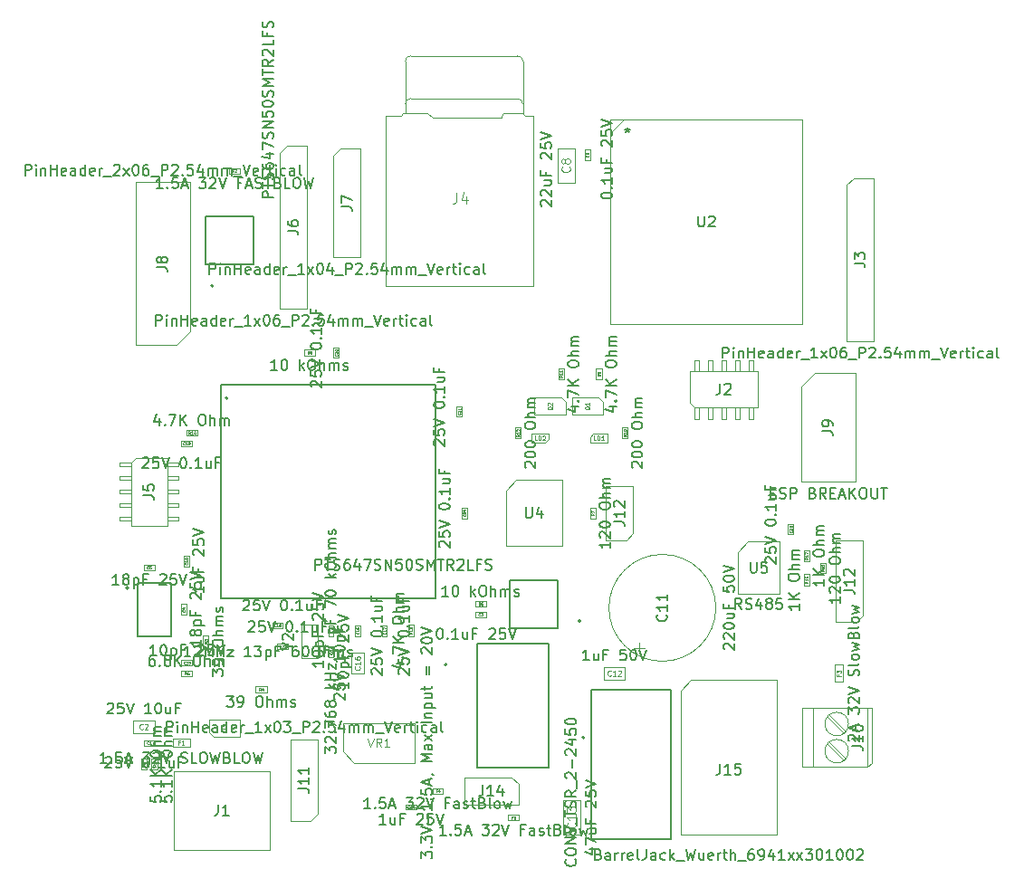
<source format=gbr>
%TF.GenerationSoftware,KiCad,Pcbnew,9.0.3*%
%TF.CreationDate,2025-07-13T20:53:52+12:00*%
%TF.ProjectId,RemiRAT,52656d69-5241-4542-9e6b-696361645f70,rev?*%
%TF.SameCoordinates,Original*%
%TF.FileFunction,AssemblyDrawing,Top*%
%FSLAX46Y46*%
G04 Gerber Fmt 4.6, Leading zero omitted, Abs format (unit mm)*
G04 Created by KiCad (PCBNEW 9.0.3) date 2025-07-13 20:53:52*
%MOMM*%
%LPD*%
G01*
G04 APERTURE LIST*
%ADD10C,0.150000*%
%ADD11C,0.080000*%
%ADD12C,0.040000*%
%ADD13C,0.060000*%
%ADD14C,0.120000*%
%ADD15C,0.100000*%
%ADD16C,0.127000*%
%ADD17C,0.200000*%
%ADD18C,0.025400*%
G04 APERTURE END LIST*
D10*
X163509521Y-121431009D02*
X163652378Y-121478628D01*
X163652378Y-121478628D02*
X163699997Y-121526247D01*
X163699997Y-121526247D02*
X163747616Y-121621485D01*
X163747616Y-121621485D02*
X163747616Y-121764342D01*
X163747616Y-121764342D02*
X163699997Y-121859580D01*
X163699997Y-121859580D02*
X163652378Y-121907200D01*
X163652378Y-121907200D02*
X163557140Y-121954819D01*
X163557140Y-121954819D02*
X163176188Y-121954819D01*
X163176188Y-121954819D02*
X163176188Y-120954819D01*
X163176188Y-120954819D02*
X163509521Y-120954819D01*
X163509521Y-120954819D02*
X163604759Y-121002438D01*
X163604759Y-121002438D02*
X163652378Y-121050057D01*
X163652378Y-121050057D02*
X163699997Y-121145295D01*
X163699997Y-121145295D02*
X163699997Y-121240533D01*
X163699997Y-121240533D02*
X163652378Y-121335771D01*
X163652378Y-121335771D02*
X163604759Y-121383390D01*
X163604759Y-121383390D02*
X163509521Y-121431009D01*
X163509521Y-121431009D02*
X163176188Y-121431009D01*
X164604759Y-121954819D02*
X164604759Y-121431009D01*
X164604759Y-121431009D02*
X164557140Y-121335771D01*
X164557140Y-121335771D02*
X164461902Y-121288152D01*
X164461902Y-121288152D02*
X164271426Y-121288152D01*
X164271426Y-121288152D02*
X164176188Y-121335771D01*
X164604759Y-121907200D02*
X164509521Y-121954819D01*
X164509521Y-121954819D02*
X164271426Y-121954819D01*
X164271426Y-121954819D02*
X164176188Y-121907200D01*
X164176188Y-121907200D02*
X164128569Y-121811961D01*
X164128569Y-121811961D02*
X164128569Y-121716723D01*
X164128569Y-121716723D02*
X164176188Y-121621485D01*
X164176188Y-121621485D02*
X164271426Y-121573866D01*
X164271426Y-121573866D02*
X164509521Y-121573866D01*
X164509521Y-121573866D02*
X164604759Y-121526247D01*
X165080950Y-121954819D02*
X165080950Y-121288152D01*
X165080950Y-121478628D02*
X165128569Y-121383390D01*
X165128569Y-121383390D02*
X165176188Y-121335771D01*
X165176188Y-121335771D02*
X165271426Y-121288152D01*
X165271426Y-121288152D02*
X165366664Y-121288152D01*
X165699998Y-121954819D02*
X165699998Y-121288152D01*
X165699998Y-121478628D02*
X165747617Y-121383390D01*
X165747617Y-121383390D02*
X165795236Y-121335771D01*
X165795236Y-121335771D02*
X165890474Y-121288152D01*
X165890474Y-121288152D02*
X165985712Y-121288152D01*
X166699998Y-121907200D02*
X166604760Y-121954819D01*
X166604760Y-121954819D02*
X166414284Y-121954819D01*
X166414284Y-121954819D02*
X166319046Y-121907200D01*
X166319046Y-121907200D02*
X166271427Y-121811961D01*
X166271427Y-121811961D02*
X166271427Y-121431009D01*
X166271427Y-121431009D02*
X166319046Y-121335771D01*
X166319046Y-121335771D02*
X166414284Y-121288152D01*
X166414284Y-121288152D02*
X166604760Y-121288152D01*
X166604760Y-121288152D02*
X166699998Y-121335771D01*
X166699998Y-121335771D02*
X166747617Y-121431009D01*
X166747617Y-121431009D02*
X166747617Y-121526247D01*
X166747617Y-121526247D02*
X166271427Y-121621485D01*
X167319046Y-121954819D02*
X167223808Y-121907200D01*
X167223808Y-121907200D02*
X167176189Y-121811961D01*
X167176189Y-121811961D02*
X167176189Y-120954819D01*
X167985713Y-120954819D02*
X167985713Y-121669104D01*
X167985713Y-121669104D02*
X167938094Y-121811961D01*
X167938094Y-121811961D02*
X167842856Y-121907200D01*
X167842856Y-121907200D02*
X167699999Y-121954819D01*
X167699999Y-121954819D02*
X167604761Y-121954819D01*
X168890475Y-121954819D02*
X168890475Y-121431009D01*
X168890475Y-121431009D02*
X168842856Y-121335771D01*
X168842856Y-121335771D02*
X168747618Y-121288152D01*
X168747618Y-121288152D02*
X168557142Y-121288152D01*
X168557142Y-121288152D02*
X168461904Y-121335771D01*
X168890475Y-121907200D02*
X168795237Y-121954819D01*
X168795237Y-121954819D02*
X168557142Y-121954819D01*
X168557142Y-121954819D02*
X168461904Y-121907200D01*
X168461904Y-121907200D02*
X168414285Y-121811961D01*
X168414285Y-121811961D02*
X168414285Y-121716723D01*
X168414285Y-121716723D02*
X168461904Y-121621485D01*
X168461904Y-121621485D02*
X168557142Y-121573866D01*
X168557142Y-121573866D02*
X168795237Y-121573866D01*
X168795237Y-121573866D02*
X168890475Y-121526247D01*
X169795237Y-121907200D02*
X169699999Y-121954819D01*
X169699999Y-121954819D02*
X169509523Y-121954819D01*
X169509523Y-121954819D02*
X169414285Y-121907200D01*
X169414285Y-121907200D02*
X169366666Y-121859580D01*
X169366666Y-121859580D02*
X169319047Y-121764342D01*
X169319047Y-121764342D02*
X169319047Y-121478628D01*
X169319047Y-121478628D02*
X169366666Y-121383390D01*
X169366666Y-121383390D02*
X169414285Y-121335771D01*
X169414285Y-121335771D02*
X169509523Y-121288152D01*
X169509523Y-121288152D02*
X169699999Y-121288152D01*
X169699999Y-121288152D02*
X169795237Y-121335771D01*
X170223809Y-121954819D02*
X170223809Y-120954819D01*
X170319047Y-121573866D02*
X170604761Y-121954819D01*
X170604761Y-121288152D02*
X170223809Y-121669104D01*
X170795238Y-122050057D02*
X171557142Y-122050057D01*
X171700000Y-120954819D02*
X171938095Y-121954819D01*
X171938095Y-121954819D02*
X172128571Y-121240533D01*
X172128571Y-121240533D02*
X172319047Y-121954819D01*
X172319047Y-121954819D02*
X172557143Y-120954819D01*
X173366666Y-121288152D02*
X173366666Y-121954819D01*
X172938095Y-121288152D02*
X172938095Y-121811961D01*
X172938095Y-121811961D02*
X172985714Y-121907200D01*
X172985714Y-121907200D02*
X173080952Y-121954819D01*
X173080952Y-121954819D02*
X173223809Y-121954819D01*
X173223809Y-121954819D02*
X173319047Y-121907200D01*
X173319047Y-121907200D02*
X173366666Y-121859580D01*
X174223809Y-121907200D02*
X174128571Y-121954819D01*
X174128571Y-121954819D02*
X173938095Y-121954819D01*
X173938095Y-121954819D02*
X173842857Y-121907200D01*
X173842857Y-121907200D02*
X173795238Y-121811961D01*
X173795238Y-121811961D02*
X173795238Y-121431009D01*
X173795238Y-121431009D02*
X173842857Y-121335771D01*
X173842857Y-121335771D02*
X173938095Y-121288152D01*
X173938095Y-121288152D02*
X174128571Y-121288152D01*
X174128571Y-121288152D02*
X174223809Y-121335771D01*
X174223809Y-121335771D02*
X174271428Y-121431009D01*
X174271428Y-121431009D02*
X174271428Y-121526247D01*
X174271428Y-121526247D02*
X173795238Y-121621485D01*
X174700000Y-121954819D02*
X174700000Y-121288152D01*
X174700000Y-121478628D02*
X174747619Y-121383390D01*
X174747619Y-121383390D02*
X174795238Y-121335771D01*
X174795238Y-121335771D02*
X174890476Y-121288152D01*
X174890476Y-121288152D02*
X174985714Y-121288152D01*
X175176191Y-121288152D02*
X175557143Y-121288152D01*
X175319048Y-120954819D02*
X175319048Y-121811961D01*
X175319048Y-121811961D02*
X175366667Y-121907200D01*
X175366667Y-121907200D02*
X175461905Y-121954819D01*
X175461905Y-121954819D02*
X175557143Y-121954819D01*
X175890477Y-121954819D02*
X175890477Y-120954819D01*
X176319048Y-121954819D02*
X176319048Y-121431009D01*
X176319048Y-121431009D02*
X176271429Y-121335771D01*
X176271429Y-121335771D02*
X176176191Y-121288152D01*
X176176191Y-121288152D02*
X176033334Y-121288152D01*
X176033334Y-121288152D02*
X175938096Y-121335771D01*
X175938096Y-121335771D02*
X175890477Y-121383390D01*
X176557144Y-122050057D02*
X177319048Y-122050057D01*
X177985715Y-120954819D02*
X177795239Y-120954819D01*
X177795239Y-120954819D02*
X177700001Y-121002438D01*
X177700001Y-121002438D02*
X177652382Y-121050057D01*
X177652382Y-121050057D02*
X177557144Y-121192914D01*
X177557144Y-121192914D02*
X177509525Y-121383390D01*
X177509525Y-121383390D02*
X177509525Y-121764342D01*
X177509525Y-121764342D02*
X177557144Y-121859580D01*
X177557144Y-121859580D02*
X177604763Y-121907200D01*
X177604763Y-121907200D02*
X177700001Y-121954819D01*
X177700001Y-121954819D02*
X177890477Y-121954819D01*
X177890477Y-121954819D02*
X177985715Y-121907200D01*
X177985715Y-121907200D02*
X178033334Y-121859580D01*
X178033334Y-121859580D02*
X178080953Y-121764342D01*
X178080953Y-121764342D02*
X178080953Y-121526247D01*
X178080953Y-121526247D02*
X178033334Y-121431009D01*
X178033334Y-121431009D02*
X177985715Y-121383390D01*
X177985715Y-121383390D02*
X177890477Y-121335771D01*
X177890477Y-121335771D02*
X177700001Y-121335771D01*
X177700001Y-121335771D02*
X177604763Y-121383390D01*
X177604763Y-121383390D02*
X177557144Y-121431009D01*
X177557144Y-121431009D02*
X177509525Y-121526247D01*
X178557144Y-121954819D02*
X178747620Y-121954819D01*
X178747620Y-121954819D02*
X178842858Y-121907200D01*
X178842858Y-121907200D02*
X178890477Y-121859580D01*
X178890477Y-121859580D02*
X178985715Y-121716723D01*
X178985715Y-121716723D02*
X179033334Y-121526247D01*
X179033334Y-121526247D02*
X179033334Y-121145295D01*
X179033334Y-121145295D02*
X178985715Y-121050057D01*
X178985715Y-121050057D02*
X178938096Y-121002438D01*
X178938096Y-121002438D02*
X178842858Y-120954819D01*
X178842858Y-120954819D02*
X178652382Y-120954819D01*
X178652382Y-120954819D02*
X178557144Y-121002438D01*
X178557144Y-121002438D02*
X178509525Y-121050057D01*
X178509525Y-121050057D02*
X178461906Y-121145295D01*
X178461906Y-121145295D02*
X178461906Y-121383390D01*
X178461906Y-121383390D02*
X178509525Y-121478628D01*
X178509525Y-121478628D02*
X178557144Y-121526247D01*
X178557144Y-121526247D02*
X178652382Y-121573866D01*
X178652382Y-121573866D02*
X178842858Y-121573866D01*
X178842858Y-121573866D02*
X178938096Y-121526247D01*
X178938096Y-121526247D02*
X178985715Y-121478628D01*
X178985715Y-121478628D02*
X179033334Y-121383390D01*
X179890477Y-121288152D02*
X179890477Y-121954819D01*
X179652382Y-120907200D02*
X179414287Y-121621485D01*
X179414287Y-121621485D02*
X180033334Y-121621485D01*
X180938096Y-121954819D02*
X180366668Y-121954819D01*
X180652382Y-121954819D02*
X180652382Y-120954819D01*
X180652382Y-120954819D02*
X180557144Y-121097676D01*
X180557144Y-121097676D02*
X180461906Y-121192914D01*
X180461906Y-121192914D02*
X180366668Y-121240533D01*
X181271430Y-121954819D02*
X181795239Y-121288152D01*
X181271430Y-121288152D02*
X181795239Y-121954819D01*
X182080954Y-121954819D02*
X182604763Y-121288152D01*
X182080954Y-121288152D02*
X182604763Y-121954819D01*
X182890478Y-120954819D02*
X183509525Y-120954819D01*
X183509525Y-120954819D02*
X183176192Y-121335771D01*
X183176192Y-121335771D02*
X183319049Y-121335771D01*
X183319049Y-121335771D02*
X183414287Y-121383390D01*
X183414287Y-121383390D02*
X183461906Y-121431009D01*
X183461906Y-121431009D02*
X183509525Y-121526247D01*
X183509525Y-121526247D02*
X183509525Y-121764342D01*
X183509525Y-121764342D02*
X183461906Y-121859580D01*
X183461906Y-121859580D02*
X183414287Y-121907200D01*
X183414287Y-121907200D02*
X183319049Y-121954819D01*
X183319049Y-121954819D02*
X183033335Y-121954819D01*
X183033335Y-121954819D02*
X182938097Y-121907200D01*
X182938097Y-121907200D02*
X182890478Y-121859580D01*
X184128573Y-120954819D02*
X184223811Y-120954819D01*
X184223811Y-120954819D02*
X184319049Y-121002438D01*
X184319049Y-121002438D02*
X184366668Y-121050057D01*
X184366668Y-121050057D02*
X184414287Y-121145295D01*
X184414287Y-121145295D02*
X184461906Y-121335771D01*
X184461906Y-121335771D02*
X184461906Y-121573866D01*
X184461906Y-121573866D02*
X184414287Y-121764342D01*
X184414287Y-121764342D02*
X184366668Y-121859580D01*
X184366668Y-121859580D02*
X184319049Y-121907200D01*
X184319049Y-121907200D02*
X184223811Y-121954819D01*
X184223811Y-121954819D02*
X184128573Y-121954819D01*
X184128573Y-121954819D02*
X184033335Y-121907200D01*
X184033335Y-121907200D02*
X183985716Y-121859580D01*
X183985716Y-121859580D02*
X183938097Y-121764342D01*
X183938097Y-121764342D02*
X183890478Y-121573866D01*
X183890478Y-121573866D02*
X183890478Y-121335771D01*
X183890478Y-121335771D02*
X183938097Y-121145295D01*
X183938097Y-121145295D02*
X183985716Y-121050057D01*
X183985716Y-121050057D02*
X184033335Y-121002438D01*
X184033335Y-121002438D02*
X184128573Y-120954819D01*
X185414287Y-121954819D02*
X184842859Y-121954819D01*
X185128573Y-121954819D02*
X185128573Y-120954819D01*
X185128573Y-120954819D02*
X185033335Y-121097676D01*
X185033335Y-121097676D02*
X184938097Y-121192914D01*
X184938097Y-121192914D02*
X184842859Y-121240533D01*
X186033335Y-120954819D02*
X186128573Y-120954819D01*
X186128573Y-120954819D02*
X186223811Y-121002438D01*
X186223811Y-121002438D02*
X186271430Y-121050057D01*
X186271430Y-121050057D02*
X186319049Y-121145295D01*
X186319049Y-121145295D02*
X186366668Y-121335771D01*
X186366668Y-121335771D02*
X186366668Y-121573866D01*
X186366668Y-121573866D02*
X186319049Y-121764342D01*
X186319049Y-121764342D02*
X186271430Y-121859580D01*
X186271430Y-121859580D02*
X186223811Y-121907200D01*
X186223811Y-121907200D02*
X186128573Y-121954819D01*
X186128573Y-121954819D02*
X186033335Y-121954819D01*
X186033335Y-121954819D02*
X185938097Y-121907200D01*
X185938097Y-121907200D02*
X185890478Y-121859580D01*
X185890478Y-121859580D02*
X185842859Y-121764342D01*
X185842859Y-121764342D02*
X185795240Y-121573866D01*
X185795240Y-121573866D02*
X185795240Y-121335771D01*
X185795240Y-121335771D02*
X185842859Y-121145295D01*
X185842859Y-121145295D02*
X185890478Y-121050057D01*
X185890478Y-121050057D02*
X185938097Y-121002438D01*
X185938097Y-121002438D02*
X186033335Y-120954819D01*
X186985716Y-120954819D02*
X187080954Y-120954819D01*
X187080954Y-120954819D02*
X187176192Y-121002438D01*
X187176192Y-121002438D02*
X187223811Y-121050057D01*
X187223811Y-121050057D02*
X187271430Y-121145295D01*
X187271430Y-121145295D02*
X187319049Y-121335771D01*
X187319049Y-121335771D02*
X187319049Y-121573866D01*
X187319049Y-121573866D02*
X187271430Y-121764342D01*
X187271430Y-121764342D02*
X187223811Y-121859580D01*
X187223811Y-121859580D02*
X187176192Y-121907200D01*
X187176192Y-121907200D02*
X187080954Y-121954819D01*
X187080954Y-121954819D02*
X186985716Y-121954819D01*
X186985716Y-121954819D02*
X186890478Y-121907200D01*
X186890478Y-121907200D02*
X186842859Y-121859580D01*
X186842859Y-121859580D02*
X186795240Y-121764342D01*
X186795240Y-121764342D02*
X186747621Y-121573866D01*
X186747621Y-121573866D02*
X186747621Y-121335771D01*
X186747621Y-121335771D02*
X186795240Y-121145295D01*
X186795240Y-121145295D02*
X186842859Y-121050057D01*
X186842859Y-121050057D02*
X186890478Y-121002438D01*
X186890478Y-121002438D02*
X186985716Y-120954819D01*
X187700002Y-121050057D02*
X187747621Y-121002438D01*
X187747621Y-121002438D02*
X187842859Y-120954819D01*
X187842859Y-120954819D02*
X188080954Y-120954819D01*
X188080954Y-120954819D02*
X188176192Y-121002438D01*
X188176192Y-121002438D02*
X188223811Y-121050057D01*
X188223811Y-121050057D02*
X188271430Y-121145295D01*
X188271430Y-121145295D02*
X188271430Y-121240533D01*
X188271430Y-121240533D02*
X188223811Y-121383390D01*
X188223811Y-121383390D02*
X187652383Y-121954819D01*
X187652383Y-121954819D02*
X188271430Y-121954819D01*
X174890476Y-112954819D02*
X174890476Y-113669104D01*
X174890476Y-113669104D02*
X174842857Y-113811961D01*
X174842857Y-113811961D02*
X174747619Y-113907200D01*
X174747619Y-113907200D02*
X174604762Y-113954819D01*
X174604762Y-113954819D02*
X174509524Y-113954819D01*
X175890476Y-113954819D02*
X175319048Y-113954819D01*
X175604762Y-113954819D02*
X175604762Y-112954819D01*
X175604762Y-112954819D02*
X175509524Y-113097676D01*
X175509524Y-113097676D02*
X175414286Y-113192914D01*
X175414286Y-113192914D02*
X175319048Y-113240533D01*
X176795238Y-112954819D02*
X176319048Y-112954819D01*
X176319048Y-112954819D02*
X176271429Y-113431009D01*
X176271429Y-113431009D02*
X176319048Y-113383390D01*
X176319048Y-113383390D02*
X176414286Y-113335771D01*
X176414286Y-113335771D02*
X176652381Y-113335771D01*
X176652381Y-113335771D02*
X176747619Y-113383390D01*
X176747619Y-113383390D02*
X176795238Y-113431009D01*
X176795238Y-113431009D02*
X176842857Y-113526247D01*
X176842857Y-113526247D02*
X176842857Y-113764342D01*
X176842857Y-113764342D02*
X176795238Y-113859580D01*
X176795238Y-113859580D02*
X176747619Y-113907200D01*
X176747619Y-113907200D02*
X176652381Y-113954819D01*
X176652381Y-113954819D02*
X176414286Y-113954819D01*
X176414286Y-113954819D02*
X176319048Y-113907200D01*
X176319048Y-113907200D02*
X176271429Y-113859580D01*
X152695476Y-114954819D02*
X152695476Y-115669104D01*
X152695476Y-115669104D02*
X152647857Y-115811961D01*
X152647857Y-115811961D02*
X152552619Y-115907200D01*
X152552619Y-115907200D02*
X152409762Y-115954819D01*
X152409762Y-115954819D02*
X152314524Y-115954819D01*
X153695476Y-115954819D02*
X153124048Y-115954819D01*
X153409762Y-115954819D02*
X153409762Y-114954819D01*
X153409762Y-114954819D02*
X153314524Y-115097676D01*
X153314524Y-115097676D02*
X153219286Y-115192914D01*
X153219286Y-115192914D02*
X153124048Y-115240533D01*
X154552619Y-115288152D02*
X154552619Y-115954819D01*
X154314524Y-114907200D02*
X154076429Y-115621485D01*
X154076429Y-115621485D02*
X154695476Y-115621485D01*
X162642856Y-103274819D02*
X162071428Y-103274819D01*
X162357142Y-103274819D02*
X162357142Y-102274819D01*
X162357142Y-102274819D02*
X162261904Y-102417676D01*
X162261904Y-102417676D02*
X162166666Y-102512914D01*
X162166666Y-102512914D02*
X162071428Y-102560533D01*
X163499999Y-102608152D02*
X163499999Y-103274819D01*
X163071428Y-102608152D02*
X163071428Y-103131961D01*
X163071428Y-103131961D02*
X163119047Y-103227200D01*
X163119047Y-103227200D02*
X163214285Y-103274819D01*
X163214285Y-103274819D02*
X163357142Y-103274819D01*
X163357142Y-103274819D02*
X163452380Y-103227200D01*
X163452380Y-103227200D02*
X163499999Y-103179580D01*
X164309523Y-102751009D02*
X163976190Y-102751009D01*
X163976190Y-103274819D02*
X163976190Y-102274819D01*
X163976190Y-102274819D02*
X164452380Y-102274819D01*
X166071428Y-102274819D02*
X165595238Y-102274819D01*
X165595238Y-102274819D02*
X165547619Y-102751009D01*
X165547619Y-102751009D02*
X165595238Y-102703390D01*
X165595238Y-102703390D02*
X165690476Y-102655771D01*
X165690476Y-102655771D02*
X165928571Y-102655771D01*
X165928571Y-102655771D02*
X166023809Y-102703390D01*
X166023809Y-102703390D02*
X166071428Y-102751009D01*
X166071428Y-102751009D02*
X166119047Y-102846247D01*
X166119047Y-102846247D02*
X166119047Y-103084342D01*
X166119047Y-103084342D02*
X166071428Y-103179580D01*
X166071428Y-103179580D02*
X166023809Y-103227200D01*
X166023809Y-103227200D02*
X165928571Y-103274819D01*
X165928571Y-103274819D02*
X165690476Y-103274819D01*
X165690476Y-103274819D02*
X165595238Y-103227200D01*
X165595238Y-103227200D02*
X165547619Y-103179580D01*
X166738095Y-102274819D02*
X166833333Y-102274819D01*
X166833333Y-102274819D02*
X166928571Y-102322438D01*
X166928571Y-102322438D02*
X166976190Y-102370057D01*
X166976190Y-102370057D02*
X167023809Y-102465295D01*
X167023809Y-102465295D02*
X167071428Y-102655771D01*
X167071428Y-102655771D02*
X167071428Y-102893866D01*
X167071428Y-102893866D02*
X167023809Y-103084342D01*
X167023809Y-103084342D02*
X166976190Y-103179580D01*
X166976190Y-103179580D02*
X166928571Y-103227200D01*
X166928571Y-103227200D02*
X166833333Y-103274819D01*
X166833333Y-103274819D02*
X166738095Y-103274819D01*
X166738095Y-103274819D02*
X166642857Y-103227200D01*
X166642857Y-103227200D02*
X166595238Y-103179580D01*
X166595238Y-103179580D02*
X166547619Y-103084342D01*
X166547619Y-103084342D02*
X166500000Y-102893866D01*
X166500000Y-102893866D02*
X166500000Y-102655771D01*
X166500000Y-102655771D02*
X166547619Y-102465295D01*
X166547619Y-102465295D02*
X166595238Y-102370057D01*
X166595238Y-102370057D02*
X166642857Y-102322438D01*
X166642857Y-102322438D02*
X166738095Y-102274819D01*
X167357143Y-102274819D02*
X167690476Y-103274819D01*
X167690476Y-103274819D02*
X168023809Y-102274819D01*
D11*
X164678571Y-104679530D02*
X164654762Y-104703340D01*
X164654762Y-104703340D02*
X164583333Y-104727149D01*
X164583333Y-104727149D02*
X164535714Y-104727149D01*
X164535714Y-104727149D02*
X164464286Y-104703340D01*
X164464286Y-104703340D02*
X164416667Y-104655720D01*
X164416667Y-104655720D02*
X164392857Y-104608101D01*
X164392857Y-104608101D02*
X164369048Y-104512863D01*
X164369048Y-104512863D02*
X164369048Y-104441435D01*
X164369048Y-104441435D02*
X164392857Y-104346197D01*
X164392857Y-104346197D02*
X164416667Y-104298578D01*
X164416667Y-104298578D02*
X164464286Y-104250959D01*
X164464286Y-104250959D02*
X164535714Y-104227149D01*
X164535714Y-104227149D02*
X164583333Y-104227149D01*
X164583333Y-104227149D02*
X164654762Y-104250959D01*
X164654762Y-104250959D02*
X164678571Y-104274768D01*
X165154762Y-104727149D02*
X164869048Y-104727149D01*
X165011905Y-104727149D02*
X165011905Y-104227149D01*
X165011905Y-104227149D02*
X164964286Y-104298578D01*
X164964286Y-104298578D02*
X164916667Y-104346197D01*
X164916667Y-104346197D02*
X164869048Y-104370006D01*
X165345238Y-104274768D02*
X165369047Y-104250959D01*
X165369047Y-104250959D02*
X165416666Y-104227149D01*
X165416666Y-104227149D02*
X165535714Y-104227149D01*
X165535714Y-104227149D02*
X165583333Y-104250959D01*
X165583333Y-104250959D02*
X165607142Y-104274768D01*
X165607142Y-104274768D02*
X165630952Y-104322387D01*
X165630952Y-104322387D02*
X165630952Y-104370006D01*
X165630952Y-104370006D02*
X165607142Y-104441435D01*
X165607142Y-104441435D02*
X165321428Y-104727149D01*
X165321428Y-104727149D02*
X165630952Y-104727149D01*
D10*
X187254819Y-111309523D02*
X187969104Y-111309523D01*
X187969104Y-111309523D02*
X188111961Y-111357142D01*
X188111961Y-111357142D02*
X188207200Y-111452380D01*
X188207200Y-111452380D02*
X188254819Y-111595237D01*
X188254819Y-111595237D02*
X188254819Y-111690475D01*
X188254819Y-110309523D02*
X188254819Y-110880951D01*
X188254819Y-110595237D02*
X187254819Y-110595237D01*
X187254819Y-110595237D02*
X187397676Y-110690475D01*
X187397676Y-110690475D02*
X187492914Y-110785713D01*
X187492914Y-110785713D02*
X187540533Y-110880951D01*
X187254819Y-109690475D02*
X187254819Y-109595237D01*
X187254819Y-109595237D02*
X187302438Y-109499999D01*
X187302438Y-109499999D02*
X187350057Y-109452380D01*
X187350057Y-109452380D02*
X187445295Y-109404761D01*
X187445295Y-109404761D02*
X187635771Y-109357142D01*
X187635771Y-109357142D02*
X187873866Y-109357142D01*
X187873866Y-109357142D02*
X188064342Y-109404761D01*
X188064342Y-109404761D02*
X188159580Y-109452380D01*
X188159580Y-109452380D02*
X188207200Y-109499999D01*
X188207200Y-109499999D02*
X188254819Y-109595237D01*
X188254819Y-109595237D02*
X188254819Y-109690475D01*
X188254819Y-109690475D02*
X188207200Y-109785713D01*
X188207200Y-109785713D02*
X188159580Y-109833332D01*
X188159580Y-109833332D02*
X188064342Y-109880951D01*
X188064342Y-109880951D02*
X187873866Y-109928570D01*
X187873866Y-109928570D02*
X187635771Y-109928570D01*
X187635771Y-109928570D02*
X187445295Y-109880951D01*
X187445295Y-109880951D02*
X187350057Y-109833332D01*
X187350057Y-109833332D02*
X187302438Y-109785713D01*
X187302438Y-109785713D02*
X187254819Y-109690475D01*
X149262975Y-119624819D02*
X148691547Y-119624819D01*
X148977261Y-119624819D02*
X148977261Y-118624819D01*
X148977261Y-118624819D02*
X148882023Y-118767676D01*
X148882023Y-118767676D02*
X148786785Y-118862914D01*
X148786785Y-118862914D02*
X148691547Y-118910533D01*
X149691547Y-119529580D02*
X149739166Y-119577200D01*
X149739166Y-119577200D02*
X149691547Y-119624819D01*
X149691547Y-119624819D02*
X149643928Y-119577200D01*
X149643928Y-119577200D02*
X149691547Y-119529580D01*
X149691547Y-119529580D02*
X149691547Y-119624819D01*
X150643927Y-118624819D02*
X150167737Y-118624819D01*
X150167737Y-118624819D02*
X150120118Y-119101009D01*
X150120118Y-119101009D02*
X150167737Y-119053390D01*
X150167737Y-119053390D02*
X150262975Y-119005771D01*
X150262975Y-119005771D02*
X150501070Y-119005771D01*
X150501070Y-119005771D02*
X150596308Y-119053390D01*
X150596308Y-119053390D02*
X150643927Y-119101009D01*
X150643927Y-119101009D02*
X150691546Y-119196247D01*
X150691546Y-119196247D02*
X150691546Y-119434342D01*
X150691546Y-119434342D02*
X150643927Y-119529580D01*
X150643927Y-119529580D02*
X150596308Y-119577200D01*
X150596308Y-119577200D02*
X150501070Y-119624819D01*
X150501070Y-119624819D02*
X150262975Y-119624819D01*
X150262975Y-119624819D02*
X150167737Y-119577200D01*
X150167737Y-119577200D02*
X150120118Y-119529580D01*
X151072499Y-119339104D02*
X151548689Y-119339104D01*
X150977261Y-119624819D02*
X151310594Y-118624819D01*
X151310594Y-118624819D02*
X151643927Y-119624819D01*
X152643928Y-118624819D02*
X153262975Y-118624819D01*
X153262975Y-118624819D02*
X152929642Y-119005771D01*
X152929642Y-119005771D02*
X153072499Y-119005771D01*
X153072499Y-119005771D02*
X153167737Y-119053390D01*
X153167737Y-119053390D02*
X153215356Y-119101009D01*
X153215356Y-119101009D02*
X153262975Y-119196247D01*
X153262975Y-119196247D02*
X153262975Y-119434342D01*
X153262975Y-119434342D02*
X153215356Y-119529580D01*
X153215356Y-119529580D02*
X153167737Y-119577200D01*
X153167737Y-119577200D02*
X153072499Y-119624819D01*
X153072499Y-119624819D02*
X152786785Y-119624819D01*
X152786785Y-119624819D02*
X152691547Y-119577200D01*
X152691547Y-119577200D02*
X152643928Y-119529580D01*
X153643928Y-118720057D02*
X153691547Y-118672438D01*
X153691547Y-118672438D02*
X153786785Y-118624819D01*
X153786785Y-118624819D02*
X154024880Y-118624819D01*
X154024880Y-118624819D02*
X154120118Y-118672438D01*
X154120118Y-118672438D02*
X154167737Y-118720057D01*
X154167737Y-118720057D02*
X154215356Y-118815295D01*
X154215356Y-118815295D02*
X154215356Y-118910533D01*
X154215356Y-118910533D02*
X154167737Y-119053390D01*
X154167737Y-119053390D02*
X153596309Y-119624819D01*
X153596309Y-119624819D02*
X154215356Y-119624819D01*
X154501071Y-118624819D02*
X154834404Y-119624819D01*
X154834404Y-119624819D02*
X155167737Y-118624819D01*
X156596309Y-119101009D02*
X156262976Y-119101009D01*
X156262976Y-119624819D02*
X156262976Y-118624819D01*
X156262976Y-118624819D02*
X156739166Y-118624819D01*
X157548690Y-119624819D02*
X157548690Y-119101009D01*
X157548690Y-119101009D02*
X157501071Y-119005771D01*
X157501071Y-119005771D02*
X157405833Y-118958152D01*
X157405833Y-118958152D02*
X157215357Y-118958152D01*
X157215357Y-118958152D02*
X157120119Y-119005771D01*
X157548690Y-119577200D02*
X157453452Y-119624819D01*
X157453452Y-119624819D02*
X157215357Y-119624819D01*
X157215357Y-119624819D02*
X157120119Y-119577200D01*
X157120119Y-119577200D02*
X157072500Y-119481961D01*
X157072500Y-119481961D02*
X157072500Y-119386723D01*
X157072500Y-119386723D02*
X157120119Y-119291485D01*
X157120119Y-119291485D02*
X157215357Y-119243866D01*
X157215357Y-119243866D02*
X157453452Y-119243866D01*
X157453452Y-119243866D02*
X157548690Y-119196247D01*
X157977262Y-119577200D02*
X158072500Y-119624819D01*
X158072500Y-119624819D02*
X158262976Y-119624819D01*
X158262976Y-119624819D02*
X158358214Y-119577200D01*
X158358214Y-119577200D02*
X158405833Y-119481961D01*
X158405833Y-119481961D02*
X158405833Y-119434342D01*
X158405833Y-119434342D02*
X158358214Y-119339104D01*
X158358214Y-119339104D02*
X158262976Y-119291485D01*
X158262976Y-119291485D02*
X158120119Y-119291485D01*
X158120119Y-119291485D02*
X158024881Y-119243866D01*
X158024881Y-119243866D02*
X157977262Y-119148628D01*
X157977262Y-119148628D02*
X157977262Y-119101009D01*
X157977262Y-119101009D02*
X158024881Y-119005771D01*
X158024881Y-119005771D02*
X158120119Y-118958152D01*
X158120119Y-118958152D02*
X158262976Y-118958152D01*
X158262976Y-118958152D02*
X158358214Y-119005771D01*
X158691548Y-118958152D02*
X159072500Y-118958152D01*
X158834405Y-118624819D02*
X158834405Y-119481961D01*
X158834405Y-119481961D02*
X158882024Y-119577200D01*
X158882024Y-119577200D02*
X158977262Y-119624819D01*
X158977262Y-119624819D02*
X159072500Y-119624819D01*
X159739167Y-119101009D02*
X159882024Y-119148628D01*
X159882024Y-119148628D02*
X159929643Y-119196247D01*
X159929643Y-119196247D02*
X159977262Y-119291485D01*
X159977262Y-119291485D02*
X159977262Y-119434342D01*
X159977262Y-119434342D02*
X159929643Y-119529580D01*
X159929643Y-119529580D02*
X159882024Y-119577200D01*
X159882024Y-119577200D02*
X159786786Y-119624819D01*
X159786786Y-119624819D02*
X159405834Y-119624819D01*
X159405834Y-119624819D02*
X159405834Y-118624819D01*
X159405834Y-118624819D02*
X159739167Y-118624819D01*
X159739167Y-118624819D02*
X159834405Y-118672438D01*
X159834405Y-118672438D02*
X159882024Y-118720057D01*
X159882024Y-118720057D02*
X159929643Y-118815295D01*
X159929643Y-118815295D02*
X159929643Y-118910533D01*
X159929643Y-118910533D02*
X159882024Y-119005771D01*
X159882024Y-119005771D02*
X159834405Y-119053390D01*
X159834405Y-119053390D02*
X159739167Y-119101009D01*
X159739167Y-119101009D02*
X159405834Y-119101009D01*
X160548691Y-119624819D02*
X160453453Y-119577200D01*
X160453453Y-119577200D02*
X160405834Y-119481961D01*
X160405834Y-119481961D02*
X160405834Y-118624819D01*
X161072501Y-119624819D02*
X160977263Y-119577200D01*
X160977263Y-119577200D02*
X160929644Y-119529580D01*
X160929644Y-119529580D02*
X160882025Y-119434342D01*
X160882025Y-119434342D02*
X160882025Y-119148628D01*
X160882025Y-119148628D02*
X160929644Y-119053390D01*
X160929644Y-119053390D02*
X160977263Y-119005771D01*
X160977263Y-119005771D02*
X161072501Y-118958152D01*
X161072501Y-118958152D02*
X161215358Y-118958152D01*
X161215358Y-118958152D02*
X161310596Y-119005771D01*
X161310596Y-119005771D02*
X161358215Y-119053390D01*
X161358215Y-119053390D02*
X161405834Y-119148628D01*
X161405834Y-119148628D02*
X161405834Y-119434342D01*
X161405834Y-119434342D02*
X161358215Y-119529580D01*
X161358215Y-119529580D02*
X161310596Y-119577200D01*
X161310596Y-119577200D02*
X161215358Y-119624819D01*
X161215358Y-119624819D02*
X161072501Y-119624819D01*
X161739168Y-118958152D02*
X161929644Y-119624819D01*
X161929644Y-119624819D02*
X162120120Y-119148628D01*
X162120120Y-119148628D02*
X162310596Y-119624819D01*
X162310596Y-119624819D02*
X162501072Y-118958152D01*
D12*
X155489167Y-117982622D02*
X155405833Y-117982622D01*
X155405833Y-118113574D02*
X155405833Y-117863574D01*
X155405833Y-117863574D02*
X155524881Y-117863574D01*
X155739167Y-117863574D02*
X155620119Y-117863574D01*
X155620119Y-117863574D02*
X155608215Y-117982622D01*
X155608215Y-117982622D02*
X155620119Y-117970717D01*
X155620119Y-117970717D02*
X155643929Y-117958812D01*
X155643929Y-117958812D02*
X155703453Y-117958812D01*
X155703453Y-117958812D02*
X155727262Y-117970717D01*
X155727262Y-117970717D02*
X155739167Y-117982622D01*
X155739167Y-117982622D02*
X155751072Y-118006431D01*
X155751072Y-118006431D02*
X155751072Y-118065955D01*
X155751072Y-118065955D02*
X155739167Y-118089765D01*
X155739167Y-118089765D02*
X155727262Y-118101670D01*
X155727262Y-118101670D02*
X155703453Y-118113574D01*
X155703453Y-118113574D02*
X155643929Y-118113574D01*
X155643929Y-118113574D02*
X155620119Y-118101670D01*
X155620119Y-118101670D02*
X155608215Y-118089765D01*
D10*
X179210057Y-94192856D02*
X179162438Y-94145237D01*
X179162438Y-94145237D02*
X179114819Y-94049999D01*
X179114819Y-94049999D02*
X179114819Y-93811904D01*
X179114819Y-93811904D02*
X179162438Y-93716666D01*
X179162438Y-93716666D02*
X179210057Y-93669047D01*
X179210057Y-93669047D02*
X179305295Y-93621428D01*
X179305295Y-93621428D02*
X179400533Y-93621428D01*
X179400533Y-93621428D02*
X179543390Y-93669047D01*
X179543390Y-93669047D02*
X180114819Y-94240475D01*
X180114819Y-94240475D02*
X180114819Y-93621428D01*
X179114819Y-92716666D02*
X179114819Y-93192856D01*
X179114819Y-93192856D02*
X179591009Y-93240475D01*
X179591009Y-93240475D02*
X179543390Y-93192856D01*
X179543390Y-93192856D02*
X179495771Y-93097618D01*
X179495771Y-93097618D02*
X179495771Y-92859523D01*
X179495771Y-92859523D02*
X179543390Y-92764285D01*
X179543390Y-92764285D02*
X179591009Y-92716666D01*
X179591009Y-92716666D02*
X179686247Y-92669047D01*
X179686247Y-92669047D02*
X179924342Y-92669047D01*
X179924342Y-92669047D02*
X180019580Y-92716666D01*
X180019580Y-92716666D02*
X180067200Y-92764285D01*
X180067200Y-92764285D02*
X180114819Y-92859523D01*
X180114819Y-92859523D02*
X180114819Y-93097618D01*
X180114819Y-93097618D02*
X180067200Y-93192856D01*
X180067200Y-93192856D02*
X180019580Y-93240475D01*
X179114819Y-92383332D02*
X180114819Y-92049999D01*
X180114819Y-92049999D02*
X179114819Y-91716666D01*
X179114819Y-90430951D02*
X179114819Y-90335713D01*
X179114819Y-90335713D02*
X179162438Y-90240475D01*
X179162438Y-90240475D02*
X179210057Y-90192856D01*
X179210057Y-90192856D02*
X179305295Y-90145237D01*
X179305295Y-90145237D02*
X179495771Y-90097618D01*
X179495771Y-90097618D02*
X179733866Y-90097618D01*
X179733866Y-90097618D02*
X179924342Y-90145237D01*
X179924342Y-90145237D02*
X180019580Y-90192856D01*
X180019580Y-90192856D02*
X180067200Y-90240475D01*
X180067200Y-90240475D02*
X180114819Y-90335713D01*
X180114819Y-90335713D02*
X180114819Y-90430951D01*
X180114819Y-90430951D02*
X180067200Y-90526189D01*
X180067200Y-90526189D02*
X180019580Y-90573808D01*
X180019580Y-90573808D02*
X179924342Y-90621427D01*
X179924342Y-90621427D02*
X179733866Y-90669046D01*
X179733866Y-90669046D02*
X179495771Y-90669046D01*
X179495771Y-90669046D02*
X179305295Y-90621427D01*
X179305295Y-90621427D02*
X179210057Y-90573808D01*
X179210057Y-90573808D02*
X179162438Y-90526189D01*
X179162438Y-90526189D02*
X179114819Y-90430951D01*
X180019580Y-89669046D02*
X180067200Y-89621427D01*
X180067200Y-89621427D02*
X180114819Y-89669046D01*
X180114819Y-89669046D02*
X180067200Y-89716665D01*
X180067200Y-89716665D02*
X180019580Y-89669046D01*
X180019580Y-89669046D02*
X180114819Y-89669046D01*
X180114819Y-88669047D02*
X180114819Y-89240475D01*
X180114819Y-88954761D02*
X179114819Y-88954761D01*
X179114819Y-88954761D02*
X179257676Y-89049999D01*
X179257676Y-89049999D02*
X179352914Y-89145237D01*
X179352914Y-89145237D02*
X179400533Y-89240475D01*
X179448152Y-87811904D02*
X180114819Y-87811904D01*
X179448152Y-88240475D02*
X179971961Y-88240475D01*
X179971961Y-88240475D02*
X180067200Y-88192856D01*
X180067200Y-88192856D02*
X180114819Y-88097618D01*
X180114819Y-88097618D02*
X180114819Y-87954761D01*
X180114819Y-87954761D02*
X180067200Y-87859523D01*
X180067200Y-87859523D02*
X180019580Y-87811904D01*
X179591009Y-87002380D02*
X179591009Y-87335713D01*
X180114819Y-87335713D02*
X179114819Y-87335713D01*
X179114819Y-87335713D02*
X179114819Y-86859523D01*
D12*
X181589765Y-91160714D02*
X181601670Y-91172618D01*
X181601670Y-91172618D02*
X181613574Y-91208333D01*
X181613574Y-91208333D02*
X181613574Y-91232142D01*
X181613574Y-91232142D02*
X181601670Y-91267856D01*
X181601670Y-91267856D02*
X181577860Y-91291666D01*
X181577860Y-91291666D02*
X181554050Y-91303571D01*
X181554050Y-91303571D02*
X181506431Y-91315475D01*
X181506431Y-91315475D02*
X181470717Y-91315475D01*
X181470717Y-91315475D02*
X181423098Y-91303571D01*
X181423098Y-91303571D02*
X181399289Y-91291666D01*
X181399289Y-91291666D02*
X181375479Y-91267856D01*
X181375479Y-91267856D02*
X181363574Y-91232142D01*
X181363574Y-91232142D02*
X181363574Y-91208333D01*
X181363574Y-91208333D02*
X181375479Y-91172618D01*
X181375479Y-91172618D02*
X181387384Y-91160714D01*
X181387384Y-91065475D02*
X181375479Y-91053571D01*
X181375479Y-91053571D02*
X181363574Y-91029761D01*
X181363574Y-91029761D02*
X181363574Y-90970237D01*
X181363574Y-90970237D02*
X181375479Y-90946428D01*
X181375479Y-90946428D02*
X181387384Y-90934523D01*
X181387384Y-90934523D02*
X181411193Y-90922618D01*
X181411193Y-90922618D02*
X181435003Y-90922618D01*
X181435003Y-90922618D02*
X181470717Y-90934523D01*
X181470717Y-90934523D02*
X181613574Y-91077380D01*
X181613574Y-91077380D02*
X181613574Y-90922618D01*
X181363574Y-90696428D02*
X181363574Y-90815476D01*
X181363574Y-90815476D02*
X181482622Y-90827380D01*
X181482622Y-90827380D02*
X181470717Y-90815476D01*
X181470717Y-90815476D02*
X181458812Y-90791666D01*
X181458812Y-90791666D02*
X181458812Y-90732142D01*
X181458812Y-90732142D02*
X181470717Y-90708333D01*
X181470717Y-90708333D02*
X181482622Y-90696428D01*
X181482622Y-90696428D02*
X181506431Y-90684523D01*
X181506431Y-90684523D02*
X181565955Y-90684523D01*
X181565955Y-90684523D02*
X181589765Y-90696428D01*
X181589765Y-90696428D02*
X181601670Y-90708333D01*
X181601670Y-90708333D02*
X181613574Y-90732142D01*
X181613574Y-90732142D02*
X181613574Y-90791666D01*
X181613574Y-90791666D02*
X181601670Y-90815476D01*
X181601670Y-90815476D02*
X181589765Y-90827380D01*
D10*
X117523809Y-112884819D02*
X116952381Y-112884819D01*
X117238095Y-112884819D02*
X117238095Y-111884819D01*
X117238095Y-111884819D02*
X117142857Y-112027676D01*
X117142857Y-112027676D02*
X117047619Y-112122914D01*
X117047619Y-112122914D02*
X116952381Y-112170533D01*
X117952381Y-112789580D02*
X118000000Y-112837200D01*
X118000000Y-112837200D02*
X117952381Y-112884819D01*
X117952381Y-112884819D02*
X117904762Y-112837200D01*
X117904762Y-112837200D02*
X117952381Y-112789580D01*
X117952381Y-112789580D02*
X117952381Y-112884819D01*
X118904761Y-111884819D02*
X118428571Y-111884819D01*
X118428571Y-111884819D02*
X118380952Y-112361009D01*
X118380952Y-112361009D02*
X118428571Y-112313390D01*
X118428571Y-112313390D02*
X118523809Y-112265771D01*
X118523809Y-112265771D02*
X118761904Y-112265771D01*
X118761904Y-112265771D02*
X118857142Y-112313390D01*
X118857142Y-112313390D02*
X118904761Y-112361009D01*
X118904761Y-112361009D02*
X118952380Y-112456247D01*
X118952380Y-112456247D02*
X118952380Y-112694342D01*
X118952380Y-112694342D02*
X118904761Y-112789580D01*
X118904761Y-112789580D02*
X118857142Y-112837200D01*
X118857142Y-112837200D02*
X118761904Y-112884819D01*
X118761904Y-112884819D02*
X118523809Y-112884819D01*
X118523809Y-112884819D02*
X118428571Y-112837200D01*
X118428571Y-112837200D02*
X118380952Y-112789580D01*
X119333333Y-112599104D02*
X119809523Y-112599104D01*
X119238095Y-112884819D02*
X119571428Y-111884819D01*
X119571428Y-111884819D02*
X119904761Y-112884819D01*
X120904762Y-111884819D02*
X121523809Y-111884819D01*
X121523809Y-111884819D02*
X121190476Y-112265771D01*
X121190476Y-112265771D02*
X121333333Y-112265771D01*
X121333333Y-112265771D02*
X121428571Y-112313390D01*
X121428571Y-112313390D02*
X121476190Y-112361009D01*
X121476190Y-112361009D02*
X121523809Y-112456247D01*
X121523809Y-112456247D02*
X121523809Y-112694342D01*
X121523809Y-112694342D02*
X121476190Y-112789580D01*
X121476190Y-112789580D02*
X121428571Y-112837200D01*
X121428571Y-112837200D02*
X121333333Y-112884819D01*
X121333333Y-112884819D02*
X121047619Y-112884819D01*
X121047619Y-112884819D02*
X120952381Y-112837200D01*
X120952381Y-112837200D02*
X120904762Y-112789580D01*
X121904762Y-111980057D02*
X121952381Y-111932438D01*
X121952381Y-111932438D02*
X122047619Y-111884819D01*
X122047619Y-111884819D02*
X122285714Y-111884819D01*
X122285714Y-111884819D02*
X122380952Y-111932438D01*
X122380952Y-111932438D02*
X122428571Y-111980057D01*
X122428571Y-111980057D02*
X122476190Y-112075295D01*
X122476190Y-112075295D02*
X122476190Y-112170533D01*
X122476190Y-112170533D02*
X122428571Y-112313390D01*
X122428571Y-112313390D02*
X121857143Y-112884819D01*
X121857143Y-112884819D02*
X122476190Y-112884819D01*
X122761905Y-111884819D02*
X123095238Y-112884819D01*
X123095238Y-112884819D02*
X123428571Y-111884819D01*
X124476191Y-112837200D02*
X124619048Y-112884819D01*
X124619048Y-112884819D02*
X124857143Y-112884819D01*
X124857143Y-112884819D02*
X124952381Y-112837200D01*
X124952381Y-112837200D02*
X125000000Y-112789580D01*
X125000000Y-112789580D02*
X125047619Y-112694342D01*
X125047619Y-112694342D02*
X125047619Y-112599104D01*
X125047619Y-112599104D02*
X125000000Y-112503866D01*
X125000000Y-112503866D02*
X124952381Y-112456247D01*
X124952381Y-112456247D02*
X124857143Y-112408628D01*
X124857143Y-112408628D02*
X124666667Y-112361009D01*
X124666667Y-112361009D02*
X124571429Y-112313390D01*
X124571429Y-112313390D02*
X124523810Y-112265771D01*
X124523810Y-112265771D02*
X124476191Y-112170533D01*
X124476191Y-112170533D02*
X124476191Y-112075295D01*
X124476191Y-112075295D02*
X124523810Y-111980057D01*
X124523810Y-111980057D02*
X124571429Y-111932438D01*
X124571429Y-111932438D02*
X124666667Y-111884819D01*
X124666667Y-111884819D02*
X124904762Y-111884819D01*
X124904762Y-111884819D02*
X125047619Y-111932438D01*
X125952381Y-112884819D02*
X125476191Y-112884819D01*
X125476191Y-112884819D02*
X125476191Y-111884819D01*
X126476191Y-111884819D02*
X126666667Y-111884819D01*
X126666667Y-111884819D02*
X126761905Y-111932438D01*
X126761905Y-111932438D02*
X126857143Y-112027676D01*
X126857143Y-112027676D02*
X126904762Y-112218152D01*
X126904762Y-112218152D02*
X126904762Y-112551485D01*
X126904762Y-112551485D02*
X126857143Y-112741961D01*
X126857143Y-112741961D02*
X126761905Y-112837200D01*
X126761905Y-112837200D02*
X126666667Y-112884819D01*
X126666667Y-112884819D02*
X126476191Y-112884819D01*
X126476191Y-112884819D02*
X126380953Y-112837200D01*
X126380953Y-112837200D02*
X126285715Y-112741961D01*
X126285715Y-112741961D02*
X126238096Y-112551485D01*
X126238096Y-112551485D02*
X126238096Y-112218152D01*
X126238096Y-112218152D02*
X126285715Y-112027676D01*
X126285715Y-112027676D02*
X126380953Y-111932438D01*
X126380953Y-111932438D02*
X126476191Y-111884819D01*
X127238096Y-111884819D02*
X127476191Y-112884819D01*
X127476191Y-112884819D02*
X127666667Y-112170533D01*
X127666667Y-112170533D02*
X127857143Y-112884819D01*
X127857143Y-112884819D02*
X128095239Y-111884819D01*
X128809524Y-112361009D02*
X128952381Y-112408628D01*
X128952381Y-112408628D02*
X129000000Y-112456247D01*
X129000000Y-112456247D02*
X129047619Y-112551485D01*
X129047619Y-112551485D02*
X129047619Y-112694342D01*
X129047619Y-112694342D02*
X129000000Y-112789580D01*
X129000000Y-112789580D02*
X128952381Y-112837200D01*
X128952381Y-112837200D02*
X128857143Y-112884819D01*
X128857143Y-112884819D02*
X128476191Y-112884819D01*
X128476191Y-112884819D02*
X128476191Y-111884819D01*
X128476191Y-111884819D02*
X128809524Y-111884819D01*
X128809524Y-111884819D02*
X128904762Y-111932438D01*
X128904762Y-111932438D02*
X128952381Y-111980057D01*
X128952381Y-111980057D02*
X129000000Y-112075295D01*
X129000000Y-112075295D02*
X129000000Y-112170533D01*
X129000000Y-112170533D02*
X128952381Y-112265771D01*
X128952381Y-112265771D02*
X128904762Y-112313390D01*
X128904762Y-112313390D02*
X128809524Y-112361009D01*
X128809524Y-112361009D02*
X128476191Y-112361009D01*
X129952381Y-112884819D02*
X129476191Y-112884819D01*
X129476191Y-112884819D02*
X129476191Y-111884819D01*
X130476191Y-111884819D02*
X130666667Y-111884819D01*
X130666667Y-111884819D02*
X130761905Y-111932438D01*
X130761905Y-111932438D02*
X130857143Y-112027676D01*
X130857143Y-112027676D02*
X130904762Y-112218152D01*
X130904762Y-112218152D02*
X130904762Y-112551485D01*
X130904762Y-112551485D02*
X130857143Y-112741961D01*
X130857143Y-112741961D02*
X130761905Y-112837200D01*
X130761905Y-112837200D02*
X130666667Y-112884819D01*
X130666667Y-112884819D02*
X130476191Y-112884819D01*
X130476191Y-112884819D02*
X130380953Y-112837200D01*
X130380953Y-112837200D02*
X130285715Y-112741961D01*
X130285715Y-112741961D02*
X130238096Y-112551485D01*
X130238096Y-112551485D02*
X130238096Y-112218152D01*
X130238096Y-112218152D02*
X130285715Y-112027676D01*
X130285715Y-112027676D02*
X130380953Y-111932438D01*
X130380953Y-111932438D02*
X130476191Y-111884819D01*
X131238096Y-111884819D02*
X131476191Y-112884819D01*
X131476191Y-112884819D02*
X131666667Y-112170533D01*
X131666667Y-112170533D02*
X131857143Y-112884819D01*
X131857143Y-112884819D02*
X132095239Y-111884819D01*
D13*
X124366667Y-110972403D02*
X124233334Y-110972403D01*
X124233334Y-111181927D02*
X124233334Y-110781927D01*
X124233334Y-110781927D02*
X124423810Y-110781927D01*
X124785714Y-111181927D02*
X124557143Y-111181927D01*
X124671429Y-111181927D02*
X124671429Y-110781927D01*
X124671429Y-110781927D02*
X124633333Y-110839070D01*
X124633333Y-110839070D02*
X124595238Y-110877165D01*
X124595238Y-110877165D02*
X124557143Y-110896213D01*
D10*
X176904761Y-98489819D02*
X176571428Y-98013628D01*
X176333333Y-98489819D02*
X176333333Y-97489819D01*
X176333333Y-97489819D02*
X176714285Y-97489819D01*
X176714285Y-97489819D02*
X176809523Y-97537438D01*
X176809523Y-97537438D02*
X176857142Y-97585057D01*
X176857142Y-97585057D02*
X176904761Y-97680295D01*
X176904761Y-97680295D02*
X176904761Y-97823152D01*
X176904761Y-97823152D02*
X176857142Y-97918390D01*
X176857142Y-97918390D02*
X176809523Y-97966009D01*
X176809523Y-97966009D02*
X176714285Y-98013628D01*
X176714285Y-98013628D02*
X176333333Y-98013628D01*
X177285714Y-98442200D02*
X177428571Y-98489819D01*
X177428571Y-98489819D02*
X177666666Y-98489819D01*
X177666666Y-98489819D02*
X177761904Y-98442200D01*
X177761904Y-98442200D02*
X177809523Y-98394580D01*
X177809523Y-98394580D02*
X177857142Y-98299342D01*
X177857142Y-98299342D02*
X177857142Y-98204104D01*
X177857142Y-98204104D02*
X177809523Y-98108866D01*
X177809523Y-98108866D02*
X177761904Y-98061247D01*
X177761904Y-98061247D02*
X177666666Y-98013628D01*
X177666666Y-98013628D02*
X177476190Y-97966009D01*
X177476190Y-97966009D02*
X177380952Y-97918390D01*
X177380952Y-97918390D02*
X177333333Y-97870771D01*
X177333333Y-97870771D02*
X177285714Y-97775533D01*
X177285714Y-97775533D02*
X177285714Y-97680295D01*
X177285714Y-97680295D02*
X177333333Y-97585057D01*
X177333333Y-97585057D02*
X177380952Y-97537438D01*
X177380952Y-97537438D02*
X177476190Y-97489819D01*
X177476190Y-97489819D02*
X177714285Y-97489819D01*
X177714285Y-97489819D02*
X177857142Y-97537438D01*
X178714285Y-97823152D02*
X178714285Y-98489819D01*
X178476190Y-97442200D02*
X178238095Y-98156485D01*
X178238095Y-98156485D02*
X178857142Y-98156485D01*
X179380952Y-97918390D02*
X179285714Y-97870771D01*
X179285714Y-97870771D02*
X179238095Y-97823152D01*
X179238095Y-97823152D02*
X179190476Y-97727914D01*
X179190476Y-97727914D02*
X179190476Y-97680295D01*
X179190476Y-97680295D02*
X179238095Y-97585057D01*
X179238095Y-97585057D02*
X179285714Y-97537438D01*
X179285714Y-97537438D02*
X179380952Y-97489819D01*
X179380952Y-97489819D02*
X179571428Y-97489819D01*
X179571428Y-97489819D02*
X179666666Y-97537438D01*
X179666666Y-97537438D02*
X179714285Y-97585057D01*
X179714285Y-97585057D02*
X179761904Y-97680295D01*
X179761904Y-97680295D02*
X179761904Y-97727914D01*
X179761904Y-97727914D02*
X179714285Y-97823152D01*
X179714285Y-97823152D02*
X179666666Y-97870771D01*
X179666666Y-97870771D02*
X179571428Y-97918390D01*
X179571428Y-97918390D02*
X179380952Y-97918390D01*
X179380952Y-97918390D02*
X179285714Y-97966009D01*
X179285714Y-97966009D02*
X179238095Y-98013628D01*
X179238095Y-98013628D02*
X179190476Y-98108866D01*
X179190476Y-98108866D02*
X179190476Y-98299342D01*
X179190476Y-98299342D02*
X179238095Y-98394580D01*
X179238095Y-98394580D02*
X179285714Y-98442200D01*
X179285714Y-98442200D02*
X179380952Y-98489819D01*
X179380952Y-98489819D02*
X179571428Y-98489819D01*
X179571428Y-98489819D02*
X179666666Y-98442200D01*
X179666666Y-98442200D02*
X179714285Y-98394580D01*
X179714285Y-98394580D02*
X179761904Y-98299342D01*
X179761904Y-98299342D02*
X179761904Y-98108866D01*
X179761904Y-98108866D02*
X179714285Y-98013628D01*
X179714285Y-98013628D02*
X179666666Y-97966009D01*
X179666666Y-97966009D02*
X179571428Y-97918390D01*
X180666666Y-97489819D02*
X180190476Y-97489819D01*
X180190476Y-97489819D02*
X180142857Y-97966009D01*
X180142857Y-97966009D02*
X180190476Y-97918390D01*
X180190476Y-97918390D02*
X180285714Y-97870771D01*
X180285714Y-97870771D02*
X180523809Y-97870771D01*
X180523809Y-97870771D02*
X180619047Y-97918390D01*
X180619047Y-97918390D02*
X180666666Y-97966009D01*
X180666666Y-97966009D02*
X180714285Y-98061247D01*
X180714285Y-98061247D02*
X180714285Y-98299342D01*
X180714285Y-98299342D02*
X180666666Y-98394580D01*
X180666666Y-98394580D02*
X180619047Y-98442200D01*
X180619047Y-98442200D02*
X180523809Y-98489819D01*
X180523809Y-98489819D02*
X180285714Y-98489819D01*
X180285714Y-98489819D02*
X180190476Y-98442200D01*
X180190476Y-98442200D02*
X180142857Y-98394580D01*
X177753333Y-94100566D02*
X177753333Y-94893900D01*
X177753333Y-94893900D02*
X177800000Y-94987233D01*
X177800000Y-94987233D02*
X177846666Y-95033900D01*
X177846666Y-95033900D02*
X177940000Y-95080566D01*
X177940000Y-95080566D02*
X178126666Y-95080566D01*
X178126666Y-95080566D02*
X178220000Y-95033900D01*
X178220000Y-95033900D02*
X178266666Y-94987233D01*
X178266666Y-94987233D02*
X178313333Y-94893900D01*
X178313333Y-94893900D02*
X178313333Y-94100566D01*
X179246667Y-94100566D02*
X178780000Y-94100566D01*
X178780000Y-94100566D02*
X178733333Y-94567233D01*
X178733333Y-94567233D02*
X178780000Y-94520566D01*
X178780000Y-94520566D02*
X178873333Y-94473900D01*
X178873333Y-94473900D02*
X179106667Y-94473900D01*
X179106667Y-94473900D02*
X179200000Y-94520566D01*
X179200000Y-94520566D02*
X179246667Y-94567233D01*
X179246667Y-94567233D02*
X179293333Y-94660566D01*
X179293333Y-94660566D02*
X179293333Y-94893900D01*
X179293333Y-94893900D02*
X179246667Y-94987233D01*
X179246667Y-94987233D02*
X179200000Y-95033900D01*
X179200000Y-95033900D02*
X179106667Y-95080566D01*
X179106667Y-95080566D02*
X178873333Y-95080566D01*
X178873333Y-95080566D02*
X178780000Y-95033900D01*
X178780000Y-95033900D02*
X178733333Y-94987233D01*
X118666666Y-96214819D02*
X118095238Y-96214819D01*
X118380952Y-96214819D02*
X118380952Y-95214819D01*
X118380952Y-95214819D02*
X118285714Y-95357676D01*
X118285714Y-95357676D02*
X118190476Y-95452914D01*
X118190476Y-95452914D02*
X118095238Y-95500533D01*
X119238095Y-95643390D02*
X119142857Y-95595771D01*
X119142857Y-95595771D02*
X119095238Y-95548152D01*
X119095238Y-95548152D02*
X119047619Y-95452914D01*
X119047619Y-95452914D02*
X119047619Y-95405295D01*
X119047619Y-95405295D02*
X119095238Y-95310057D01*
X119095238Y-95310057D02*
X119142857Y-95262438D01*
X119142857Y-95262438D02*
X119238095Y-95214819D01*
X119238095Y-95214819D02*
X119428571Y-95214819D01*
X119428571Y-95214819D02*
X119523809Y-95262438D01*
X119523809Y-95262438D02*
X119571428Y-95310057D01*
X119571428Y-95310057D02*
X119619047Y-95405295D01*
X119619047Y-95405295D02*
X119619047Y-95452914D01*
X119619047Y-95452914D02*
X119571428Y-95548152D01*
X119571428Y-95548152D02*
X119523809Y-95595771D01*
X119523809Y-95595771D02*
X119428571Y-95643390D01*
X119428571Y-95643390D02*
X119238095Y-95643390D01*
X119238095Y-95643390D02*
X119142857Y-95691009D01*
X119142857Y-95691009D02*
X119095238Y-95738628D01*
X119095238Y-95738628D02*
X119047619Y-95833866D01*
X119047619Y-95833866D02*
X119047619Y-96024342D01*
X119047619Y-96024342D02*
X119095238Y-96119580D01*
X119095238Y-96119580D02*
X119142857Y-96167200D01*
X119142857Y-96167200D02*
X119238095Y-96214819D01*
X119238095Y-96214819D02*
X119428571Y-96214819D01*
X119428571Y-96214819D02*
X119523809Y-96167200D01*
X119523809Y-96167200D02*
X119571428Y-96119580D01*
X119571428Y-96119580D02*
X119619047Y-96024342D01*
X119619047Y-96024342D02*
X119619047Y-95833866D01*
X119619047Y-95833866D02*
X119571428Y-95738628D01*
X119571428Y-95738628D02*
X119523809Y-95691009D01*
X119523809Y-95691009D02*
X119428571Y-95643390D01*
X120047619Y-95548152D02*
X120047619Y-96548152D01*
X120047619Y-95595771D02*
X120142857Y-95548152D01*
X120142857Y-95548152D02*
X120333333Y-95548152D01*
X120333333Y-95548152D02*
X120428571Y-95595771D01*
X120428571Y-95595771D02*
X120476190Y-95643390D01*
X120476190Y-95643390D02*
X120523809Y-95738628D01*
X120523809Y-95738628D02*
X120523809Y-96024342D01*
X120523809Y-96024342D02*
X120476190Y-96119580D01*
X120476190Y-96119580D02*
X120428571Y-96167200D01*
X120428571Y-96167200D02*
X120333333Y-96214819D01*
X120333333Y-96214819D02*
X120142857Y-96214819D01*
X120142857Y-96214819D02*
X120047619Y-96167200D01*
X121285714Y-95691009D02*
X120952381Y-95691009D01*
X120952381Y-96214819D02*
X120952381Y-95214819D01*
X120952381Y-95214819D02*
X121428571Y-95214819D01*
X122523810Y-95310057D02*
X122571429Y-95262438D01*
X122571429Y-95262438D02*
X122666667Y-95214819D01*
X122666667Y-95214819D02*
X122904762Y-95214819D01*
X122904762Y-95214819D02*
X123000000Y-95262438D01*
X123000000Y-95262438D02*
X123047619Y-95310057D01*
X123047619Y-95310057D02*
X123095238Y-95405295D01*
X123095238Y-95405295D02*
X123095238Y-95500533D01*
X123095238Y-95500533D02*
X123047619Y-95643390D01*
X123047619Y-95643390D02*
X122476191Y-96214819D01*
X122476191Y-96214819D02*
X123095238Y-96214819D01*
X124000000Y-95214819D02*
X123523810Y-95214819D01*
X123523810Y-95214819D02*
X123476191Y-95691009D01*
X123476191Y-95691009D02*
X123523810Y-95643390D01*
X123523810Y-95643390D02*
X123619048Y-95595771D01*
X123619048Y-95595771D02*
X123857143Y-95595771D01*
X123857143Y-95595771D02*
X123952381Y-95643390D01*
X123952381Y-95643390D02*
X124000000Y-95691009D01*
X124000000Y-95691009D02*
X124047619Y-95786247D01*
X124047619Y-95786247D02*
X124047619Y-96024342D01*
X124047619Y-96024342D02*
X124000000Y-96119580D01*
X124000000Y-96119580D02*
X123952381Y-96167200D01*
X123952381Y-96167200D02*
X123857143Y-96214819D01*
X123857143Y-96214819D02*
X123619048Y-96214819D01*
X123619048Y-96214819D02*
X123523810Y-96167200D01*
X123523810Y-96167200D02*
X123476191Y-96119580D01*
X124333334Y-95214819D02*
X124666667Y-96214819D01*
X124666667Y-96214819D02*
X125000000Y-95214819D01*
D12*
X121458333Y-94689765D02*
X121446429Y-94701670D01*
X121446429Y-94701670D02*
X121410714Y-94713574D01*
X121410714Y-94713574D02*
X121386905Y-94713574D01*
X121386905Y-94713574D02*
X121351191Y-94701670D01*
X121351191Y-94701670D02*
X121327381Y-94677860D01*
X121327381Y-94677860D02*
X121315476Y-94654050D01*
X121315476Y-94654050D02*
X121303572Y-94606431D01*
X121303572Y-94606431D02*
X121303572Y-94570717D01*
X121303572Y-94570717D02*
X121315476Y-94523098D01*
X121315476Y-94523098D02*
X121327381Y-94499289D01*
X121327381Y-94499289D02*
X121351191Y-94475479D01*
X121351191Y-94475479D02*
X121386905Y-94463574D01*
X121386905Y-94463574D02*
X121410714Y-94463574D01*
X121410714Y-94463574D02*
X121446429Y-94475479D01*
X121446429Y-94475479D02*
X121458333Y-94487384D01*
X121684524Y-94463574D02*
X121565476Y-94463574D01*
X121565476Y-94463574D02*
X121553572Y-94582622D01*
X121553572Y-94582622D02*
X121565476Y-94570717D01*
X121565476Y-94570717D02*
X121589286Y-94558812D01*
X121589286Y-94558812D02*
X121648810Y-94558812D01*
X121648810Y-94558812D02*
X121672619Y-94570717D01*
X121672619Y-94570717D02*
X121684524Y-94582622D01*
X121684524Y-94582622D02*
X121696429Y-94606431D01*
X121696429Y-94606431D02*
X121696429Y-94665955D01*
X121696429Y-94665955D02*
X121684524Y-94689765D01*
X121684524Y-94689765D02*
X121672619Y-94701670D01*
X121672619Y-94701670D02*
X121648810Y-94713574D01*
X121648810Y-94713574D02*
X121589286Y-94713574D01*
X121589286Y-94713574D02*
X121565476Y-94701670D01*
X121565476Y-94701670D02*
X121553572Y-94689765D01*
D10*
X161008152Y-79547618D02*
X161674819Y-79547618D01*
X160627200Y-79785713D02*
X161341485Y-80023808D01*
X161341485Y-80023808D02*
X161341485Y-79404761D01*
X161579580Y-79023808D02*
X161627200Y-78976189D01*
X161627200Y-78976189D02*
X161674819Y-79023808D01*
X161674819Y-79023808D02*
X161627200Y-79071427D01*
X161627200Y-79071427D02*
X161579580Y-79023808D01*
X161579580Y-79023808D02*
X161674819Y-79023808D01*
X160674819Y-78642856D02*
X160674819Y-77976190D01*
X160674819Y-77976190D02*
X161674819Y-78404761D01*
X161674819Y-77595237D02*
X160674819Y-77595237D01*
X161674819Y-77023809D02*
X161103390Y-77452380D01*
X160674819Y-77023809D02*
X161246247Y-77595237D01*
X160674819Y-75642856D02*
X160674819Y-75452380D01*
X160674819Y-75452380D02*
X160722438Y-75357142D01*
X160722438Y-75357142D02*
X160817676Y-75261904D01*
X160817676Y-75261904D02*
X161008152Y-75214285D01*
X161008152Y-75214285D02*
X161341485Y-75214285D01*
X161341485Y-75214285D02*
X161531961Y-75261904D01*
X161531961Y-75261904D02*
X161627200Y-75357142D01*
X161627200Y-75357142D02*
X161674819Y-75452380D01*
X161674819Y-75452380D02*
X161674819Y-75642856D01*
X161674819Y-75642856D02*
X161627200Y-75738094D01*
X161627200Y-75738094D02*
X161531961Y-75833332D01*
X161531961Y-75833332D02*
X161341485Y-75880951D01*
X161341485Y-75880951D02*
X161008152Y-75880951D01*
X161008152Y-75880951D02*
X160817676Y-75833332D01*
X160817676Y-75833332D02*
X160722438Y-75738094D01*
X160722438Y-75738094D02*
X160674819Y-75642856D01*
X161674819Y-74785713D02*
X160674819Y-74785713D01*
X161674819Y-74357142D02*
X161151009Y-74357142D01*
X161151009Y-74357142D02*
X161055771Y-74404761D01*
X161055771Y-74404761D02*
X161008152Y-74499999D01*
X161008152Y-74499999D02*
X161008152Y-74642856D01*
X161008152Y-74642856D02*
X161055771Y-74738094D01*
X161055771Y-74738094D02*
X161103390Y-74785713D01*
X161674819Y-73880951D02*
X161008152Y-73880951D01*
X161103390Y-73880951D02*
X161055771Y-73833332D01*
X161055771Y-73833332D02*
X161008152Y-73738094D01*
X161008152Y-73738094D02*
X161008152Y-73595237D01*
X161008152Y-73595237D02*
X161055771Y-73499999D01*
X161055771Y-73499999D02*
X161151009Y-73452380D01*
X161151009Y-73452380D02*
X161674819Y-73452380D01*
X161151009Y-73452380D02*
X161055771Y-73404761D01*
X161055771Y-73404761D02*
X161008152Y-73309523D01*
X161008152Y-73309523D02*
X161008152Y-73166666D01*
X161008152Y-73166666D02*
X161055771Y-73071427D01*
X161055771Y-73071427D02*
X161151009Y-73023808D01*
X161151009Y-73023808D02*
X161674819Y-73023808D01*
D12*
X160168200Y-76667142D02*
X160044391Y-76753809D01*
X160168200Y-76815714D02*
X159908200Y-76815714D01*
X159908200Y-76815714D02*
X159908200Y-76716666D01*
X159908200Y-76716666D02*
X159920581Y-76691904D01*
X159920581Y-76691904D02*
X159932962Y-76679523D01*
X159932962Y-76679523D02*
X159957724Y-76667142D01*
X159957724Y-76667142D02*
X159994867Y-76667142D01*
X159994867Y-76667142D02*
X160019629Y-76679523D01*
X160019629Y-76679523D02*
X160032010Y-76691904D01*
X160032010Y-76691904D02*
X160044391Y-76716666D01*
X160044391Y-76716666D02*
X160044391Y-76815714D01*
X160168200Y-76419523D02*
X160168200Y-76568095D01*
X160168200Y-76493809D02*
X159908200Y-76493809D01*
X159908200Y-76493809D02*
X159945343Y-76518571D01*
X159945343Y-76518571D02*
X159970105Y-76543333D01*
X159970105Y-76543333D02*
X159982486Y-76568095D01*
X160168200Y-76171904D02*
X160168200Y-76320476D01*
X160168200Y-76246190D02*
X159908200Y-76246190D01*
X159908200Y-76246190D02*
X159945343Y-76270952D01*
X159945343Y-76270952D02*
X159970105Y-76295714D01*
X159970105Y-76295714D02*
X159982486Y-76320476D01*
D10*
X140114819Y-105333333D02*
X140114819Y-105904761D01*
X140114819Y-105619047D02*
X139114819Y-105619047D01*
X139114819Y-105619047D02*
X139257676Y-105714285D01*
X139257676Y-105714285D02*
X139352914Y-105809523D01*
X139352914Y-105809523D02*
X139400533Y-105904761D01*
X139114819Y-104714285D02*
X139114819Y-104619047D01*
X139114819Y-104619047D02*
X139162438Y-104523809D01*
X139162438Y-104523809D02*
X139210057Y-104476190D01*
X139210057Y-104476190D02*
X139305295Y-104428571D01*
X139305295Y-104428571D02*
X139495771Y-104380952D01*
X139495771Y-104380952D02*
X139733866Y-104380952D01*
X139733866Y-104380952D02*
X139924342Y-104428571D01*
X139924342Y-104428571D02*
X140019580Y-104476190D01*
X140019580Y-104476190D02*
X140067200Y-104523809D01*
X140067200Y-104523809D02*
X140114819Y-104619047D01*
X140114819Y-104619047D02*
X140114819Y-104714285D01*
X140114819Y-104714285D02*
X140067200Y-104809523D01*
X140067200Y-104809523D02*
X140019580Y-104857142D01*
X140019580Y-104857142D02*
X139924342Y-104904761D01*
X139924342Y-104904761D02*
X139733866Y-104952380D01*
X139733866Y-104952380D02*
X139495771Y-104952380D01*
X139495771Y-104952380D02*
X139305295Y-104904761D01*
X139305295Y-104904761D02*
X139210057Y-104857142D01*
X139210057Y-104857142D02*
X139162438Y-104809523D01*
X139162438Y-104809523D02*
X139114819Y-104714285D01*
X139448152Y-103952380D02*
X140448152Y-103952380D01*
X139495771Y-103952380D02*
X139448152Y-103857142D01*
X139448152Y-103857142D02*
X139448152Y-103666666D01*
X139448152Y-103666666D02*
X139495771Y-103571428D01*
X139495771Y-103571428D02*
X139543390Y-103523809D01*
X139543390Y-103523809D02*
X139638628Y-103476190D01*
X139638628Y-103476190D02*
X139924342Y-103476190D01*
X139924342Y-103476190D02*
X140019580Y-103523809D01*
X140019580Y-103523809D02*
X140067200Y-103571428D01*
X140067200Y-103571428D02*
X140114819Y-103666666D01*
X140114819Y-103666666D02*
X140114819Y-103857142D01*
X140114819Y-103857142D02*
X140067200Y-103952380D01*
X139591009Y-102714285D02*
X139591009Y-103047618D01*
X140114819Y-103047618D02*
X139114819Y-103047618D01*
X139114819Y-103047618D02*
X139114819Y-102571428D01*
X139210057Y-101476189D02*
X139162438Y-101428570D01*
X139162438Y-101428570D02*
X139114819Y-101333332D01*
X139114819Y-101333332D02*
X139114819Y-101095237D01*
X139114819Y-101095237D02*
X139162438Y-100999999D01*
X139162438Y-100999999D02*
X139210057Y-100952380D01*
X139210057Y-100952380D02*
X139305295Y-100904761D01*
X139305295Y-100904761D02*
X139400533Y-100904761D01*
X139400533Y-100904761D02*
X139543390Y-100952380D01*
X139543390Y-100952380D02*
X140114819Y-101523808D01*
X140114819Y-101523808D02*
X140114819Y-100904761D01*
X139114819Y-99999999D02*
X139114819Y-100476189D01*
X139114819Y-100476189D02*
X139591009Y-100523808D01*
X139591009Y-100523808D02*
X139543390Y-100476189D01*
X139543390Y-100476189D02*
X139495771Y-100380951D01*
X139495771Y-100380951D02*
X139495771Y-100142856D01*
X139495771Y-100142856D02*
X139543390Y-100047618D01*
X139543390Y-100047618D02*
X139591009Y-99999999D01*
X139591009Y-99999999D02*
X139686247Y-99952380D01*
X139686247Y-99952380D02*
X139924342Y-99952380D01*
X139924342Y-99952380D02*
X140019580Y-99999999D01*
X140019580Y-99999999D02*
X140067200Y-100047618D01*
X140067200Y-100047618D02*
X140114819Y-100142856D01*
X140114819Y-100142856D02*
X140114819Y-100380951D01*
X140114819Y-100380951D02*
X140067200Y-100476189D01*
X140067200Y-100476189D02*
X140019580Y-100523808D01*
X139114819Y-99666665D02*
X140114819Y-99333332D01*
X140114819Y-99333332D02*
X139114819Y-98999999D01*
D12*
X138589765Y-102541666D02*
X138601670Y-102553570D01*
X138601670Y-102553570D02*
X138613574Y-102589285D01*
X138613574Y-102589285D02*
X138613574Y-102613094D01*
X138613574Y-102613094D02*
X138601670Y-102648808D01*
X138601670Y-102648808D02*
X138577860Y-102672618D01*
X138577860Y-102672618D02*
X138554050Y-102684523D01*
X138554050Y-102684523D02*
X138506431Y-102696427D01*
X138506431Y-102696427D02*
X138470717Y-102696427D01*
X138470717Y-102696427D02*
X138423098Y-102684523D01*
X138423098Y-102684523D02*
X138399289Y-102672618D01*
X138399289Y-102672618D02*
X138375479Y-102648808D01*
X138375479Y-102648808D02*
X138363574Y-102613094D01*
X138363574Y-102613094D02*
X138363574Y-102589285D01*
X138363574Y-102589285D02*
X138375479Y-102553570D01*
X138375479Y-102553570D02*
X138387384Y-102541666D01*
X138363574Y-102327380D02*
X138363574Y-102374999D01*
X138363574Y-102374999D02*
X138375479Y-102398808D01*
X138375479Y-102398808D02*
X138387384Y-102410713D01*
X138387384Y-102410713D02*
X138423098Y-102434523D01*
X138423098Y-102434523D02*
X138470717Y-102446427D01*
X138470717Y-102446427D02*
X138565955Y-102446427D01*
X138565955Y-102446427D02*
X138589765Y-102434523D01*
X138589765Y-102434523D02*
X138601670Y-102422618D01*
X138601670Y-102422618D02*
X138613574Y-102398808D01*
X138613574Y-102398808D02*
X138613574Y-102351189D01*
X138613574Y-102351189D02*
X138601670Y-102327380D01*
X138601670Y-102327380D02*
X138589765Y-102315475D01*
X138589765Y-102315475D02*
X138565955Y-102303570D01*
X138565955Y-102303570D02*
X138506431Y-102303570D01*
X138506431Y-102303570D02*
X138482622Y-102315475D01*
X138482622Y-102315475D02*
X138470717Y-102327380D01*
X138470717Y-102327380D02*
X138458812Y-102351189D01*
X138458812Y-102351189D02*
X138458812Y-102398808D01*
X138458812Y-102398808D02*
X138470717Y-102422618D01*
X138470717Y-102422618D02*
X138482622Y-102434523D01*
X138482622Y-102434523D02*
X138506431Y-102446427D01*
D10*
X133089819Y-59989285D02*
X132089819Y-59989285D01*
X132089819Y-59989285D02*
X132089819Y-59608333D01*
X132089819Y-59608333D02*
X132137438Y-59513095D01*
X132137438Y-59513095D02*
X132185057Y-59465476D01*
X132185057Y-59465476D02*
X132280295Y-59417857D01*
X132280295Y-59417857D02*
X132423152Y-59417857D01*
X132423152Y-59417857D02*
X132518390Y-59465476D01*
X132518390Y-59465476D02*
X132566009Y-59513095D01*
X132566009Y-59513095D02*
X132613628Y-59608333D01*
X132613628Y-59608333D02*
X132613628Y-59989285D01*
X132089819Y-59132142D02*
X132089819Y-58560714D01*
X133089819Y-58846428D02*
X132089819Y-58846428D01*
X133042200Y-58274999D02*
X133089819Y-58132142D01*
X133089819Y-58132142D02*
X133089819Y-57894047D01*
X133089819Y-57894047D02*
X133042200Y-57798809D01*
X133042200Y-57798809D02*
X132994580Y-57751190D01*
X132994580Y-57751190D02*
X132899342Y-57703571D01*
X132899342Y-57703571D02*
X132804104Y-57703571D01*
X132804104Y-57703571D02*
X132708866Y-57751190D01*
X132708866Y-57751190D02*
X132661247Y-57798809D01*
X132661247Y-57798809D02*
X132613628Y-57894047D01*
X132613628Y-57894047D02*
X132566009Y-58084523D01*
X132566009Y-58084523D02*
X132518390Y-58179761D01*
X132518390Y-58179761D02*
X132470771Y-58227380D01*
X132470771Y-58227380D02*
X132375533Y-58274999D01*
X132375533Y-58274999D02*
X132280295Y-58274999D01*
X132280295Y-58274999D02*
X132185057Y-58227380D01*
X132185057Y-58227380D02*
X132137438Y-58179761D01*
X132137438Y-58179761D02*
X132089819Y-58084523D01*
X132089819Y-58084523D02*
X132089819Y-57846428D01*
X132089819Y-57846428D02*
X132137438Y-57703571D01*
X132089819Y-56846428D02*
X132089819Y-57036904D01*
X132089819Y-57036904D02*
X132137438Y-57132142D01*
X132137438Y-57132142D02*
X132185057Y-57179761D01*
X132185057Y-57179761D02*
X132327914Y-57274999D01*
X132327914Y-57274999D02*
X132518390Y-57322618D01*
X132518390Y-57322618D02*
X132899342Y-57322618D01*
X132899342Y-57322618D02*
X132994580Y-57274999D01*
X132994580Y-57274999D02*
X133042200Y-57227380D01*
X133042200Y-57227380D02*
X133089819Y-57132142D01*
X133089819Y-57132142D02*
X133089819Y-56941666D01*
X133089819Y-56941666D02*
X133042200Y-56846428D01*
X133042200Y-56846428D02*
X132994580Y-56798809D01*
X132994580Y-56798809D02*
X132899342Y-56751190D01*
X132899342Y-56751190D02*
X132661247Y-56751190D01*
X132661247Y-56751190D02*
X132566009Y-56798809D01*
X132566009Y-56798809D02*
X132518390Y-56846428D01*
X132518390Y-56846428D02*
X132470771Y-56941666D01*
X132470771Y-56941666D02*
X132470771Y-57132142D01*
X132470771Y-57132142D02*
X132518390Y-57227380D01*
X132518390Y-57227380D02*
X132566009Y-57274999D01*
X132566009Y-57274999D02*
X132661247Y-57322618D01*
X132423152Y-55894047D02*
X133089819Y-55894047D01*
X132042200Y-56132142D02*
X132756485Y-56370237D01*
X132756485Y-56370237D02*
X132756485Y-55751190D01*
X132089819Y-55465475D02*
X132089819Y-54798809D01*
X132089819Y-54798809D02*
X133089819Y-55227380D01*
X133042200Y-54465475D02*
X133089819Y-54322618D01*
X133089819Y-54322618D02*
X133089819Y-54084523D01*
X133089819Y-54084523D02*
X133042200Y-53989285D01*
X133042200Y-53989285D02*
X132994580Y-53941666D01*
X132994580Y-53941666D02*
X132899342Y-53894047D01*
X132899342Y-53894047D02*
X132804104Y-53894047D01*
X132804104Y-53894047D02*
X132708866Y-53941666D01*
X132708866Y-53941666D02*
X132661247Y-53989285D01*
X132661247Y-53989285D02*
X132613628Y-54084523D01*
X132613628Y-54084523D02*
X132566009Y-54274999D01*
X132566009Y-54274999D02*
X132518390Y-54370237D01*
X132518390Y-54370237D02*
X132470771Y-54417856D01*
X132470771Y-54417856D02*
X132375533Y-54465475D01*
X132375533Y-54465475D02*
X132280295Y-54465475D01*
X132280295Y-54465475D02*
X132185057Y-54417856D01*
X132185057Y-54417856D02*
X132137438Y-54370237D01*
X132137438Y-54370237D02*
X132089819Y-54274999D01*
X132089819Y-54274999D02*
X132089819Y-54036904D01*
X132089819Y-54036904D02*
X132137438Y-53894047D01*
X133089819Y-53465475D02*
X132089819Y-53465475D01*
X132089819Y-53465475D02*
X133089819Y-52894047D01*
X133089819Y-52894047D02*
X132089819Y-52894047D01*
X132089819Y-51941666D02*
X132089819Y-52417856D01*
X132089819Y-52417856D02*
X132566009Y-52465475D01*
X132566009Y-52465475D02*
X132518390Y-52417856D01*
X132518390Y-52417856D02*
X132470771Y-52322618D01*
X132470771Y-52322618D02*
X132470771Y-52084523D01*
X132470771Y-52084523D02*
X132518390Y-51989285D01*
X132518390Y-51989285D02*
X132566009Y-51941666D01*
X132566009Y-51941666D02*
X132661247Y-51894047D01*
X132661247Y-51894047D02*
X132899342Y-51894047D01*
X132899342Y-51894047D02*
X132994580Y-51941666D01*
X132994580Y-51941666D02*
X133042200Y-51989285D01*
X133042200Y-51989285D02*
X133089819Y-52084523D01*
X133089819Y-52084523D02*
X133089819Y-52322618D01*
X133089819Y-52322618D02*
X133042200Y-52417856D01*
X133042200Y-52417856D02*
X132994580Y-52465475D01*
X132089819Y-51274999D02*
X132089819Y-51179761D01*
X132089819Y-51179761D02*
X132137438Y-51084523D01*
X132137438Y-51084523D02*
X132185057Y-51036904D01*
X132185057Y-51036904D02*
X132280295Y-50989285D01*
X132280295Y-50989285D02*
X132470771Y-50941666D01*
X132470771Y-50941666D02*
X132708866Y-50941666D01*
X132708866Y-50941666D02*
X132899342Y-50989285D01*
X132899342Y-50989285D02*
X132994580Y-51036904D01*
X132994580Y-51036904D02*
X133042200Y-51084523D01*
X133042200Y-51084523D02*
X133089819Y-51179761D01*
X133089819Y-51179761D02*
X133089819Y-51274999D01*
X133089819Y-51274999D02*
X133042200Y-51370237D01*
X133042200Y-51370237D02*
X132994580Y-51417856D01*
X132994580Y-51417856D02*
X132899342Y-51465475D01*
X132899342Y-51465475D02*
X132708866Y-51513094D01*
X132708866Y-51513094D02*
X132470771Y-51513094D01*
X132470771Y-51513094D02*
X132280295Y-51465475D01*
X132280295Y-51465475D02*
X132185057Y-51417856D01*
X132185057Y-51417856D02*
X132137438Y-51370237D01*
X132137438Y-51370237D02*
X132089819Y-51274999D01*
X133042200Y-50560713D02*
X133089819Y-50417856D01*
X133089819Y-50417856D02*
X133089819Y-50179761D01*
X133089819Y-50179761D02*
X133042200Y-50084523D01*
X133042200Y-50084523D02*
X132994580Y-50036904D01*
X132994580Y-50036904D02*
X132899342Y-49989285D01*
X132899342Y-49989285D02*
X132804104Y-49989285D01*
X132804104Y-49989285D02*
X132708866Y-50036904D01*
X132708866Y-50036904D02*
X132661247Y-50084523D01*
X132661247Y-50084523D02*
X132613628Y-50179761D01*
X132613628Y-50179761D02*
X132566009Y-50370237D01*
X132566009Y-50370237D02*
X132518390Y-50465475D01*
X132518390Y-50465475D02*
X132470771Y-50513094D01*
X132470771Y-50513094D02*
X132375533Y-50560713D01*
X132375533Y-50560713D02*
X132280295Y-50560713D01*
X132280295Y-50560713D02*
X132185057Y-50513094D01*
X132185057Y-50513094D02*
X132137438Y-50465475D01*
X132137438Y-50465475D02*
X132089819Y-50370237D01*
X132089819Y-50370237D02*
X132089819Y-50132142D01*
X132089819Y-50132142D02*
X132137438Y-49989285D01*
X133089819Y-49560713D02*
X132089819Y-49560713D01*
X132089819Y-49560713D02*
X132804104Y-49227380D01*
X132804104Y-49227380D02*
X132089819Y-48894047D01*
X132089819Y-48894047D02*
X133089819Y-48894047D01*
X132089819Y-48560713D02*
X132089819Y-47989285D01*
X133089819Y-48274999D02*
X132089819Y-48274999D01*
X133089819Y-47084523D02*
X132613628Y-47417856D01*
X133089819Y-47655951D02*
X132089819Y-47655951D01*
X132089819Y-47655951D02*
X132089819Y-47274999D01*
X132089819Y-47274999D02*
X132137438Y-47179761D01*
X132137438Y-47179761D02*
X132185057Y-47132142D01*
X132185057Y-47132142D02*
X132280295Y-47084523D01*
X132280295Y-47084523D02*
X132423152Y-47084523D01*
X132423152Y-47084523D02*
X132518390Y-47132142D01*
X132518390Y-47132142D02*
X132566009Y-47179761D01*
X132566009Y-47179761D02*
X132613628Y-47274999D01*
X132613628Y-47274999D02*
X132613628Y-47655951D01*
X132185057Y-46703570D02*
X132137438Y-46655951D01*
X132137438Y-46655951D02*
X132089819Y-46560713D01*
X132089819Y-46560713D02*
X132089819Y-46322618D01*
X132089819Y-46322618D02*
X132137438Y-46227380D01*
X132137438Y-46227380D02*
X132185057Y-46179761D01*
X132185057Y-46179761D02*
X132280295Y-46132142D01*
X132280295Y-46132142D02*
X132375533Y-46132142D01*
X132375533Y-46132142D02*
X132518390Y-46179761D01*
X132518390Y-46179761D02*
X133089819Y-46751189D01*
X133089819Y-46751189D02*
X133089819Y-46132142D01*
X133089819Y-45227380D02*
X133089819Y-45703570D01*
X133089819Y-45703570D02*
X132089819Y-45703570D01*
X132566009Y-44560713D02*
X132566009Y-44894046D01*
X133089819Y-44894046D02*
X132089819Y-44894046D01*
X132089819Y-44894046D02*
X132089819Y-44417856D01*
X133042200Y-44084522D02*
X133089819Y-43941665D01*
X133089819Y-43941665D02*
X133089819Y-43703570D01*
X133089819Y-43703570D02*
X133042200Y-43608332D01*
X133042200Y-43608332D02*
X132994580Y-43560713D01*
X132994580Y-43560713D02*
X132899342Y-43513094D01*
X132899342Y-43513094D02*
X132804104Y-43513094D01*
X132804104Y-43513094D02*
X132708866Y-43560713D01*
X132708866Y-43560713D02*
X132661247Y-43608332D01*
X132661247Y-43608332D02*
X132613628Y-43703570D01*
X132613628Y-43703570D02*
X132566009Y-43894046D01*
X132566009Y-43894046D02*
X132518390Y-43989284D01*
X132518390Y-43989284D02*
X132470771Y-44036903D01*
X132470771Y-44036903D02*
X132375533Y-44084522D01*
X132375533Y-44084522D02*
X132280295Y-44084522D01*
X132280295Y-44084522D02*
X132185057Y-44036903D01*
X132185057Y-44036903D02*
X132137438Y-43989284D01*
X132137438Y-43989284D02*
X132089819Y-43894046D01*
X132089819Y-43894046D02*
X132089819Y-43655951D01*
X132089819Y-43655951D02*
X132137438Y-43513094D01*
X121624819Y-115999999D02*
X121624819Y-116476189D01*
X121624819Y-116476189D02*
X122101009Y-116523808D01*
X122101009Y-116523808D02*
X122053390Y-116476189D01*
X122053390Y-116476189D02*
X122005771Y-116380951D01*
X122005771Y-116380951D02*
X122005771Y-116142856D01*
X122005771Y-116142856D02*
X122053390Y-116047618D01*
X122053390Y-116047618D02*
X122101009Y-115999999D01*
X122101009Y-115999999D02*
X122196247Y-115952380D01*
X122196247Y-115952380D02*
X122434342Y-115952380D01*
X122434342Y-115952380D02*
X122529580Y-115999999D01*
X122529580Y-115999999D02*
X122577200Y-116047618D01*
X122577200Y-116047618D02*
X122624819Y-116142856D01*
X122624819Y-116142856D02*
X122624819Y-116380951D01*
X122624819Y-116380951D02*
X122577200Y-116476189D01*
X122577200Y-116476189D02*
X122529580Y-116523808D01*
X122529580Y-115523808D02*
X122577200Y-115476189D01*
X122577200Y-115476189D02*
X122624819Y-115523808D01*
X122624819Y-115523808D02*
X122577200Y-115571427D01*
X122577200Y-115571427D02*
X122529580Y-115523808D01*
X122529580Y-115523808D02*
X122624819Y-115523808D01*
X122624819Y-114523809D02*
X122624819Y-115095237D01*
X122624819Y-114809523D02*
X121624819Y-114809523D01*
X121624819Y-114809523D02*
X121767676Y-114904761D01*
X121767676Y-114904761D02*
X121862914Y-114999999D01*
X121862914Y-114999999D02*
X121910533Y-115095237D01*
X122624819Y-114095237D02*
X121624819Y-114095237D01*
X122624819Y-113523809D02*
X122053390Y-113952380D01*
X121624819Y-113523809D02*
X122196247Y-114095237D01*
X121624819Y-112142856D02*
X121624819Y-111952380D01*
X121624819Y-111952380D02*
X121672438Y-111857142D01*
X121672438Y-111857142D02*
X121767676Y-111761904D01*
X121767676Y-111761904D02*
X121958152Y-111714285D01*
X121958152Y-111714285D02*
X122291485Y-111714285D01*
X122291485Y-111714285D02*
X122481961Y-111761904D01*
X122481961Y-111761904D02*
X122577200Y-111857142D01*
X122577200Y-111857142D02*
X122624819Y-111952380D01*
X122624819Y-111952380D02*
X122624819Y-112142856D01*
X122624819Y-112142856D02*
X122577200Y-112238094D01*
X122577200Y-112238094D02*
X122481961Y-112333332D01*
X122481961Y-112333332D02*
X122291485Y-112380951D01*
X122291485Y-112380951D02*
X121958152Y-112380951D01*
X121958152Y-112380951D02*
X121767676Y-112333332D01*
X121767676Y-112333332D02*
X121672438Y-112238094D01*
X121672438Y-112238094D02*
X121624819Y-112142856D01*
X122624819Y-111285713D02*
X121624819Y-111285713D01*
X122624819Y-110857142D02*
X122101009Y-110857142D01*
X122101009Y-110857142D02*
X122005771Y-110904761D01*
X122005771Y-110904761D02*
X121958152Y-110999999D01*
X121958152Y-110999999D02*
X121958152Y-111142856D01*
X121958152Y-111142856D02*
X122005771Y-111238094D01*
X122005771Y-111238094D02*
X122053390Y-111285713D01*
X122624819Y-110380951D02*
X121958152Y-110380951D01*
X122053390Y-110380951D02*
X122005771Y-110333332D01*
X122005771Y-110333332D02*
X121958152Y-110238094D01*
X121958152Y-110238094D02*
X121958152Y-110095237D01*
X121958152Y-110095237D02*
X122005771Y-109999999D01*
X122005771Y-109999999D02*
X122101009Y-109952380D01*
X122101009Y-109952380D02*
X122624819Y-109952380D01*
X122101009Y-109952380D02*
X122005771Y-109904761D01*
X122005771Y-109904761D02*
X121958152Y-109809523D01*
X121958152Y-109809523D02*
X121958152Y-109666666D01*
X121958152Y-109666666D02*
X122005771Y-109571427D01*
X122005771Y-109571427D02*
X122101009Y-109523808D01*
X122101009Y-109523808D02*
X122624819Y-109523808D01*
D12*
X121118200Y-113043332D02*
X120994391Y-113129999D01*
X121118200Y-113191904D02*
X120858200Y-113191904D01*
X120858200Y-113191904D02*
X120858200Y-113092856D01*
X120858200Y-113092856D02*
X120870581Y-113068094D01*
X120870581Y-113068094D02*
X120882962Y-113055713D01*
X120882962Y-113055713D02*
X120907724Y-113043332D01*
X120907724Y-113043332D02*
X120944867Y-113043332D01*
X120944867Y-113043332D02*
X120969629Y-113055713D01*
X120969629Y-113055713D02*
X120982010Y-113068094D01*
X120982010Y-113068094D02*
X120994391Y-113092856D01*
X120994391Y-113092856D02*
X120994391Y-113191904D01*
X120882962Y-112944285D02*
X120870581Y-112931904D01*
X120870581Y-112931904D02*
X120858200Y-112907142D01*
X120858200Y-112907142D02*
X120858200Y-112845237D01*
X120858200Y-112845237D02*
X120870581Y-112820475D01*
X120870581Y-112820475D02*
X120882962Y-112808094D01*
X120882962Y-112808094D02*
X120907724Y-112795713D01*
X120907724Y-112795713D02*
X120932486Y-112795713D01*
X120932486Y-112795713D02*
X120969629Y-112808094D01*
X120969629Y-112808094D02*
X121118200Y-112956666D01*
X121118200Y-112956666D02*
X121118200Y-112795713D01*
D13*
X159220022Y-79538095D02*
X159200975Y-79576190D01*
X159200975Y-79576190D02*
X159162880Y-79614285D01*
X159162880Y-79614285D02*
X159105737Y-79671428D01*
X159105737Y-79671428D02*
X159086689Y-79709523D01*
X159086689Y-79709523D02*
X159086689Y-79747619D01*
X159181927Y-79728571D02*
X159162880Y-79766666D01*
X159162880Y-79766666D02*
X159124784Y-79804761D01*
X159124784Y-79804761D02*
X159048594Y-79823809D01*
X159048594Y-79823809D02*
X158915260Y-79823809D01*
X158915260Y-79823809D02*
X158839070Y-79804761D01*
X158839070Y-79804761D02*
X158800975Y-79766666D01*
X158800975Y-79766666D02*
X158781927Y-79728571D01*
X158781927Y-79728571D02*
X158781927Y-79652380D01*
X158781927Y-79652380D02*
X158800975Y-79614285D01*
X158800975Y-79614285D02*
X158839070Y-79576190D01*
X158839070Y-79576190D02*
X158915260Y-79557142D01*
X158915260Y-79557142D02*
X159048594Y-79557142D01*
X159048594Y-79557142D02*
X159124784Y-79576190D01*
X159124784Y-79576190D02*
X159162880Y-79614285D01*
X159162880Y-79614285D02*
X159181927Y-79652380D01*
X159181927Y-79652380D02*
X159181927Y-79728571D01*
X158820022Y-79404761D02*
X158800975Y-79385713D01*
X158800975Y-79385713D02*
X158781927Y-79347618D01*
X158781927Y-79347618D02*
X158781927Y-79252380D01*
X158781927Y-79252380D02*
X158800975Y-79214285D01*
X158800975Y-79214285D02*
X158820022Y-79195237D01*
X158820022Y-79195237D02*
X158858118Y-79176190D01*
X158858118Y-79176190D02*
X158896213Y-79176190D01*
X158896213Y-79176190D02*
X158953356Y-79195237D01*
X158953356Y-79195237D02*
X159181927Y-79423809D01*
X159181927Y-79423809D02*
X159181927Y-79176190D01*
D10*
X184624819Y-95728095D02*
X184624819Y-96299523D01*
X184624819Y-96013809D02*
X183624819Y-96013809D01*
X183624819Y-96013809D02*
X183767676Y-96109047D01*
X183767676Y-96109047D02*
X183862914Y-96204285D01*
X183862914Y-96204285D02*
X183910533Y-96299523D01*
X184624819Y-95299523D02*
X183624819Y-95299523D01*
X184624819Y-94728095D02*
X184053390Y-95156666D01*
X183624819Y-94728095D02*
X184196247Y-95299523D01*
X183624819Y-93347142D02*
X183624819Y-93156666D01*
X183624819Y-93156666D02*
X183672438Y-93061428D01*
X183672438Y-93061428D02*
X183767676Y-92966190D01*
X183767676Y-92966190D02*
X183958152Y-92918571D01*
X183958152Y-92918571D02*
X184291485Y-92918571D01*
X184291485Y-92918571D02*
X184481961Y-92966190D01*
X184481961Y-92966190D02*
X184577200Y-93061428D01*
X184577200Y-93061428D02*
X184624819Y-93156666D01*
X184624819Y-93156666D02*
X184624819Y-93347142D01*
X184624819Y-93347142D02*
X184577200Y-93442380D01*
X184577200Y-93442380D02*
X184481961Y-93537618D01*
X184481961Y-93537618D02*
X184291485Y-93585237D01*
X184291485Y-93585237D02*
X183958152Y-93585237D01*
X183958152Y-93585237D02*
X183767676Y-93537618D01*
X183767676Y-93537618D02*
X183672438Y-93442380D01*
X183672438Y-93442380D02*
X183624819Y-93347142D01*
X184624819Y-92489999D02*
X183624819Y-92489999D01*
X184624819Y-92061428D02*
X184101009Y-92061428D01*
X184101009Y-92061428D02*
X184005771Y-92109047D01*
X184005771Y-92109047D02*
X183958152Y-92204285D01*
X183958152Y-92204285D02*
X183958152Y-92347142D01*
X183958152Y-92347142D02*
X184005771Y-92442380D01*
X184005771Y-92442380D02*
X184053390Y-92489999D01*
X184624819Y-91585237D02*
X183958152Y-91585237D01*
X184053390Y-91585237D02*
X184005771Y-91537618D01*
X184005771Y-91537618D02*
X183958152Y-91442380D01*
X183958152Y-91442380D02*
X183958152Y-91299523D01*
X183958152Y-91299523D02*
X184005771Y-91204285D01*
X184005771Y-91204285D02*
X184101009Y-91156666D01*
X184101009Y-91156666D02*
X184624819Y-91156666D01*
X184101009Y-91156666D02*
X184005771Y-91109047D01*
X184005771Y-91109047D02*
X183958152Y-91013809D01*
X183958152Y-91013809D02*
X183958152Y-90870952D01*
X183958152Y-90870952D02*
X184005771Y-90775713D01*
X184005771Y-90775713D02*
X184101009Y-90728094D01*
X184101009Y-90728094D02*
X184624819Y-90728094D01*
D12*
X183118200Y-93657142D02*
X182994391Y-93743809D01*
X183118200Y-93805714D02*
X182858200Y-93805714D01*
X182858200Y-93805714D02*
X182858200Y-93706666D01*
X182858200Y-93706666D02*
X182870581Y-93681904D01*
X182870581Y-93681904D02*
X182882962Y-93669523D01*
X182882962Y-93669523D02*
X182907724Y-93657142D01*
X182907724Y-93657142D02*
X182944867Y-93657142D01*
X182944867Y-93657142D02*
X182969629Y-93669523D01*
X182969629Y-93669523D02*
X182982010Y-93681904D01*
X182982010Y-93681904D02*
X182994391Y-93706666D01*
X182994391Y-93706666D02*
X182994391Y-93805714D01*
X183118200Y-93409523D02*
X183118200Y-93558095D01*
X183118200Y-93483809D02*
X182858200Y-93483809D01*
X182858200Y-93483809D02*
X182895343Y-93508571D01*
X182895343Y-93508571D02*
X182920105Y-93533333D01*
X182920105Y-93533333D02*
X182932486Y-93558095D01*
X182858200Y-93322857D02*
X182858200Y-93149523D01*
X182858200Y-93149523D02*
X183118200Y-93260952D01*
D10*
X149476190Y-97284819D02*
X148904762Y-97284819D01*
X149190476Y-97284819D02*
X149190476Y-96284819D01*
X149190476Y-96284819D02*
X149095238Y-96427676D01*
X149095238Y-96427676D02*
X149000000Y-96522914D01*
X149000000Y-96522914D02*
X148904762Y-96570533D01*
X150095238Y-96284819D02*
X150190476Y-96284819D01*
X150190476Y-96284819D02*
X150285714Y-96332438D01*
X150285714Y-96332438D02*
X150333333Y-96380057D01*
X150333333Y-96380057D02*
X150380952Y-96475295D01*
X150380952Y-96475295D02*
X150428571Y-96665771D01*
X150428571Y-96665771D02*
X150428571Y-96903866D01*
X150428571Y-96903866D02*
X150380952Y-97094342D01*
X150380952Y-97094342D02*
X150333333Y-97189580D01*
X150333333Y-97189580D02*
X150285714Y-97237200D01*
X150285714Y-97237200D02*
X150190476Y-97284819D01*
X150190476Y-97284819D02*
X150095238Y-97284819D01*
X150095238Y-97284819D02*
X150000000Y-97237200D01*
X150000000Y-97237200D02*
X149952381Y-97189580D01*
X149952381Y-97189580D02*
X149904762Y-97094342D01*
X149904762Y-97094342D02*
X149857143Y-96903866D01*
X149857143Y-96903866D02*
X149857143Y-96665771D01*
X149857143Y-96665771D02*
X149904762Y-96475295D01*
X149904762Y-96475295D02*
X149952381Y-96380057D01*
X149952381Y-96380057D02*
X150000000Y-96332438D01*
X150000000Y-96332438D02*
X150095238Y-96284819D01*
X151619048Y-97284819D02*
X151619048Y-96284819D01*
X151714286Y-96903866D02*
X152000000Y-97284819D01*
X152000000Y-96618152D02*
X151619048Y-96999104D01*
X152619048Y-96284819D02*
X152809524Y-96284819D01*
X152809524Y-96284819D02*
X152904762Y-96332438D01*
X152904762Y-96332438D02*
X153000000Y-96427676D01*
X153000000Y-96427676D02*
X153047619Y-96618152D01*
X153047619Y-96618152D02*
X153047619Y-96951485D01*
X153047619Y-96951485D02*
X153000000Y-97141961D01*
X153000000Y-97141961D02*
X152904762Y-97237200D01*
X152904762Y-97237200D02*
X152809524Y-97284819D01*
X152809524Y-97284819D02*
X152619048Y-97284819D01*
X152619048Y-97284819D02*
X152523810Y-97237200D01*
X152523810Y-97237200D02*
X152428572Y-97141961D01*
X152428572Y-97141961D02*
X152380953Y-96951485D01*
X152380953Y-96951485D02*
X152380953Y-96618152D01*
X152380953Y-96618152D02*
X152428572Y-96427676D01*
X152428572Y-96427676D02*
X152523810Y-96332438D01*
X152523810Y-96332438D02*
X152619048Y-96284819D01*
X153476191Y-97284819D02*
X153476191Y-96284819D01*
X153904762Y-97284819D02*
X153904762Y-96761009D01*
X153904762Y-96761009D02*
X153857143Y-96665771D01*
X153857143Y-96665771D02*
X153761905Y-96618152D01*
X153761905Y-96618152D02*
X153619048Y-96618152D01*
X153619048Y-96618152D02*
X153523810Y-96665771D01*
X153523810Y-96665771D02*
X153476191Y-96713390D01*
X154380953Y-97284819D02*
X154380953Y-96618152D01*
X154380953Y-96713390D02*
X154428572Y-96665771D01*
X154428572Y-96665771D02*
X154523810Y-96618152D01*
X154523810Y-96618152D02*
X154666667Y-96618152D01*
X154666667Y-96618152D02*
X154761905Y-96665771D01*
X154761905Y-96665771D02*
X154809524Y-96761009D01*
X154809524Y-96761009D02*
X154809524Y-97284819D01*
X154809524Y-96761009D02*
X154857143Y-96665771D01*
X154857143Y-96665771D02*
X154952381Y-96618152D01*
X154952381Y-96618152D02*
X155095238Y-96618152D01*
X155095238Y-96618152D02*
X155190477Y-96665771D01*
X155190477Y-96665771D02*
X155238096Y-96761009D01*
X155238096Y-96761009D02*
X155238096Y-97284819D01*
X155666667Y-97237200D02*
X155761905Y-97284819D01*
X155761905Y-97284819D02*
X155952381Y-97284819D01*
X155952381Y-97284819D02*
X156047619Y-97237200D01*
X156047619Y-97237200D02*
X156095238Y-97141961D01*
X156095238Y-97141961D02*
X156095238Y-97094342D01*
X156095238Y-97094342D02*
X156047619Y-96999104D01*
X156047619Y-96999104D02*
X155952381Y-96951485D01*
X155952381Y-96951485D02*
X155809524Y-96951485D01*
X155809524Y-96951485D02*
X155714286Y-96903866D01*
X155714286Y-96903866D02*
X155666667Y-96808628D01*
X155666667Y-96808628D02*
X155666667Y-96761009D01*
X155666667Y-96761009D02*
X155714286Y-96665771D01*
X155714286Y-96665771D02*
X155809524Y-96618152D01*
X155809524Y-96618152D02*
X155952381Y-96618152D01*
X155952381Y-96618152D02*
X156047619Y-96665771D01*
D12*
X152456667Y-98118200D02*
X152370000Y-97994391D01*
X152308095Y-98118200D02*
X152308095Y-97858200D01*
X152308095Y-97858200D02*
X152407143Y-97858200D01*
X152407143Y-97858200D02*
X152431905Y-97870581D01*
X152431905Y-97870581D02*
X152444286Y-97882962D01*
X152444286Y-97882962D02*
X152456667Y-97907724D01*
X152456667Y-97907724D02*
X152456667Y-97944867D01*
X152456667Y-97944867D02*
X152444286Y-97969629D01*
X152444286Y-97969629D02*
X152431905Y-97982010D01*
X152431905Y-97982010D02*
X152407143Y-97994391D01*
X152407143Y-97994391D02*
X152308095Y-97994391D01*
X152691905Y-97858200D02*
X152568095Y-97858200D01*
X152568095Y-97858200D02*
X152555714Y-97982010D01*
X152555714Y-97982010D02*
X152568095Y-97969629D01*
X152568095Y-97969629D02*
X152592857Y-97957248D01*
X152592857Y-97957248D02*
X152654762Y-97957248D01*
X152654762Y-97957248D02*
X152679524Y-97969629D01*
X152679524Y-97969629D02*
X152691905Y-97982010D01*
X152691905Y-97982010D02*
X152704286Y-98006772D01*
X152704286Y-98006772D02*
X152704286Y-98068677D01*
X152704286Y-98068677D02*
X152691905Y-98093439D01*
X152691905Y-98093439D02*
X152679524Y-98105820D01*
X152679524Y-98105820D02*
X152654762Y-98118200D01*
X152654762Y-98118200D02*
X152592857Y-98118200D01*
X152592857Y-98118200D02*
X152568095Y-98105820D01*
X152568095Y-98105820D02*
X152555714Y-98093439D01*
D10*
X148210057Y-83192856D02*
X148162438Y-83145237D01*
X148162438Y-83145237D02*
X148114819Y-83049999D01*
X148114819Y-83049999D02*
X148114819Y-82811904D01*
X148114819Y-82811904D02*
X148162438Y-82716666D01*
X148162438Y-82716666D02*
X148210057Y-82669047D01*
X148210057Y-82669047D02*
X148305295Y-82621428D01*
X148305295Y-82621428D02*
X148400533Y-82621428D01*
X148400533Y-82621428D02*
X148543390Y-82669047D01*
X148543390Y-82669047D02*
X149114819Y-83240475D01*
X149114819Y-83240475D02*
X149114819Y-82621428D01*
X148114819Y-81716666D02*
X148114819Y-82192856D01*
X148114819Y-82192856D02*
X148591009Y-82240475D01*
X148591009Y-82240475D02*
X148543390Y-82192856D01*
X148543390Y-82192856D02*
X148495771Y-82097618D01*
X148495771Y-82097618D02*
X148495771Y-81859523D01*
X148495771Y-81859523D02*
X148543390Y-81764285D01*
X148543390Y-81764285D02*
X148591009Y-81716666D01*
X148591009Y-81716666D02*
X148686247Y-81669047D01*
X148686247Y-81669047D02*
X148924342Y-81669047D01*
X148924342Y-81669047D02*
X149019580Y-81716666D01*
X149019580Y-81716666D02*
X149067200Y-81764285D01*
X149067200Y-81764285D02*
X149114819Y-81859523D01*
X149114819Y-81859523D02*
X149114819Y-82097618D01*
X149114819Y-82097618D02*
X149067200Y-82192856D01*
X149067200Y-82192856D02*
X149019580Y-82240475D01*
X148114819Y-81383332D02*
X149114819Y-81049999D01*
X149114819Y-81049999D02*
X148114819Y-80716666D01*
X148114819Y-79430951D02*
X148114819Y-79335713D01*
X148114819Y-79335713D02*
X148162438Y-79240475D01*
X148162438Y-79240475D02*
X148210057Y-79192856D01*
X148210057Y-79192856D02*
X148305295Y-79145237D01*
X148305295Y-79145237D02*
X148495771Y-79097618D01*
X148495771Y-79097618D02*
X148733866Y-79097618D01*
X148733866Y-79097618D02*
X148924342Y-79145237D01*
X148924342Y-79145237D02*
X149019580Y-79192856D01*
X149019580Y-79192856D02*
X149067200Y-79240475D01*
X149067200Y-79240475D02*
X149114819Y-79335713D01*
X149114819Y-79335713D02*
X149114819Y-79430951D01*
X149114819Y-79430951D02*
X149067200Y-79526189D01*
X149067200Y-79526189D02*
X149019580Y-79573808D01*
X149019580Y-79573808D02*
X148924342Y-79621427D01*
X148924342Y-79621427D02*
X148733866Y-79669046D01*
X148733866Y-79669046D02*
X148495771Y-79669046D01*
X148495771Y-79669046D02*
X148305295Y-79621427D01*
X148305295Y-79621427D02*
X148210057Y-79573808D01*
X148210057Y-79573808D02*
X148162438Y-79526189D01*
X148162438Y-79526189D02*
X148114819Y-79430951D01*
X149019580Y-78669046D02*
X149067200Y-78621427D01*
X149067200Y-78621427D02*
X149114819Y-78669046D01*
X149114819Y-78669046D02*
X149067200Y-78716665D01*
X149067200Y-78716665D02*
X149019580Y-78669046D01*
X149019580Y-78669046D02*
X149114819Y-78669046D01*
X149114819Y-77669047D02*
X149114819Y-78240475D01*
X149114819Y-77954761D02*
X148114819Y-77954761D01*
X148114819Y-77954761D02*
X148257676Y-78049999D01*
X148257676Y-78049999D02*
X148352914Y-78145237D01*
X148352914Y-78145237D02*
X148400533Y-78240475D01*
X148448152Y-76811904D02*
X149114819Y-76811904D01*
X148448152Y-77240475D02*
X148971961Y-77240475D01*
X148971961Y-77240475D02*
X149067200Y-77192856D01*
X149067200Y-77192856D02*
X149114819Y-77097618D01*
X149114819Y-77097618D02*
X149114819Y-76954761D01*
X149114819Y-76954761D02*
X149067200Y-76859523D01*
X149067200Y-76859523D02*
X149019580Y-76811904D01*
X148591009Y-76002380D02*
X148591009Y-76335713D01*
X149114819Y-76335713D02*
X148114819Y-76335713D01*
X148114819Y-76335713D02*
X148114819Y-75859523D01*
D12*
X150589765Y-80160714D02*
X150601670Y-80172618D01*
X150601670Y-80172618D02*
X150613574Y-80208333D01*
X150613574Y-80208333D02*
X150613574Y-80232142D01*
X150613574Y-80232142D02*
X150601670Y-80267856D01*
X150601670Y-80267856D02*
X150577860Y-80291666D01*
X150577860Y-80291666D02*
X150554050Y-80303571D01*
X150554050Y-80303571D02*
X150506431Y-80315475D01*
X150506431Y-80315475D02*
X150470717Y-80315475D01*
X150470717Y-80315475D02*
X150423098Y-80303571D01*
X150423098Y-80303571D02*
X150399289Y-80291666D01*
X150399289Y-80291666D02*
X150375479Y-80267856D01*
X150375479Y-80267856D02*
X150363574Y-80232142D01*
X150363574Y-80232142D02*
X150363574Y-80208333D01*
X150363574Y-80208333D02*
X150375479Y-80172618D01*
X150375479Y-80172618D02*
X150387384Y-80160714D01*
X150387384Y-80065475D02*
X150375479Y-80053571D01*
X150375479Y-80053571D02*
X150363574Y-80029761D01*
X150363574Y-80029761D02*
X150363574Y-79970237D01*
X150363574Y-79970237D02*
X150375479Y-79946428D01*
X150375479Y-79946428D02*
X150387384Y-79934523D01*
X150387384Y-79934523D02*
X150411193Y-79922618D01*
X150411193Y-79922618D02*
X150435003Y-79922618D01*
X150435003Y-79922618D02*
X150470717Y-79934523D01*
X150470717Y-79934523D02*
X150613574Y-80077380D01*
X150613574Y-80077380D02*
X150613574Y-79922618D01*
X150613574Y-79684523D02*
X150613574Y-79827380D01*
X150613574Y-79755952D02*
X150363574Y-79755952D01*
X150363574Y-79755952D02*
X150399289Y-79779761D01*
X150399289Y-79779761D02*
X150423098Y-79803571D01*
X150423098Y-79803571D02*
X150435003Y-79827380D01*
D10*
X158200057Y-60785714D02*
X158152438Y-60738095D01*
X158152438Y-60738095D02*
X158104819Y-60642857D01*
X158104819Y-60642857D02*
X158104819Y-60404762D01*
X158104819Y-60404762D02*
X158152438Y-60309524D01*
X158152438Y-60309524D02*
X158200057Y-60261905D01*
X158200057Y-60261905D02*
X158295295Y-60214286D01*
X158295295Y-60214286D02*
X158390533Y-60214286D01*
X158390533Y-60214286D02*
X158533390Y-60261905D01*
X158533390Y-60261905D02*
X159104819Y-60833333D01*
X159104819Y-60833333D02*
X159104819Y-60214286D01*
X158200057Y-59833333D02*
X158152438Y-59785714D01*
X158152438Y-59785714D02*
X158104819Y-59690476D01*
X158104819Y-59690476D02*
X158104819Y-59452381D01*
X158104819Y-59452381D02*
X158152438Y-59357143D01*
X158152438Y-59357143D02*
X158200057Y-59309524D01*
X158200057Y-59309524D02*
X158295295Y-59261905D01*
X158295295Y-59261905D02*
X158390533Y-59261905D01*
X158390533Y-59261905D02*
X158533390Y-59309524D01*
X158533390Y-59309524D02*
X159104819Y-59880952D01*
X159104819Y-59880952D02*
X159104819Y-59261905D01*
X158438152Y-58404762D02*
X159104819Y-58404762D01*
X158438152Y-58833333D02*
X158961961Y-58833333D01*
X158961961Y-58833333D02*
X159057200Y-58785714D01*
X159057200Y-58785714D02*
X159104819Y-58690476D01*
X159104819Y-58690476D02*
X159104819Y-58547619D01*
X159104819Y-58547619D02*
X159057200Y-58452381D01*
X159057200Y-58452381D02*
X159009580Y-58404762D01*
X158581009Y-57595238D02*
X158581009Y-57928571D01*
X159104819Y-57928571D02*
X158104819Y-57928571D01*
X158104819Y-57928571D02*
X158104819Y-57452381D01*
X158200057Y-56357142D02*
X158152438Y-56309523D01*
X158152438Y-56309523D02*
X158104819Y-56214285D01*
X158104819Y-56214285D02*
X158104819Y-55976190D01*
X158104819Y-55976190D02*
X158152438Y-55880952D01*
X158152438Y-55880952D02*
X158200057Y-55833333D01*
X158200057Y-55833333D02*
X158295295Y-55785714D01*
X158295295Y-55785714D02*
X158390533Y-55785714D01*
X158390533Y-55785714D02*
X158533390Y-55833333D01*
X158533390Y-55833333D02*
X159104819Y-56404761D01*
X159104819Y-56404761D02*
X159104819Y-55785714D01*
X158104819Y-54880952D02*
X158104819Y-55357142D01*
X158104819Y-55357142D02*
X158581009Y-55404761D01*
X158581009Y-55404761D02*
X158533390Y-55357142D01*
X158533390Y-55357142D02*
X158485771Y-55261904D01*
X158485771Y-55261904D02*
X158485771Y-55023809D01*
X158485771Y-55023809D02*
X158533390Y-54928571D01*
X158533390Y-54928571D02*
X158581009Y-54880952D01*
X158581009Y-54880952D02*
X158676247Y-54833333D01*
X158676247Y-54833333D02*
X158914342Y-54833333D01*
X158914342Y-54833333D02*
X159009580Y-54880952D01*
X159009580Y-54880952D02*
X159057200Y-54928571D01*
X159057200Y-54928571D02*
X159104819Y-55023809D01*
X159104819Y-55023809D02*
X159104819Y-55261904D01*
X159104819Y-55261904D02*
X159057200Y-55357142D01*
X159057200Y-55357142D02*
X159009580Y-55404761D01*
X158104819Y-54547618D02*
X159104819Y-54214285D01*
X159104819Y-54214285D02*
X158104819Y-53880952D01*
D14*
X160787664Y-57133332D02*
X160825760Y-57171428D01*
X160825760Y-57171428D02*
X160863855Y-57285713D01*
X160863855Y-57285713D02*
X160863855Y-57361904D01*
X160863855Y-57361904D02*
X160825760Y-57476190D01*
X160825760Y-57476190D02*
X160749569Y-57552380D01*
X160749569Y-57552380D02*
X160673379Y-57590475D01*
X160673379Y-57590475D02*
X160520998Y-57628571D01*
X160520998Y-57628571D02*
X160406712Y-57628571D01*
X160406712Y-57628571D02*
X160254331Y-57590475D01*
X160254331Y-57590475D02*
X160178140Y-57552380D01*
X160178140Y-57552380D02*
X160101950Y-57476190D01*
X160101950Y-57476190D02*
X160063855Y-57361904D01*
X160063855Y-57361904D02*
X160063855Y-57285713D01*
X160063855Y-57285713D02*
X160101950Y-57171428D01*
X160101950Y-57171428D02*
X160140045Y-57133332D01*
X160406712Y-56676190D02*
X160368617Y-56752380D01*
X160368617Y-56752380D02*
X160330521Y-56790475D01*
X160330521Y-56790475D02*
X160254331Y-56828571D01*
X160254331Y-56828571D02*
X160216236Y-56828571D01*
X160216236Y-56828571D02*
X160140045Y-56790475D01*
X160140045Y-56790475D02*
X160101950Y-56752380D01*
X160101950Y-56752380D02*
X160063855Y-56676190D01*
X160063855Y-56676190D02*
X160063855Y-56523809D01*
X160063855Y-56523809D02*
X160101950Y-56447618D01*
X160101950Y-56447618D02*
X160140045Y-56409523D01*
X160140045Y-56409523D02*
X160216236Y-56371428D01*
X160216236Y-56371428D02*
X160254331Y-56371428D01*
X160254331Y-56371428D02*
X160330521Y-56409523D01*
X160330521Y-56409523D02*
X160368617Y-56447618D01*
X160368617Y-56447618D02*
X160406712Y-56523809D01*
X160406712Y-56523809D02*
X160406712Y-56676190D01*
X160406712Y-56676190D02*
X160444807Y-56752380D01*
X160444807Y-56752380D02*
X160482902Y-56790475D01*
X160482902Y-56790475D02*
X160559093Y-56828571D01*
X160559093Y-56828571D02*
X160711474Y-56828571D01*
X160711474Y-56828571D02*
X160787664Y-56790475D01*
X160787664Y-56790475D02*
X160825760Y-56752380D01*
X160825760Y-56752380D02*
X160863855Y-56676190D01*
X160863855Y-56676190D02*
X160863855Y-56523809D01*
X160863855Y-56523809D02*
X160825760Y-56447618D01*
X160825760Y-56447618D02*
X160787664Y-56409523D01*
X160787664Y-56409523D02*
X160711474Y-56371428D01*
X160711474Y-56371428D02*
X160559093Y-56371428D01*
X160559093Y-56371428D02*
X160482902Y-56409523D01*
X160482902Y-56409523D02*
X160444807Y-56447618D01*
X160444807Y-56447618D02*
X160406712Y-56523809D01*
D10*
X122186666Y-102809819D02*
X121615238Y-102809819D01*
X121900952Y-102809819D02*
X121900952Y-101809819D01*
X121900952Y-101809819D02*
X121805714Y-101952676D01*
X121805714Y-101952676D02*
X121710476Y-102047914D01*
X121710476Y-102047914D02*
X121615238Y-102095533D01*
X122805714Y-101809819D02*
X122900952Y-101809819D01*
X122900952Y-101809819D02*
X122996190Y-101857438D01*
X122996190Y-101857438D02*
X123043809Y-101905057D01*
X123043809Y-101905057D02*
X123091428Y-102000295D01*
X123091428Y-102000295D02*
X123139047Y-102190771D01*
X123139047Y-102190771D02*
X123139047Y-102428866D01*
X123139047Y-102428866D02*
X123091428Y-102619342D01*
X123091428Y-102619342D02*
X123043809Y-102714580D01*
X123043809Y-102714580D02*
X122996190Y-102762200D01*
X122996190Y-102762200D02*
X122900952Y-102809819D01*
X122900952Y-102809819D02*
X122805714Y-102809819D01*
X122805714Y-102809819D02*
X122710476Y-102762200D01*
X122710476Y-102762200D02*
X122662857Y-102714580D01*
X122662857Y-102714580D02*
X122615238Y-102619342D01*
X122615238Y-102619342D02*
X122567619Y-102428866D01*
X122567619Y-102428866D02*
X122567619Y-102190771D01*
X122567619Y-102190771D02*
X122615238Y-102000295D01*
X122615238Y-102000295D02*
X122662857Y-101905057D01*
X122662857Y-101905057D02*
X122710476Y-101857438D01*
X122710476Y-101857438D02*
X122805714Y-101809819D01*
X123567619Y-102143152D02*
X123567619Y-103143152D01*
X123567619Y-102190771D02*
X123662857Y-102143152D01*
X123662857Y-102143152D02*
X123853333Y-102143152D01*
X123853333Y-102143152D02*
X123948571Y-102190771D01*
X123948571Y-102190771D02*
X123996190Y-102238390D01*
X123996190Y-102238390D02*
X124043809Y-102333628D01*
X124043809Y-102333628D02*
X124043809Y-102619342D01*
X124043809Y-102619342D02*
X123996190Y-102714580D01*
X123996190Y-102714580D02*
X123948571Y-102762200D01*
X123948571Y-102762200D02*
X123853333Y-102809819D01*
X123853333Y-102809819D02*
X123662857Y-102809819D01*
X123662857Y-102809819D02*
X123567619Y-102762200D01*
X124805714Y-102286009D02*
X124472381Y-102286009D01*
X124472381Y-102809819D02*
X124472381Y-101809819D01*
X124472381Y-101809819D02*
X124948571Y-101809819D01*
X126043810Y-101905057D02*
X126091429Y-101857438D01*
X126091429Y-101857438D02*
X126186667Y-101809819D01*
X126186667Y-101809819D02*
X126424762Y-101809819D01*
X126424762Y-101809819D02*
X126520000Y-101857438D01*
X126520000Y-101857438D02*
X126567619Y-101905057D01*
X126567619Y-101905057D02*
X126615238Y-102000295D01*
X126615238Y-102000295D02*
X126615238Y-102095533D01*
X126615238Y-102095533D02*
X126567619Y-102238390D01*
X126567619Y-102238390D02*
X125996191Y-102809819D01*
X125996191Y-102809819D02*
X126615238Y-102809819D01*
X127520000Y-101809819D02*
X127043810Y-101809819D01*
X127043810Y-101809819D02*
X126996191Y-102286009D01*
X126996191Y-102286009D02*
X127043810Y-102238390D01*
X127043810Y-102238390D02*
X127139048Y-102190771D01*
X127139048Y-102190771D02*
X127377143Y-102190771D01*
X127377143Y-102190771D02*
X127472381Y-102238390D01*
X127472381Y-102238390D02*
X127520000Y-102286009D01*
X127520000Y-102286009D02*
X127567619Y-102381247D01*
X127567619Y-102381247D02*
X127567619Y-102619342D01*
X127567619Y-102619342D02*
X127520000Y-102714580D01*
X127520000Y-102714580D02*
X127472381Y-102762200D01*
X127472381Y-102762200D02*
X127377143Y-102809819D01*
X127377143Y-102809819D02*
X127139048Y-102809819D01*
X127139048Y-102809819D02*
X127043810Y-102762200D01*
X127043810Y-102762200D02*
X126996191Y-102714580D01*
X127853334Y-101809819D02*
X128186667Y-102809819D01*
X128186667Y-102809819D02*
X128520000Y-101809819D01*
D12*
X124859285Y-103604765D02*
X124847381Y-103616670D01*
X124847381Y-103616670D02*
X124811666Y-103628574D01*
X124811666Y-103628574D02*
X124787857Y-103628574D01*
X124787857Y-103628574D02*
X124752143Y-103616670D01*
X124752143Y-103616670D02*
X124728333Y-103592860D01*
X124728333Y-103592860D02*
X124716428Y-103569050D01*
X124716428Y-103569050D02*
X124704524Y-103521431D01*
X124704524Y-103521431D02*
X124704524Y-103485717D01*
X124704524Y-103485717D02*
X124716428Y-103438098D01*
X124716428Y-103438098D02*
X124728333Y-103414289D01*
X124728333Y-103414289D02*
X124752143Y-103390479D01*
X124752143Y-103390479D02*
X124787857Y-103378574D01*
X124787857Y-103378574D02*
X124811666Y-103378574D01*
X124811666Y-103378574D02*
X124847381Y-103390479D01*
X124847381Y-103390479D02*
X124859285Y-103402384D01*
X124954524Y-103402384D02*
X124966428Y-103390479D01*
X124966428Y-103390479D02*
X124990238Y-103378574D01*
X124990238Y-103378574D02*
X125049762Y-103378574D01*
X125049762Y-103378574D02*
X125073571Y-103390479D01*
X125073571Y-103390479D02*
X125085476Y-103402384D01*
X125085476Y-103402384D02*
X125097381Y-103426193D01*
X125097381Y-103426193D02*
X125097381Y-103450003D01*
X125097381Y-103450003D02*
X125085476Y-103485717D01*
X125085476Y-103485717D02*
X124942619Y-103628574D01*
X124942619Y-103628574D02*
X125097381Y-103628574D01*
X125180714Y-103378574D02*
X125335476Y-103378574D01*
X125335476Y-103378574D02*
X125252142Y-103473812D01*
X125252142Y-103473812D02*
X125287857Y-103473812D01*
X125287857Y-103473812D02*
X125311666Y-103485717D01*
X125311666Y-103485717D02*
X125323571Y-103497622D01*
X125323571Y-103497622D02*
X125335476Y-103521431D01*
X125335476Y-103521431D02*
X125335476Y-103580955D01*
X125335476Y-103580955D02*
X125323571Y-103604765D01*
X125323571Y-103604765D02*
X125311666Y-103616670D01*
X125311666Y-103616670D02*
X125287857Y-103628574D01*
X125287857Y-103628574D02*
X125216428Y-103628574D01*
X125216428Y-103628574D02*
X125192619Y-103616670D01*
X125192619Y-103616670D02*
X125180714Y-103604765D01*
D10*
X175300057Y-102248629D02*
X175252438Y-102201010D01*
X175252438Y-102201010D02*
X175204819Y-102105772D01*
X175204819Y-102105772D02*
X175204819Y-101867677D01*
X175204819Y-101867677D02*
X175252438Y-101772439D01*
X175252438Y-101772439D02*
X175300057Y-101724820D01*
X175300057Y-101724820D02*
X175395295Y-101677201D01*
X175395295Y-101677201D02*
X175490533Y-101677201D01*
X175490533Y-101677201D02*
X175633390Y-101724820D01*
X175633390Y-101724820D02*
X176204819Y-102296248D01*
X176204819Y-102296248D02*
X176204819Y-101677201D01*
X175300057Y-101296248D02*
X175252438Y-101248629D01*
X175252438Y-101248629D02*
X175204819Y-101153391D01*
X175204819Y-101153391D02*
X175204819Y-100915296D01*
X175204819Y-100915296D02*
X175252438Y-100820058D01*
X175252438Y-100820058D02*
X175300057Y-100772439D01*
X175300057Y-100772439D02*
X175395295Y-100724820D01*
X175395295Y-100724820D02*
X175490533Y-100724820D01*
X175490533Y-100724820D02*
X175633390Y-100772439D01*
X175633390Y-100772439D02*
X176204819Y-101343867D01*
X176204819Y-101343867D02*
X176204819Y-100724820D01*
X175204819Y-100105772D02*
X175204819Y-100010534D01*
X175204819Y-100010534D02*
X175252438Y-99915296D01*
X175252438Y-99915296D02*
X175300057Y-99867677D01*
X175300057Y-99867677D02*
X175395295Y-99820058D01*
X175395295Y-99820058D02*
X175585771Y-99772439D01*
X175585771Y-99772439D02*
X175823866Y-99772439D01*
X175823866Y-99772439D02*
X176014342Y-99820058D01*
X176014342Y-99820058D02*
X176109580Y-99867677D01*
X176109580Y-99867677D02*
X176157200Y-99915296D01*
X176157200Y-99915296D02*
X176204819Y-100010534D01*
X176204819Y-100010534D02*
X176204819Y-100105772D01*
X176204819Y-100105772D02*
X176157200Y-100201010D01*
X176157200Y-100201010D02*
X176109580Y-100248629D01*
X176109580Y-100248629D02*
X176014342Y-100296248D01*
X176014342Y-100296248D02*
X175823866Y-100343867D01*
X175823866Y-100343867D02*
X175585771Y-100343867D01*
X175585771Y-100343867D02*
X175395295Y-100296248D01*
X175395295Y-100296248D02*
X175300057Y-100248629D01*
X175300057Y-100248629D02*
X175252438Y-100201010D01*
X175252438Y-100201010D02*
X175204819Y-100105772D01*
X175538152Y-98915296D02*
X176204819Y-98915296D01*
X175538152Y-99343867D02*
X176061961Y-99343867D01*
X176061961Y-99343867D02*
X176157200Y-99296248D01*
X176157200Y-99296248D02*
X176204819Y-99201010D01*
X176204819Y-99201010D02*
X176204819Y-99058153D01*
X176204819Y-99058153D02*
X176157200Y-98962915D01*
X176157200Y-98962915D02*
X176109580Y-98915296D01*
X175681009Y-98105772D02*
X175681009Y-98439105D01*
X176204819Y-98439105D02*
X175204819Y-98439105D01*
X175204819Y-98439105D02*
X175204819Y-97962915D01*
X175204819Y-96343867D02*
X175204819Y-96820057D01*
X175204819Y-96820057D02*
X175681009Y-96867676D01*
X175681009Y-96867676D02*
X175633390Y-96820057D01*
X175633390Y-96820057D02*
X175585771Y-96724819D01*
X175585771Y-96724819D02*
X175585771Y-96486724D01*
X175585771Y-96486724D02*
X175633390Y-96391486D01*
X175633390Y-96391486D02*
X175681009Y-96343867D01*
X175681009Y-96343867D02*
X175776247Y-96296248D01*
X175776247Y-96296248D02*
X176014342Y-96296248D01*
X176014342Y-96296248D02*
X176109580Y-96343867D01*
X176109580Y-96343867D02*
X176157200Y-96391486D01*
X176157200Y-96391486D02*
X176204819Y-96486724D01*
X176204819Y-96486724D02*
X176204819Y-96724819D01*
X176204819Y-96724819D02*
X176157200Y-96820057D01*
X176157200Y-96820057D02*
X176109580Y-96867676D01*
X175204819Y-95677200D02*
X175204819Y-95581962D01*
X175204819Y-95581962D02*
X175252438Y-95486724D01*
X175252438Y-95486724D02*
X175300057Y-95439105D01*
X175300057Y-95439105D02*
X175395295Y-95391486D01*
X175395295Y-95391486D02*
X175585771Y-95343867D01*
X175585771Y-95343867D02*
X175823866Y-95343867D01*
X175823866Y-95343867D02*
X176014342Y-95391486D01*
X176014342Y-95391486D02*
X176109580Y-95439105D01*
X176109580Y-95439105D02*
X176157200Y-95486724D01*
X176157200Y-95486724D02*
X176204819Y-95581962D01*
X176204819Y-95581962D02*
X176204819Y-95677200D01*
X176204819Y-95677200D02*
X176157200Y-95772438D01*
X176157200Y-95772438D02*
X176109580Y-95820057D01*
X176109580Y-95820057D02*
X176014342Y-95867676D01*
X176014342Y-95867676D02*
X175823866Y-95915295D01*
X175823866Y-95915295D02*
X175585771Y-95915295D01*
X175585771Y-95915295D02*
X175395295Y-95867676D01*
X175395295Y-95867676D02*
X175300057Y-95820057D01*
X175300057Y-95820057D02*
X175252438Y-95772438D01*
X175252438Y-95772438D02*
X175204819Y-95677200D01*
X175204819Y-95058152D02*
X176204819Y-94724819D01*
X176204819Y-94724819D02*
X175204819Y-94391486D01*
X169859580Y-99010534D02*
X169907200Y-99058153D01*
X169907200Y-99058153D02*
X169954819Y-99201010D01*
X169954819Y-99201010D02*
X169954819Y-99296248D01*
X169954819Y-99296248D02*
X169907200Y-99439105D01*
X169907200Y-99439105D02*
X169811961Y-99534343D01*
X169811961Y-99534343D02*
X169716723Y-99581962D01*
X169716723Y-99581962D02*
X169526247Y-99629581D01*
X169526247Y-99629581D02*
X169383390Y-99629581D01*
X169383390Y-99629581D02*
X169192914Y-99581962D01*
X169192914Y-99581962D02*
X169097676Y-99534343D01*
X169097676Y-99534343D02*
X169002438Y-99439105D01*
X169002438Y-99439105D02*
X168954819Y-99296248D01*
X168954819Y-99296248D02*
X168954819Y-99201010D01*
X168954819Y-99201010D02*
X169002438Y-99058153D01*
X169002438Y-99058153D02*
X169050057Y-99010534D01*
X169954819Y-98058153D02*
X169954819Y-98629581D01*
X169954819Y-98343867D02*
X168954819Y-98343867D01*
X168954819Y-98343867D02*
X169097676Y-98439105D01*
X169097676Y-98439105D02*
X169192914Y-98534343D01*
X169192914Y-98534343D02*
X169240533Y-98629581D01*
X169954819Y-97105772D02*
X169954819Y-97677200D01*
X169954819Y-97391486D02*
X168954819Y-97391486D01*
X168954819Y-97391486D02*
X169097676Y-97486724D01*
X169097676Y-97486724D02*
X169192914Y-97581962D01*
X169192914Y-97581962D02*
X169240533Y-97677200D01*
D13*
X163283333Y-82681927D02*
X163092857Y-82681927D01*
X163092857Y-82681927D02*
X163092857Y-82281927D01*
X163416667Y-82681927D02*
X163416667Y-82281927D01*
X163416667Y-82281927D02*
X163511905Y-82281927D01*
X163511905Y-82281927D02*
X163569048Y-82300975D01*
X163569048Y-82300975D02*
X163607143Y-82339070D01*
X163607143Y-82339070D02*
X163626190Y-82377165D01*
X163626190Y-82377165D02*
X163645238Y-82453356D01*
X163645238Y-82453356D02*
X163645238Y-82510499D01*
X163645238Y-82510499D02*
X163626190Y-82586689D01*
X163626190Y-82586689D02*
X163607143Y-82624784D01*
X163607143Y-82624784D02*
X163569048Y-82662880D01*
X163569048Y-82662880D02*
X163511905Y-82681927D01*
X163511905Y-82681927D02*
X163416667Y-82681927D01*
X164026190Y-82681927D02*
X163797619Y-82681927D01*
X163911905Y-82681927D02*
X163911905Y-82281927D01*
X163911905Y-82281927D02*
X163873809Y-82339070D01*
X163873809Y-82339070D02*
X163835714Y-82377165D01*
X163835714Y-82377165D02*
X163797619Y-82396213D01*
D15*
X150271666Y-59547419D02*
X150271666Y-60261704D01*
X150271666Y-60261704D02*
X150224047Y-60404561D01*
X150224047Y-60404561D02*
X150128809Y-60499800D01*
X150128809Y-60499800D02*
X149985952Y-60547419D01*
X149985952Y-60547419D02*
X149890714Y-60547419D01*
X151176428Y-59880752D02*
X151176428Y-60547419D01*
X150938333Y-59499800D02*
X150700238Y-60214085D01*
X150700238Y-60214085D02*
X151319285Y-60214085D01*
D10*
X137794819Y-103333333D02*
X137794819Y-103904761D01*
X137794819Y-103619047D02*
X136794819Y-103619047D01*
X136794819Y-103619047D02*
X136937676Y-103714285D01*
X136937676Y-103714285D02*
X137032914Y-103809523D01*
X137032914Y-103809523D02*
X137080533Y-103904761D01*
X136794819Y-102714285D02*
X136794819Y-102619047D01*
X136794819Y-102619047D02*
X136842438Y-102523809D01*
X136842438Y-102523809D02*
X136890057Y-102476190D01*
X136890057Y-102476190D02*
X136985295Y-102428571D01*
X136985295Y-102428571D02*
X137175771Y-102380952D01*
X137175771Y-102380952D02*
X137413866Y-102380952D01*
X137413866Y-102380952D02*
X137604342Y-102428571D01*
X137604342Y-102428571D02*
X137699580Y-102476190D01*
X137699580Y-102476190D02*
X137747200Y-102523809D01*
X137747200Y-102523809D02*
X137794819Y-102619047D01*
X137794819Y-102619047D02*
X137794819Y-102714285D01*
X137794819Y-102714285D02*
X137747200Y-102809523D01*
X137747200Y-102809523D02*
X137699580Y-102857142D01*
X137699580Y-102857142D02*
X137604342Y-102904761D01*
X137604342Y-102904761D02*
X137413866Y-102952380D01*
X137413866Y-102952380D02*
X137175771Y-102952380D01*
X137175771Y-102952380D02*
X136985295Y-102904761D01*
X136985295Y-102904761D02*
X136890057Y-102857142D01*
X136890057Y-102857142D02*
X136842438Y-102809523D01*
X136842438Y-102809523D02*
X136794819Y-102714285D01*
X137128152Y-101952380D02*
X138128152Y-101952380D01*
X137175771Y-101952380D02*
X137128152Y-101857142D01*
X137128152Y-101857142D02*
X137128152Y-101666666D01*
X137128152Y-101666666D02*
X137175771Y-101571428D01*
X137175771Y-101571428D02*
X137223390Y-101523809D01*
X137223390Y-101523809D02*
X137318628Y-101476190D01*
X137318628Y-101476190D02*
X137604342Y-101476190D01*
X137604342Y-101476190D02*
X137699580Y-101523809D01*
X137699580Y-101523809D02*
X137747200Y-101571428D01*
X137747200Y-101571428D02*
X137794819Y-101666666D01*
X137794819Y-101666666D02*
X137794819Y-101857142D01*
X137794819Y-101857142D02*
X137747200Y-101952380D01*
X137271009Y-100714285D02*
X137271009Y-101047618D01*
X137794819Y-101047618D02*
X136794819Y-101047618D01*
X136794819Y-101047618D02*
X136794819Y-100571428D01*
X136890057Y-99476189D02*
X136842438Y-99428570D01*
X136842438Y-99428570D02*
X136794819Y-99333332D01*
X136794819Y-99333332D02*
X136794819Y-99095237D01*
X136794819Y-99095237D02*
X136842438Y-98999999D01*
X136842438Y-98999999D02*
X136890057Y-98952380D01*
X136890057Y-98952380D02*
X136985295Y-98904761D01*
X136985295Y-98904761D02*
X137080533Y-98904761D01*
X137080533Y-98904761D02*
X137223390Y-98952380D01*
X137223390Y-98952380D02*
X137794819Y-99523808D01*
X137794819Y-99523808D02*
X137794819Y-98904761D01*
X136794819Y-97999999D02*
X136794819Y-98476189D01*
X136794819Y-98476189D02*
X137271009Y-98523808D01*
X137271009Y-98523808D02*
X137223390Y-98476189D01*
X137223390Y-98476189D02*
X137175771Y-98380951D01*
X137175771Y-98380951D02*
X137175771Y-98142856D01*
X137175771Y-98142856D02*
X137223390Y-98047618D01*
X137223390Y-98047618D02*
X137271009Y-97999999D01*
X137271009Y-97999999D02*
X137366247Y-97952380D01*
X137366247Y-97952380D02*
X137604342Y-97952380D01*
X137604342Y-97952380D02*
X137699580Y-97999999D01*
X137699580Y-97999999D02*
X137747200Y-98047618D01*
X137747200Y-98047618D02*
X137794819Y-98142856D01*
X137794819Y-98142856D02*
X137794819Y-98380951D01*
X137794819Y-98380951D02*
X137747200Y-98476189D01*
X137747200Y-98476189D02*
X137699580Y-98523808D01*
X136794819Y-97666665D02*
X137794819Y-97333332D01*
X137794819Y-97333332D02*
X136794819Y-96999999D01*
D12*
X138589765Y-100541666D02*
X138601670Y-100553570D01*
X138601670Y-100553570D02*
X138613574Y-100589285D01*
X138613574Y-100589285D02*
X138613574Y-100613094D01*
X138613574Y-100613094D02*
X138601670Y-100648808D01*
X138601670Y-100648808D02*
X138577860Y-100672618D01*
X138577860Y-100672618D02*
X138554050Y-100684523D01*
X138554050Y-100684523D02*
X138506431Y-100696427D01*
X138506431Y-100696427D02*
X138470717Y-100696427D01*
X138470717Y-100696427D02*
X138423098Y-100684523D01*
X138423098Y-100684523D02*
X138399289Y-100672618D01*
X138399289Y-100672618D02*
X138375479Y-100648808D01*
X138375479Y-100648808D02*
X138363574Y-100613094D01*
X138363574Y-100613094D02*
X138363574Y-100589285D01*
X138363574Y-100589285D02*
X138375479Y-100553570D01*
X138375479Y-100553570D02*
X138387384Y-100541666D01*
X138363574Y-100458332D02*
X138363574Y-100291666D01*
X138363574Y-100291666D02*
X138613574Y-100398808D01*
D10*
X146954819Y-121785713D02*
X146954819Y-121166666D01*
X146954819Y-121166666D02*
X147335771Y-121499999D01*
X147335771Y-121499999D02*
X147335771Y-121357142D01*
X147335771Y-121357142D02*
X147383390Y-121261904D01*
X147383390Y-121261904D02*
X147431009Y-121214285D01*
X147431009Y-121214285D02*
X147526247Y-121166666D01*
X147526247Y-121166666D02*
X147764342Y-121166666D01*
X147764342Y-121166666D02*
X147859580Y-121214285D01*
X147859580Y-121214285D02*
X147907200Y-121261904D01*
X147907200Y-121261904D02*
X147954819Y-121357142D01*
X147954819Y-121357142D02*
X147954819Y-121642856D01*
X147954819Y-121642856D02*
X147907200Y-121738094D01*
X147907200Y-121738094D02*
X147859580Y-121785713D01*
X147859580Y-120738094D02*
X147907200Y-120690475D01*
X147907200Y-120690475D02*
X147954819Y-120738094D01*
X147954819Y-120738094D02*
X147907200Y-120785713D01*
X147907200Y-120785713D02*
X147859580Y-120738094D01*
X147859580Y-120738094D02*
X147954819Y-120738094D01*
X146954819Y-120357142D02*
X146954819Y-119738095D01*
X146954819Y-119738095D02*
X147335771Y-120071428D01*
X147335771Y-120071428D02*
X147335771Y-119928571D01*
X147335771Y-119928571D02*
X147383390Y-119833333D01*
X147383390Y-119833333D02*
X147431009Y-119785714D01*
X147431009Y-119785714D02*
X147526247Y-119738095D01*
X147526247Y-119738095D02*
X147764342Y-119738095D01*
X147764342Y-119738095D02*
X147859580Y-119785714D01*
X147859580Y-119785714D02*
X147907200Y-119833333D01*
X147907200Y-119833333D02*
X147954819Y-119928571D01*
X147954819Y-119928571D02*
X147954819Y-120214285D01*
X147954819Y-120214285D02*
X147907200Y-120309523D01*
X147907200Y-120309523D02*
X147859580Y-120357142D01*
X146954819Y-119452380D02*
X147954819Y-119119047D01*
X147954819Y-119119047D02*
X146954819Y-118785714D01*
X147573866Y-118452380D02*
X147573866Y-117690476D01*
X147954819Y-116690476D02*
X147954819Y-117261904D01*
X147954819Y-116976190D02*
X146954819Y-116976190D01*
X146954819Y-116976190D02*
X147097676Y-117071428D01*
X147097676Y-117071428D02*
X147192914Y-117166666D01*
X147192914Y-117166666D02*
X147240533Y-117261904D01*
X147859580Y-116261904D02*
X147907200Y-116214285D01*
X147907200Y-116214285D02*
X147954819Y-116261904D01*
X147954819Y-116261904D02*
X147907200Y-116309523D01*
X147907200Y-116309523D02*
X147859580Y-116261904D01*
X147859580Y-116261904D02*
X147954819Y-116261904D01*
X146954819Y-115309524D02*
X146954819Y-115785714D01*
X146954819Y-115785714D02*
X147431009Y-115833333D01*
X147431009Y-115833333D02*
X147383390Y-115785714D01*
X147383390Y-115785714D02*
X147335771Y-115690476D01*
X147335771Y-115690476D02*
X147335771Y-115452381D01*
X147335771Y-115452381D02*
X147383390Y-115357143D01*
X147383390Y-115357143D02*
X147431009Y-115309524D01*
X147431009Y-115309524D02*
X147526247Y-115261905D01*
X147526247Y-115261905D02*
X147764342Y-115261905D01*
X147764342Y-115261905D02*
X147859580Y-115309524D01*
X147859580Y-115309524D02*
X147907200Y-115357143D01*
X147907200Y-115357143D02*
X147954819Y-115452381D01*
X147954819Y-115452381D02*
X147954819Y-115690476D01*
X147954819Y-115690476D02*
X147907200Y-115785714D01*
X147907200Y-115785714D02*
X147859580Y-115833333D01*
X147669104Y-114880952D02*
X147669104Y-114404762D01*
X147954819Y-114976190D02*
X146954819Y-114642857D01*
X146954819Y-114642857D02*
X147954819Y-114309524D01*
X147907200Y-113928571D02*
X147954819Y-113928571D01*
X147954819Y-113928571D02*
X148050057Y-113976190D01*
X148050057Y-113976190D02*
X148097676Y-114023809D01*
X147954819Y-112738095D02*
X146954819Y-112738095D01*
X146954819Y-112738095D02*
X147669104Y-112404762D01*
X147669104Y-112404762D02*
X146954819Y-112071429D01*
X146954819Y-112071429D02*
X147954819Y-112071429D01*
X147954819Y-111166667D02*
X147431009Y-111166667D01*
X147431009Y-111166667D02*
X147335771Y-111214286D01*
X147335771Y-111214286D02*
X147288152Y-111309524D01*
X147288152Y-111309524D02*
X147288152Y-111500000D01*
X147288152Y-111500000D02*
X147335771Y-111595238D01*
X147907200Y-111166667D02*
X147954819Y-111261905D01*
X147954819Y-111261905D02*
X147954819Y-111500000D01*
X147954819Y-111500000D02*
X147907200Y-111595238D01*
X147907200Y-111595238D02*
X147811961Y-111642857D01*
X147811961Y-111642857D02*
X147716723Y-111642857D01*
X147716723Y-111642857D02*
X147621485Y-111595238D01*
X147621485Y-111595238D02*
X147573866Y-111500000D01*
X147573866Y-111500000D02*
X147573866Y-111261905D01*
X147573866Y-111261905D02*
X147526247Y-111166667D01*
X147954819Y-110785714D02*
X147288152Y-110261905D01*
X147288152Y-110785714D02*
X147954819Y-110261905D01*
X147954819Y-109119047D02*
X146954819Y-109119047D01*
X147288152Y-108642857D02*
X147954819Y-108642857D01*
X147383390Y-108642857D02*
X147335771Y-108595238D01*
X147335771Y-108595238D02*
X147288152Y-108500000D01*
X147288152Y-108500000D02*
X147288152Y-108357143D01*
X147288152Y-108357143D02*
X147335771Y-108261905D01*
X147335771Y-108261905D02*
X147431009Y-108214286D01*
X147431009Y-108214286D02*
X147954819Y-108214286D01*
X147288152Y-107738095D02*
X148288152Y-107738095D01*
X147335771Y-107738095D02*
X147288152Y-107642857D01*
X147288152Y-107642857D02*
X147288152Y-107452381D01*
X147288152Y-107452381D02*
X147335771Y-107357143D01*
X147335771Y-107357143D02*
X147383390Y-107309524D01*
X147383390Y-107309524D02*
X147478628Y-107261905D01*
X147478628Y-107261905D02*
X147764342Y-107261905D01*
X147764342Y-107261905D02*
X147859580Y-107309524D01*
X147859580Y-107309524D02*
X147907200Y-107357143D01*
X147907200Y-107357143D02*
X147954819Y-107452381D01*
X147954819Y-107452381D02*
X147954819Y-107642857D01*
X147954819Y-107642857D02*
X147907200Y-107738095D01*
X147288152Y-106404762D02*
X147954819Y-106404762D01*
X147288152Y-106833333D02*
X147811961Y-106833333D01*
X147811961Y-106833333D02*
X147907200Y-106785714D01*
X147907200Y-106785714D02*
X147954819Y-106690476D01*
X147954819Y-106690476D02*
X147954819Y-106547619D01*
X147954819Y-106547619D02*
X147907200Y-106452381D01*
X147907200Y-106452381D02*
X147859580Y-106404762D01*
X147288152Y-106071428D02*
X147288152Y-105690476D01*
X146954819Y-105928571D02*
X147811961Y-105928571D01*
X147811961Y-105928571D02*
X147907200Y-105880952D01*
X147907200Y-105880952D02*
X147954819Y-105785714D01*
X147954819Y-105785714D02*
X147954819Y-105690476D01*
X147431009Y-104595237D02*
X147431009Y-103833333D01*
X147716723Y-103833333D02*
X147716723Y-104595237D01*
X147050057Y-102642856D02*
X147002438Y-102595237D01*
X147002438Y-102595237D02*
X146954819Y-102499999D01*
X146954819Y-102499999D02*
X146954819Y-102261904D01*
X146954819Y-102261904D02*
X147002438Y-102166666D01*
X147002438Y-102166666D02*
X147050057Y-102119047D01*
X147050057Y-102119047D02*
X147145295Y-102071428D01*
X147145295Y-102071428D02*
X147240533Y-102071428D01*
X147240533Y-102071428D02*
X147383390Y-102119047D01*
X147383390Y-102119047D02*
X147954819Y-102690475D01*
X147954819Y-102690475D02*
X147954819Y-102071428D01*
X146954819Y-101452380D02*
X146954819Y-101357142D01*
X146954819Y-101357142D02*
X147002438Y-101261904D01*
X147002438Y-101261904D02*
X147050057Y-101214285D01*
X147050057Y-101214285D02*
X147145295Y-101166666D01*
X147145295Y-101166666D02*
X147335771Y-101119047D01*
X147335771Y-101119047D02*
X147573866Y-101119047D01*
X147573866Y-101119047D02*
X147764342Y-101166666D01*
X147764342Y-101166666D02*
X147859580Y-101214285D01*
X147859580Y-101214285D02*
X147907200Y-101261904D01*
X147907200Y-101261904D02*
X147954819Y-101357142D01*
X147954819Y-101357142D02*
X147954819Y-101452380D01*
X147954819Y-101452380D02*
X147907200Y-101547618D01*
X147907200Y-101547618D02*
X147859580Y-101595237D01*
X147859580Y-101595237D02*
X147764342Y-101642856D01*
X147764342Y-101642856D02*
X147573866Y-101690475D01*
X147573866Y-101690475D02*
X147335771Y-101690475D01*
X147335771Y-101690475D02*
X147145295Y-101642856D01*
X147145295Y-101642856D02*
X147050057Y-101595237D01*
X147050057Y-101595237D02*
X147002438Y-101547618D01*
X147002438Y-101547618D02*
X146954819Y-101452380D01*
X146954819Y-100833332D02*
X147954819Y-100499999D01*
X147954819Y-100499999D02*
X146954819Y-100166666D01*
D14*
X141952381Y-110563855D02*
X142219048Y-111363855D01*
X142219048Y-111363855D02*
X142485714Y-110563855D01*
X143209524Y-111363855D02*
X142942857Y-110982902D01*
X142752381Y-111363855D02*
X142752381Y-110563855D01*
X142752381Y-110563855D02*
X143057143Y-110563855D01*
X143057143Y-110563855D02*
X143133333Y-110601950D01*
X143133333Y-110601950D02*
X143171428Y-110640045D01*
X143171428Y-110640045D02*
X143209524Y-110716236D01*
X143209524Y-110716236D02*
X143209524Y-110830521D01*
X143209524Y-110830521D02*
X143171428Y-110906712D01*
X143171428Y-110906712D02*
X143133333Y-110944807D01*
X143133333Y-110944807D02*
X143057143Y-110982902D01*
X143057143Y-110982902D02*
X142752381Y-110982902D01*
X143971428Y-111363855D02*
X143514285Y-111363855D01*
X143742857Y-111363855D02*
X143742857Y-110563855D01*
X143742857Y-110563855D02*
X143666666Y-110678140D01*
X143666666Y-110678140D02*
X143590476Y-110754331D01*
X143590476Y-110754331D02*
X143514285Y-110792426D01*
D10*
X128761905Y-106624819D02*
X129380952Y-106624819D01*
X129380952Y-106624819D02*
X129047619Y-107005771D01*
X129047619Y-107005771D02*
X129190476Y-107005771D01*
X129190476Y-107005771D02*
X129285714Y-107053390D01*
X129285714Y-107053390D02*
X129333333Y-107101009D01*
X129333333Y-107101009D02*
X129380952Y-107196247D01*
X129380952Y-107196247D02*
X129380952Y-107434342D01*
X129380952Y-107434342D02*
X129333333Y-107529580D01*
X129333333Y-107529580D02*
X129285714Y-107577200D01*
X129285714Y-107577200D02*
X129190476Y-107624819D01*
X129190476Y-107624819D02*
X128904762Y-107624819D01*
X128904762Y-107624819D02*
X128809524Y-107577200D01*
X128809524Y-107577200D02*
X128761905Y-107529580D01*
X129857143Y-107624819D02*
X130047619Y-107624819D01*
X130047619Y-107624819D02*
X130142857Y-107577200D01*
X130142857Y-107577200D02*
X130190476Y-107529580D01*
X130190476Y-107529580D02*
X130285714Y-107386723D01*
X130285714Y-107386723D02*
X130333333Y-107196247D01*
X130333333Y-107196247D02*
X130333333Y-106815295D01*
X130333333Y-106815295D02*
X130285714Y-106720057D01*
X130285714Y-106720057D02*
X130238095Y-106672438D01*
X130238095Y-106672438D02*
X130142857Y-106624819D01*
X130142857Y-106624819D02*
X129952381Y-106624819D01*
X129952381Y-106624819D02*
X129857143Y-106672438D01*
X129857143Y-106672438D02*
X129809524Y-106720057D01*
X129809524Y-106720057D02*
X129761905Y-106815295D01*
X129761905Y-106815295D02*
X129761905Y-107053390D01*
X129761905Y-107053390D02*
X129809524Y-107148628D01*
X129809524Y-107148628D02*
X129857143Y-107196247D01*
X129857143Y-107196247D02*
X129952381Y-107243866D01*
X129952381Y-107243866D02*
X130142857Y-107243866D01*
X130142857Y-107243866D02*
X130238095Y-107196247D01*
X130238095Y-107196247D02*
X130285714Y-107148628D01*
X130285714Y-107148628D02*
X130333333Y-107053390D01*
X131714286Y-106624819D02*
X131904762Y-106624819D01*
X131904762Y-106624819D02*
X132000000Y-106672438D01*
X132000000Y-106672438D02*
X132095238Y-106767676D01*
X132095238Y-106767676D02*
X132142857Y-106958152D01*
X132142857Y-106958152D02*
X132142857Y-107291485D01*
X132142857Y-107291485D02*
X132095238Y-107481961D01*
X132095238Y-107481961D02*
X132000000Y-107577200D01*
X132000000Y-107577200D02*
X131904762Y-107624819D01*
X131904762Y-107624819D02*
X131714286Y-107624819D01*
X131714286Y-107624819D02*
X131619048Y-107577200D01*
X131619048Y-107577200D02*
X131523810Y-107481961D01*
X131523810Y-107481961D02*
X131476191Y-107291485D01*
X131476191Y-107291485D02*
X131476191Y-106958152D01*
X131476191Y-106958152D02*
X131523810Y-106767676D01*
X131523810Y-106767676D02*
X131619048Y-106672438D01*
X131619048Y-106672438D02*
X131714286Y-106624819D01*
X132571429Y-107624819D02*
X132571429Y-106624819D01*
X133000000Y-107624819D02*
X133000000Y-107101009D01*
X133000000Y-107101009D02*
X132952381Y-107005771D01*
X132952381Y-107005771D02*
X132857143Y-106958152D01*
X132857143Y-106958152D02*
X132714286Y-106958152D01*
X132714286Y-106958152D02*
X132619048Y-107005771D01*
X132619048Y-107005771D02*
X132571429Y-107053390D01*
X133476191Y-107624819D02*
X133476191Y-106958152D01*
X133476191Y-107053390D02*
X133523810Y-107005771D01*
X133523810Y-107005771D02*
X133619048Y-106958152D01*
X133619048Y-106958152D02*
X133761905Y-106958152D01*
X133761905Y-106958152D02*
X133857143Y-107005771D01*
X133857143Y-107005771D02*
X133904762Y-107101009D01*
X133904762Y-107101009D02*
X133904762Y-107624819D01*
X133904762Y-107101009D02*
X133952381Y-107005771D01*
X133952381Y-107005771D02*
X134047619Y-106958152D01*
X134047619Y-106958152D02*
X134190476Y-106958152D01*
X134190476Y-106958152D02*
X134285715Y-107005771D01*
X134285715Y-107005771D02*
X134333334Y-107101009D01*
X134333334Y-107101009D02*
X134333334Y-107624819D01*
X134761905Y-107577200D02*
X134857143Y-107624819D01*
X134857143Y-107624819D02*
X135047619Y-107624819D01*
X135047619Y-107624819D02*
X135142857Y-107577200D01*
X135142857Y-107577200D02*
X135190476Y-107481961D01*
X135190476Y-107481961D02*
X135190476Y-107434342D01*
X135190476Y-107434342D02*
X135142857Y-107339104D01*
X135142857Y-107339104D02*
X135047619Y-107291485D01*
X135047619Y-107291485D02*
X134904762Y-107291485D01*
X134904762Y-107291485D02*
X134809524Y-107243866D01*
X134809524Y-107243866D02*
X134761905Y-107148628D01*
X134761905Y-107148628D02*
X134761905Y-107101009D01*
X134761905Y-107101009D02*
X134809524Y-107005771D01*
X134809524Y-107005771D02*
X134904762Y-106958152D01*
X134904762Y-106958152D02*
X135047619Y-106958152D01*
X135047619Y-106958152D02*
X135142857Y-107005771D01*
D12*
X131956667Y-106118200D02*
X131870000Y-105994391D01*
X131808095Y-106118200D02*
X131808095Y-105858200D01*
X131808095Y-105858200D02*
X131907143Y-105858200D01*
X131907143Y-105858200D02*
X131931905Y-105870581D01*
X131931905Y-105870581D02*
X131944286Y-105882962D01*
X131944286Y-105882962D02*
X131956667Y-105907724D01*
X131956667Y-105907724D02*
X131956667Y-105944867D01*
X131956667Y-105944867D02*
X131944286Y-105969629D01*
X131944286Y-105969629D02*
X131931905Y-105982010D01*
X131931905Y-105982010D02*
X131907143Y-105994391D01*
X131907143Y-105994391D02*
X131808095Y-105994391D01*
X132179524Y-105944867D02*
X132179524Y-106118200D01*
X132117619Y-105845820D02*
X132055714Y-106031534D01*
X132055714Y-106031534D02*
X132216667Y-106031534D01*
D10*
X126614819Y-96357143D02*
X126614819Y-96928571D01*
X126614819Y-96642857D02*
X125614819Y-96642857D01*
X125614819Y-96642857D02*
X125757676Y-96738095D01*
X125757676Y-96738095D02*
X125852914Y-96833333D01*
X125852914Y-96833333D02*
X125900533Y-96928571D01*
X125948152Y-95500000D02*
X126614819Y-95500000D01*
X125948152Y-95928571D02*
X126471961Y-95928571D01*
X126471961Y-95928571D02*
X126567200Y-95880952D01*
X126567200Y-95880952D02*
X126614819Y-95785714D01*
X126614819Y-95785714D02*
X126614819Y-95642857D01*
X126614819Y-95642857D02*
X126567200Y-95547619D01*
X126567200Y-95547619D02*
X126519580Y-95500000D01*
X126091009Y-94690476D02*
X126091009Y-95023809D01*
X126614819Y-95023809D02*
X125614819Y-95023809D01*
X125614819Y-95023809D02*
X125614819Y-94547619D01*
X125710057Y-93452380D02*
X125662438Y-93404761D01*
X125662438Y-93404761D02*
X125614819Y-93309523D01*
X125614819Y-93309523D02*
X125614819Y-93071428D01*
X125614819Y-93071428D02*
X125662438Y-92976190D01*
X125662438Y-92976190D02*
X125710057Y-92928571D01*
X125710057Y-92928571D02*
X125805295Y-92880952D01*
X125805295Y-92880952D02*
X125900533Y-92880952D01*
X125900533Y-92880952D02*
X126043390Y-92928571D01*
X126043390Y-92928571D02*
X126614819Y-93499999D01*
X126614819Y-93499999D02*
X126614819Y-92880952D01*
X125614819Y-91976190D02*
X125614819Y-92452380D01*
X125614819Y-92452380D02*
X126091009Y-92499999D01*
X126091009Y-92499999D02*
X126043390Y-92452380D01*
X126043390Y-92452380D02*
X125995771Y-92357142D01*
X125995771Y-92357142D02*
X125995771Y-92119047D01*
X125995771Y-92119047D02*
X126043390Y-92023809D01*
X126043390Y-92023809D02*
X126091009Y-91976190D01*
X126091009Y-91976190D02*
X126186247Y-91928571D01*
X126186247Y-91928571D02*
X126424342Y-91928571D01*
X126424342Y-91928571D02*
X126519580Y-91976190D01*
X126519580Y-91976190D02*
X126567200Y-92023809D01*
X126567200Y-92023809D02*
X126614819Y-92119047D01*
X126614819Y-92119047D02*
X126614819Y-92357142D01*
X126614819Y-92357142D02*
X126567200Y-92452380D01*
X126567200Y-92452380D02*
X126519580Y-92499999D01*
X125614819Y-91642856D02*
X126614819Y-91309523D01*
X126614819Y-91309523D02*
X125614819Y-90976190D01*
D12*
X125089765Y-94160714D02*
X125101670Y-94172618D01*
X125101670Y-94172618D02*
X125113574Y-94208333D01*
X125113574Y-94208333D02*
X125113574Y-94232142D01*
X125113574Y-94232142D02*
X125101670Y-94267856D01*
X125101670Y-94267856D02*
X125077860Y-94291666D01*
X125077860Y-94291666D02*
X125054050Y-94303571D01*
X125054050Y-94303571D02*
X125006431Y-94315475D01*
X125006431Y-94315475D02*
X124970717Y-94315475D01*
X124970717Y-94315475D02*
X124923098Y-94303571D01*
X124923098Y-94303571D02*
X124899289Y-94291666D01*
X124899289Y-94291666D02*
X124875479Y-94267856D01*
X124875479Y-94267856D02*
X124863574Y-94232142D01*
X124863574Y-94232142D02*
X124863574Y-94208333D01*
X124863574Y-94208333D02*
X124875479Y-94172618D01*
X124875479Y-94172618D02*
X124887384Y-94160714D01*
X125113574Y-93922618D02*
X125113574Y-94065475D01*
X125113574Y-93994047D02*
X124863574Y-93994047D01*
X124863574Y-93994047D02*
X124899289Y-94017856D01*
X124899289Y-94017856D02*
X124923098Y-94041666D01*
X124923098Y-94041666D02*
X124935003Y-94065475D01*
X124863574Y-93767857D02*
X124863574Y-93744047D01*
X124863574Y-93744047D02*
X124875479Y-93720238D01*
X124875479Y-93720238D02*
X124887384Y-93708333D01*
X124887384Y-93708333D02*
X124911193Y-93696428D01*
X124911193Y-93696428D02*
X124958812Y-93684523D01*
X124958812Y-93684523D02*
X125018336Y-93684523D01*
X125018336Y-93684523D02*
X125065955Y-93696428D01*
X125065955Y-93696428D02*
X125089765Y-93708333D01*
X125089765Y-93708333D02*
X125101670Y-93720238D01*
X125101670Y-93720238D02*
X125113574Y-93744047D01*
X125113574Y-93744047D02*
X125113574Y-93767857D01*
X125113574Y-93767857D02*
X125101670Y-93791666D01*
X125101670Y-93791666D02*
X125089765Y-93803571D01*
X125089765Y-93803571D02*
X125065955Y-93815476D01*
X125065955Y-93815476D02*
X125018336Y-93827380D01*
X125018336Y-93827380D02*
X124958812Y-93827380D01*
X124958812Y-93827380D02*
X124911193Y-93815476D01*
X124911193Y-93815476D02*
X124887384Y-93803571D01*
X124887384Y-93803571D02*
X124875479Y-93791666D01*
X124875479Y-93791666D02*
X124863574Y-93767857D01*
D10*
X186980057Y-110809524D02*
X186932438Y-110761905D01*
X186932438Y-110761905D02*
X186884819Y-110666667D01*
X186884819Y-110666667D02*
X186884819Y-110428572D01*
X186884819Y-110428572D02*
X186932438Y-110333334D01*
X186932438Y-110333334D02*
X186980057Y-110285715D01*
X186980057Y-110285715D02*
X187075295Y-110238096D01*
X187075295Y-110238096D02*
X187170533Y-110238096D01*
X187170533Y-110238096D02*
X187313390Y-110285715D01*
X187313390Y-110285715D02*
X187884819Y-110857143D01*
X187884819Y-110857143D02*
X187884819Y-110238096D01*
X187599104Y-109857143D02*
X187599104Y-109380953D01*
X187884819Y-109952381D02*
X186884819Y-109619048D01*
X186884819Y-109619048D02*
X187884819Y-109285715D01*
X186884819Y-108285714D02*
X186884819Y-107666667D01*
X186884819Y-107666667D02*
X187265771Y-108000000D01*
X187265771Y-108000000D02*
X187265771Y-107857143D01*
X187265771Y-107857143D02*
X187313390Y-107761905D01*
X187313390Y-107761905D02*
X187361009Y-107714286D01*
X187361009Y-107714286D02*
X187456247Y-107666667D01*
X187456247Y-107666667D02*
X187694342Y-107666667D01*
X187694342Y-107666667D02*
X187789580Y-107714286D01*
X187789580Y-107714286D02*
X187837200Y-107761905D01*
X187837200Y-107761905D02*
X187884819Y-107857143D01*
X187884819Y-107857143D02*
X187884819Y-108142857D01*
X187884819Y-108142857D02*
X187837200Y-108238095D01*
X187837200Y-108238095D02*
X187789580Y-108285714D01*
X186980057Y-107285714D02*
X186932438Y-107238095D01*
X186932438Y-107238095D02*
X186884819Y-107142857D01*
X186884819Y-107142857D02*
X186884819Y-106904762D01*
X186884819Y-106904762D02*
X186932438Y-106809524D01*
X186932438Y-106809524D02*
X186980057Y-106761905D01*
X186980057Y-106761905D02*
X187075295Y-106714286D01*
X187075295Y-106714286D02*
X187170533Y-106714286D01*
X187170533Y-106714286D02*
X187313390Y-106761905D01*
X187313390Y-106761905D02*
X187884819Y-107333333D01*
X187884819Y-107333333D02*
X187884819Y-106714286D01*
X186884819Y-106428571D02*
X187884819Y-106095238D01*
X187884819Y-106095238D02*
X186884819Y-105761905D01*
X187837200Y-104714285D02*
X187884819Y-104571428D01*
X187884819Y-104571428D02*
X187884819Y-104333333D01*
X187884819Y-104333333D02*
X187837200Y-104238095D01*
X187837200Y-104238095D02*
X187789580Y-104190476D01*
X187789580Y-104190476D02*
X187694342Y-104142857D01*
X187694342Y-104142857D02*
X187599104Y-104142857D01*
X187599104Y-104142857D02*
X187503866Y-104190476D01*
X187503866Y-104190476D02*
X187456247Y-104238095D01*
X187456247Y-104238095D02*
X187408628Y-104333333D01*
X187408628Y-104333333D02*
X187361009Y-104523809D01*
X187361009Y-104523809D02*
X187313390Y-104619047D01*
X187313390Y-104619047D02*
X187265771Y-104666666D01*
X187265771Y-104666666D02*
X187170533Y-104714285D01*
X187170533Y-104714285D02*
X187075295Y-104714285D01*
X187075295Y-104714285D02*
X186980057Y-104666666D01*
X186980057Y-104666666D02*
X186932438Y-104619047D01*
X186932438Y-104619047D02*
X186884819Y-104523809D01*
X186884819Y-104523809D02*
X186884819Y-104285714D01*
X186884819Y-104285714D02*
X186932438Y-104142857D01*
X187884819Y-103571428D02*
X187837200Y-103666666D01*
X187837200Y-103666666D02*
X187741961Y-103714285D01*
X187741961Y-103714285D02*
X186884819Y-103714285D01*
X187884819Y-103047618D02*
X187837200Y-103142856D01*
X187837200Y-103142856D02*
X187789580Y-103190475D01*
X187789580Y-103190475D02*
X187694342Y-103238094D01*
X187694342Y-103238094D02*
X187408628Y-103238094D01*
X187408628Y-103238094D02*
X187313390Y-103190475D01*
X187313390Y-103190475D02*
X187265771Y-103142856D01*
X187265771Y-103142856D02*
X187218152Y-103047618D01*
X187218152Y-103047618D02*
X187218152Y-102904761D01*
X187218152Y-102904761D02*
X187265771Y-102809523D01*
X187265771Y-102809523D02*
X187313390Y-102761904D01*
X187313390Y-102761904D02*
X187408628Y-102714285D01*
X187408628Y-102714285D02*
X187694342Y-102714285D01*
X187694342Y-102714285D02*
X187789580Y-102761904D01*
X187789580Y-102761904D02*
X187837200Y-102809523D01*
X187837200Y-102809523D02*
X187884819Y-102904761D01*
X187884819Y-102904761D02*
X187884819Y-103047618D01*
X187218152Y-102380951D02*
X187884819Y-102190475D01*
X187884819Y-102190475D02*
X187408628Y-101999999D01*
X187408628Y-101999999D02*
X187884819Y-101809523D01*
X187884819Y-101809523D02*
X187218152Y-101619047D01*
X187361009Y-100904761D02*
X187408628Y-100761904D01*
X187408628Y-100761904D02*
X187456247Y-100714285D01*
X187456247Y-100714285D02*
X187551485Y-100666666D01*
X187551485Y-100666666D02*
X187694342Y-100666666D01*
X187694342Y-100666666D02*
X187789580Y-100714285D01*
X187789580Y-100714285D02*
X187837200Y-100761904D01*
X187837200Y-100761904D02*
X187884819Y-100857142D01*
X187884819Y-100857142D02*
X187884819Y-101238094D01*
X187884819Y-101238094D02*
X186884819Y-101238094D01*
X186884819Y-101238094D02*
X186884819Y-100904761D01*
X186884819Y-100904761D02*
X186932438Y-100809523D01*
X186932438Y-100809523D02*
X186980057Y-100761904D01*
X186980057Y-100761904D02*
X187075295Y-100714285D01*
X187075295Y-100714285D02*
X187170533Y-100714285D01*
X187170533Y-100714285D02*
X187265771Y-100761904D01*
X187265771Y-100761904D02*
X187313390Y-100809523D01*
X187313390Y-100809523D02*
X187361009Y-100904761D01*
X187361009Y-100904761D02*
X187361009Y-101238094D01*
X187884819Y-100095237D02*
X187837200Y-100190475D01*
X187837200Y-100190475D02*
X187741961Y-100238094D01*
X187741961Y-100238094D02*
X186884819Y-100238094D01*
X187884819Y-99571427D02*
X187837200Y-99666665D01*
X187837200Y-99666665D02*
X187789580Y-99714284D01*
X187789580Y-99714284D02*
X187694342Y-99761903D01*
X187694342Y-99761903D02*
X187408628Y-99761903D01*
X187408628Y-99761903D02*
X187313390Y-99714284D01*
X187313390Y-99714284D02*
X187265771Y-99666665D01*
X187265771Y-99666665D02*
X187218152Y-99571427D01*
X187218152Y-99571427D02*
X187218152Y-99428570D01*
X187218152Y-99428570D02*
X187265771Y-99333332D01*
X187265771Y-99333332D02*
X187313390Y-99285713D01*
X187313390Y-99285713D02*
X187408628Y-99238094D01*
X187408628Y-99238094D02*
X187694342Y-99238094D01*
X187694342Y-99238094D02*
X187789580Y-99285713D01*
X187789580Y-99285713D02*
X187837200Y-99333332D01*
X187837200Y-99333332D02*
X187884819Y-99428570D01*
X187884819Y-99428570D02*
X187884819Y-99571427D01*
X187218152Y-98904760D02*
X187884819Y-98714284D01*
X187884819Y-98714284D02*
X187408628Y-98523808D01*
X187408628Y-98523808D02*
X187884819Y-98333332D01*
X187884819Y-98333332D02*
X187218152Y-98142856D01*
D13*
X185972403Y-104633332D02*
X185972403Y-104766665D01*
X186181927Y-104766665D02*
X185781927Y-104766665D01*
X185781927Y-104766665D02*
X185781927Y-104576189D01*
X185781927Y-104461904D02*
X185781927Y-104214285D01*
X185781927Y-104214285D02*
X185934308Y-104347618D01*
X185934308Y-104347618D02*
X185934308Y-104290475D01*
X185934308Y-104290475D02*
X185953356Y-104252380D01*
X185953356Y-104252380D02*
X185972403Y-104233332D01*
X185972403Y-104233332D02*
X186010499Y-104214285D01*
X186010499Y-104214285D02*
X186105737Y-104214285D01*
X186105737Y-104214285D02*
X186143832Y-104233332D01*
X186143832Y-104233332D02*
X186162880Y-104252380D01*
X186162880Y-104252380D02*
X186181927Y-104290475D01*
X186181927Y-104290475D02*
X186181927Y-104404761D01*
X186181927Y-104404761D02*
X186162880Y-104442856D01*
X186162880Y-104442856D02*
X186143832Y-104461904D01*
D10*
X148645238Y-100294819D02*
X148740476Y-100294819D01*
X148740476Y-100294819D02*
X148835714Y-100342438D01*
X148835714Y-100342438D02*
X148883333Y-100390057D01*
X148883333Y-100390057D02*
X148930952Y-100485295D01*
X148930952Y-100485295D02*
X148978571Y-100675771D01*
X148978571Y-100675771D02*
X148978571Y-100913866D01*
X148978571Y-100913866D02*
X148930952Y-101104342D01*
X148930952Y-101104342D02*
X148883333Y-101199580D01*
X148883333Y-101199580D02*
X148835714Y-101247200D01*
X148835714Y-101247200D02*
X148740476Y-101294819D01*
X148740476Y-101294819D02*
X148645238Y-101294819D01*
X148645238Y-101294819D02*
X148550000Y-101247200D01*
X148550000Y-101247200D02*
X148502381Y-101199580D01*
X148502381Y-101199580D02*
X148454762Y-101104342D01*
X148454762Y-101104342D02*
X148407143Y-100913866D01*
X148407143Y-100913866D02*
X148407143Y-100675771D01*
X148407143Y-100675771D02*
X148454762Y-100485295D01*
X148454762Y-100485295D02*
X148502381Y-100390057D01*
X148502381Y-100390057D02*
X148550000Y-100342438D01*
X148550000Y-100342438D02*
X148645238Y-100294819D01*
X149407143Y-101199580D02*
X149454762Y-101247200D01*
X149454762Y-101247200D02*
X149407143Y-101294819D01*
X149407143Y-101294819D02*
X149359524Y-101247200D01*
X149359524Y-101247200D02*
X149407143Y-101199580D01*
X149407143Y-101199580D02*
X149407143Y-101294819D01*
X150407142Y-101294819D02*
X149835714Y-101294819D01*
X150121428Y-101294819D02*
X150121428Y-100294819D01*
X150121428Y-100294819D02*
X150026190Y-100437676D01*
X150026190Y-100437676D02*
X149930952Y-100532914D01*
X149930952Y-100532914D02*
X149835714Y-100580533D01*
X151264285Y-100628152D02*
X151264285Y-101294819D01*
X150835714Y-100628152D02*
X150835714Y-101151961D01*
X150835714Y-101151961D02*
X150883333Y-101247200D01*
X150883333Y-101247200D02*
X150978571Y-101294819D01*
X150978571Y-101294819D02*
X151121428Y-101294819D01*
X151121428Y-101294819D02*
X151216666Y-101247200D01*
X151216666Y-101247200D02*
X151264285Y-101199580D01*
X152073809Y-100771009D02*
X151740476Y-100771009D01*
X151740476Y-101294819D02*
X151740476Y-100294819D01*
X151740476Y-100294819D02*
X152216666Y-100294819D01*
X153311905Y-100390057D02*
X153359524Y-100342438D01*
X153359524Y-100342438D02*
X153454762Y-100294819D01*
X153454762Y-100294819D02*
X153692857Y-100294819D01*
X153692857Y-100294819D02*
X153788095Y-100342438D01*
X153788095Y-100342438D02*
X153835714Y-100390057D01*
X153835714Y-100390057D02*
X153883333Y-100485295D01*
X153883333Y-100485295D02*
X153883333Y-100580533D01*
X153883333Y-100580533D02*
X153835714Y-100723390D01*
X153835714Y-100723390D02*
X153264286Y-101294819D01*
X153264286Y-101294819D02*
X153883333Y-101294819D01*
X154788095Y-100294819D02*
X154311905Y-100294819D01*
X154311905Y-100294819D02*
X154264286Y-100771009D01*
X154264286Y-100771009D02*
X154311905Y-100723390D01*
X154311905Y-100723390D02*
X154407143Y-100675771D01*
X154407143Y-100675771D02*
X154645238Y-100675771D01*
X154645238Y-100675771D02*
X154740476Y-100723390D01*
X154740476Y-100723390D02*
X154788095Y-100771009D01*
X154788095Y-100771009D02*
X154835714Y-100866247D01*
X154835714Y-100866247D02*
X154835714Y-101104342D01*
X154835714Y-101104342D02*
X154788095Y-101199580D01*
X154788095Y-101199580D02*
X154740476Y-101247200D01*
X154740476Y-101247200D02*
X154645238Y-101294819D01*
X154645238Y-101294819D02*
X154407143Y-101294819D01*
X154407143Y-101294819D02*
X154311905Y-101247200D01*
X154311905Y-101247200D02*
X154264286Y-101199580D01*
X155121429Y-100294819D02*
X155454762Y-101294819D01*
X155454762Y-101294819D02*
X155788095Y-100294819D01*
D12*
X152458333Y-99089765D02*
X152446429Y-99101670D01*
X152446429Y-99101670D02*
X152410714Y-99113574D01*
X152410714Y-99113574D02*
X152386905Y-99113574D01*
X152386905Y-99113574D02*
X152351191Y-99101670D01*
X152351191Y-99101670D02*
X152327381Y-99077860D01*
X152327381Y-99077860D02*
X152315476Y-99054050D01*
X152315476Y-99054050D02*
X152303572Y-99006431D01*
X152303572Y-99006431D02*
X152303572Y-98970717D01*
X152303572Y-98970717D02*
X152315476Y-98923098D01*
X152315476Y-98923098D02*
X152327381Y-98899289D01*
X152327381Y-98899289D02*
X152351191Y-98875479D01*
X152351191Y-98875479D02*
X152386905Y-98863574D01*
X152386905Y-98863574D02*
X152410714Y-98863574D01*
X152410714Y-98863574D02*
X152446429Y-98875479D01*
X152446429Y-98875479D02*
X152458333Y-98887384D01*
X152541667Y-98863574D02*
X152696429Y-98863574D01*
X152696429Y-98863574D02*
X152613095Y-98958812D01*
X152613095Y-98958812D02*
X152648810Y-98958812D01*
X152648810Y-98958812D02*
X152672619Y-98970717D01*
X152672619Y-98970717D02*
X152684524Y-98982622D01*
X152684524Y-98982622D02*
X152696429Y-99006431D01*
X152696429Y-99006431D02*
X152696429Y-99065955D01*
X152696429Y-99065955D02*
X152684524Y-99089765D01*
X152684524Y-99089765D02*
X152672619Y-99101670D01*
X152672619Y-99101670D02*
X152648810Y-99113574D01*
X152648810Y-99113574D02*
X152577381Y-99113574D01*
X152577381Y-99113574D02*
X152553572Y-99101670D01*
X152553572Y-99101670D02*
X152541667Y-99089765D01*
D10*
X162638152Y-120928571D02*
X163304819Y-120928571D01*
X162257200Y-121166666D02*
X162971485Y-121404761D01*
X162971485Y-121404761D02*
X162971485Y-120785714D01*
X162304819Y-120499999D02*
X162304819Y-119833333D01*
X162304819Y-119833333D02*
X163304819Y-120261904D01*
X162638152Y-119023809D02*
X163304819Y-119023809D01*
X162638152Y-119452380D02*
X163161961Y-119452380D01*
X163161961Y-119452380D02*
X163257200Y-119404761D01*
X163257200Y-119404761D02*
X163304819Y-119309523D01*
X163304819Y-119309523D02*
X163304819Y-119166666D01*
X163304819Y-119166666D02*
X163257200Y-119071428D01*
X163257200Y-119071428D02*
X163209580Y-119023809D01*
X162781009Y-118214285D02*
X162781009Y-118547618D01*
X163304819Y-118547618D02*
X162304819Y-118547618D01*
X162304819Y-118547618D02*
X162304819Y-118071428D01*
X162400057Y-116976189D02*
X162352438Y-116928570D01*
X162352438Y-116928570D02*
X162304819Y-116833332D01*
X162304819Y-116833332D02*
X162304819Y-116595237D01*
X162304819Y-116595237D02*
X162352438Y-116499999D01*
X162352438Y-116499999D02*
X162400057Y-116452380D01*
X162400057Y-116452380D02*
X162495295Y-116404761D01*
X162495295Y-116404761D02*
X162590533Y-116404761D01*
X162590533Y-116404761D02*
X162733390Y-116452380D01*
X162733390Y-116452380D02*
X163304819Y-117023808D01*
X163304819Y-117023808D02*
X163304819Y-116404761D01*
X162304819Y-115499999D02*
X162304819Y-115976189D01*
X162304819Y-115976189D02*
X162781009Y-116023808D01*
X162781009Y-116023808D02*
X162733390Y-115976189D01*
X162733390Y-115976189D02*
X162685771Y-115880951D01*
X162685771Y-115880951D02*
X162685771Y-115642856D01*
X162685771Y-115642856D02*
X162733390Y-115547618D01*
X162733390Y-115547618D02*
X162781009Y-115499999D01*
X162781009Y-115499999D02*
X162876247Y-115452380D01*
X162876247Y-115452380D02*
X163114342Y-115452380D01*
X163114342Y-115452380D02*
X163209580Y-115499999D01*
X163209580Y-115499999D02*
X163257200Y-115547618D01*
X163257200Y-115547618D02*
X163304819Y-115642856D01*
X163304819Y-115642856D02*
X163304819Y-115880951D01*
X163304819Y-115880951D02*
X163257200Y-115976189D01*
X163257200Y-115976189D02*
X163209580Y-116023808D01*
X162304819Y-115166665D02*
X163304819Y-114833332D01*
X163304819Y-114833332D02*
X162304819Y-114499999D01*
D14*
X161287664Y-118514285D02*
X161325760Y-118552381D01*
X161325760Y-118552381D02*
X161363855Y-118666666D01*
X161363855Y-118666666D02*
X161363855Y-118742857D01*
X161363855Y-118742857D02*
X161325760Y-118857143D01*
X161325760Y-118857143D02*
X161249569Y-118933333D01*
X161249569Y-118933333D02*
X161173379Y-118971428D01*
X161173379Y-118971428D02*
X161020998Y-119009524D01*
X161020998Y-119009524D02*
X160906712Y-119009524D01*
X160906712Y-119009524D02*
X160754331Y-118971428D01*
X160754331Y-118971428D02*
X160678140Y-118933333D01*
X160678140Y-118933333D02*
X160601950Y-118857143D01*
X160601950Y-118857143D02*
X160563855Y-118742857D01*
X160563855Y-118742857D02*
X160563855Y-118666666D01*
X160563855Y-118666666D02*
X160601950Y-118552381D01*
X160601950Y-118552381D02*
X160640045Y-118514285D01*
X161363855Y-117752381D02*
X161363855Y-118209524D01*
X161363855Y-117980952D02*
X160563855Y-117980952D01*
X160563855Y-117980952D02*
X160678140Y-118057143D01*
X160678140Y-118057143D02*
X160754331Y-118133333D01*
X160754331Y-118133333D02*
X160792426Y-118209524D01*
X160563855Y-117485714D02*
X160563855Y-116990476D01*
X160563855Y-116990476D02*
X160868617Y-117257142D01*
X160868617Y-117257142D02*
X160868617Y-117142857D01*
X160868617Y-117142857D02*
X160906712Y-117066666D01*
X160906712Y-117066666D02*
X160944807Y-117028571D01*
X160944807Y-117028571D02*
X161020998Y-116990476D01*
X161020998Y-116990476D02*
X161211474Y-116990476D01*
X161211474Y-116990476D02*
X161287664Y-117028571D01*
X161287664Y-117028571D02*
X161325760Y-117066666D01*
X161325760Y-117066666D02*
X161363855Y-117142857D01*
X161363855Y-117142857D02*
X161363855Y-117371428D01*
X161363855Y-117371428D02*
X161325760Y-117447619D01*
X161325760Y-117447619D02*
X161287664Y-117485714D01*
D10*
X121972381Y-102799819D02*
X121781905Y-102799819D01*
X121781905Y-102799819D02*
X121686667Y-102847438D01*
X121686667Y-102847438D02*
X121639048Y-102895057D01*
X121639048Y-102895057D02*
X121543810Y-103037914D01*
X121543810Y-103037914D02*
X121496191Y-103228390D01*
X121496191Y-103228390D02*
X121496191Y-103609342D01*
X121496191Y-103609342D02*
X121543810Y-103704580D01*
X121543810Y-103704580D02*
X121591429Y-103752200D01*
X121591429Y-103752200D02*
X121686667Y-103799819D01*
X121686667Y-103799819D02*
X121877143Y-103799819D01*
X121877143Y-103799819D02*
X121972381Y-103752200D01*
X121972381Y-103752200D02*
X122020000Y-103704580D01*
X122020000Y-103704580D02*
X122067619Y-103609342D01*
X122067619Y-103609342D02*
X122067619Y-103371247D01*
X122067619Y-103371247D02*
X122020000Y-103276009D01*
X122020000Y-103276009D02*
X121972381Y-103228390D01*
X121972381Y-103228390D02*
X121877143Y-103180771D01*
X121877143Y-103180771D02*
X121686667Y-103180771D01*
X121686667Y-103180771D02*
X121591429Y-103228390D01*
X121591429Y-103228390D02*
X121543810Y-103276009D01*
X121543810Y-103276009D02*
X121496191Y-103371247D01*
X122496191Y-103704580D02*
X122543810Y-103752200D01*
X122543810Y-103752200D02*
X122496191Y-103799819D01*
X122496191Y-103799819D02*
X122448572Y-103752200D01*
X122448572Y-103752200D02*
X122496191Y-103704580D01*
X122496191Y-103704580D02*
X122496191Y-103799819D01*
X123115238Y-103228390D02*
X123020000Y-103180771D01*
X123020000Y-103180771D02*
X122972381Y-103133152D01*
X122972381Y-103133152D02*
X122924762Y-103037914D01*
X122924762Y-103037914D02*
X122924762Y-102990295D01*
X122924762Y-102990295D02*
X122972381Y-102895057D01*
X122972381Y-102895057D02*
X123020000Y-102847438D01*
X123020000Y-102847438D02*
X123115238Y-102799819D01*
X123115238Y-102799819D02*
X123305714Y-102799819D01*
X123305714Y-102799819D02*
X123400952Y-102847438D01*
X123400952Y-102847438D02*
X123448571Y-102895057D01*
X123448571Y-102895057D02*
X123496190Y-102990295D01*
X123496190Y-102990295D02*
X123496190Y-103037914D01*
X123496190Y-103037914D02*
X123448571Y-103133152D01*
X123448571Y-103133152D02*
X123400952Y-103180771D01*
X123400952Y-103180771D02*
X123305714Y-103228390D01*
X123305714Y-103228390D02*
X123115238Y-103228390D01*
X123115238Y-103228390D02*
X123020000Y-103276009D01*
X123020000Y-103276009D02*
X122972381Y-103323628D01*
X122972381Y-103323628D02*
X122924762Y-103418866D01*
X122924762Y-103418866D02*
X122924762Y-103609342D01*
X122924762Y-103609342D02*
X122972381Y-103704580D01*
X122972381Y-103704580D02*
X123020000Y-103752200D01*
X123020000Y-103752200D02*
X123115238Y-103799819D01*
X123115238Y-103799819D02*
X123305714Y-103799819D01*
X123305714Y-103799819D02*
X123400952Y-103752200D01*
X123400952Y-103752200D02*
X123448571Y-103704580D01*
X123448571Y-103704580D02*
X123496190Y-103609342D01*
X123496190Y-103609342D02*
X123496190Y-103418866D01*
X123496190Y-103418866D02*
X123448571Y-103323628D01*
X123448571Y-103323628D02*
X123400952Y-103276009D01*
X123400952Y-103276009D02*
X123305714Y-103228390D01*
X123924762Y-103799819D02*
X123924762Y-102799819D01*
X124496190Y-103799819D02*
X124067619Y-103228390D01*
X124496190Y-102799819D02*
X123924762Y-103371247D01*
X125877143Y-102799819D02*
X126067619Y-102799819D01*
X126067619Y-102799819D02*
X126162857Y-102847438D01*
X126162857Y-102847438D02*
X126258095Y-102942676D01*
X126258095Y-102942676D02*
X126305714Y-103133152D01*
X126305714Y-103133152D02*
X126305714Y-103466485D01*
X126305714Y-103466485D02*
X126258095Y-103656961D01*
X126258095Y-103656961D02*
X126162857Y-103752200D01*
X126162857Y-103752200D02*
X126067619Y-103799819D01*
X126067619Y-103799819D02*
X125877143Y-103799819D01*
X125877143Y-103799819D02*
X125781905Y-103752200D01*
X125781905Y-103752200D02*
X125686667Y-103656961D01*
X125686667Y-103656961D02*
X125639048Y-103466485D01*
X125639048Y-103466485D02*
X125639048Y-103133152D01*
X125639048Y-103133152D02*
X125686667Y-102942676D01*
X125686667Y-102942676D02*
X125781905Y-102847438D01*
X125781905Y-102847438D02*
X125877143Y-102799819D01*
X126734286Y-103799819D02*
X126734286Y-102799819D01*
X127162857Y-103799819D02*
X127162857Y-103276009D01*
X127162857Y-103276009D02*
X127115238Y-103180771D01*
X127115238Y-103180771D02*
X127020000Y-103133152D01*
X127020000Y-103133152D02*
X126877143Y-103133152D01*
X126877143Y-103133152D02*
X126781905Y-103180771D01*
X126781905Y-103180771D02*
X126734286Y-103228390D01*
X127639048Y-103799819D02*
X127639048Y-103133152D01*
X127639048Y-103228390D02*
X127686667Y-103180771D01*
X127686667Y-103180771D02*
X127781905Y-103133152D01*
X127781905Y-103133152D02*
X127924762Y-103133152D01*
X127924762Y-103133152D02*
X128020000Y-103180771D01*
X128020000Y-103180771D02*
X128067619Y-103276009D01*
X128067619Y-103276009D02*
X128067619Y-103799819D01*
X128067619Y-103276009D02*
X128115238Y-103180771D01*
X128115238Y-103180771D02*
X128210476Y-103133152D01*
X128210476Y-103133152D02*
X128353333Y-103133152D01*
X128353333Y-103133152D02*
X128448572Y-103180771D01*
X128448572Y-103180771D02*
X128496191Y-103276009D01*
X128496191Y-103276009D02*
X128496191Y-103799819D01*
D12*
X124976667Y-104633200D02*
X124890000Y-104509391D01*
X124828095Y-104633200D02*
X124828095Y-104373200D01*
X124828095Y-104373200D02*
X124927143Y-104373200D01*
X124927143Y-104373200D02*
X124951905Y-104385581D01*
X124951905Y-104385581D02*
X124964286Y-104397962D01*
X124964286Y-104397962D02*
X124976667Y-104422724D01*
X124976667Y-104422724D02*
X124976667Y-104459867D01*
X124976667Y-104459867D02*
X124964286Y-104484629D01*
X124964286Y-104484629D02*
X124951905Y-104497010D01*
X124951905Y-104497010D02*
X124927143Y-104509391D01*
X124927143Y-104509391D02*
X124828095Y-104509391D01*
X125199524Y-104373200D02*
X125150000Y-104373200D01*
X125150000Y-104373200D02*
X125125238Y-104385581D01*
X125125238Y-104385581D02*
X125112857Y-104397962D01*
X125112857Y-104397962D02*
X125088095Y-104435105D01*
X125088095Y-104435105D02*
X125075714Y-104484629D01*
X125075714Y-104484629D02*
X125075714Y-104583677D01*
X125075714Y-104583677D02*
X125088095Y-104608439D01*
X125088095Y-104608439D02*
X125100476Y-104620820D01*
X125100476Y-104620820D02*
X125125238Y-104633200D01*
X125125238Y-104633200D02*
X125174762Y-104633200D01*
X125174762Y-104633200D02*
X125199524Y-104620820D01*
X125199524Y-104620820D02*
X125211905Y-104608439D01*
X125211905Y-104608439D02*
X125224286Y-104583677D01*
X125224286Y-104583677D02*
X125224286Y-104521772D01*
X125224286Y-104521772D02*
X125211905Y-104497010D01*
X125211905Y-104497010D02*
X125199524Y-104484629D01*
X125199524Y-104484629D02*
X125174762Y-104472248D01*
X125174762Y-104472248D02*
X125125238Y-104472248D01*
X125125238Y-104472248D02*
X125100476Y-104484629D01*
X125100476Y-104484629D02*
X125088095Y-104497010D01*
X125088095Y-104497010D02*
X125075714Y-104521772D01*
D10*
X186114819Y-97340476D02*
X186114819Y-97911904D01*
X186114819Y-97626190D02*
X185114819Y-97626190D01*
X185114819Y-97626190D02*
X185257676Y-97721428D01*
X185257676Y-97721428D02*
X185352914Y-97816666D01*
X185352914Y-97816666D02*
X185400533Y-97911904D01*
X185210057Y-96959523D02*
X185162438Y-96911904D01*
X185162438Y-96911904D02*
X185114819Y-96816666D01*
X185114819Y-96816666D02*
X185114819Y-96578571D01*
X185114819Y-96578571D02*
X185162438Y-96483333D01*
X185162438Y-96483333D02*
X185210057Y-96435714D01*
X185210057Y-96435714D02*
X185305295Y-96388095D01*
X185305295Y-96388095D02*
X185400533Y-96388095D01*
X185400533Y-96388095D02*
X185543390Y-96435714D01*
X185543390Y-96435714D02*
X186114819Y-97007142D01*
X186114819Y-97007142D02*
X186114819Y-96388095D01*
X185114819Y-95769047D02*
X185114819Y-95673809D01*
X185114819Y-95673809D02*
X185162438Y-95578571D01*
X185162438Y-95578571D02*
X185210057Y-95530952D01*
X185210057Y-95530952D02*
X185305295Y-95483333D01*
X185305295Y-95483333D02*
X185495771Y-95435714D01*
X185495771Y-95435714D02*
X185733866Y-95435714D01*
X185733866Y-95435714D02*
X185924342Y-95483333D01*
X185924342Y-95483333D02*
X186019580Y-95530952D01*
X186019580Y-95530952D02*
X186067200Y-95578571D01*
X186067200Y-95578571D02*
X186114819Y-95673809D01*
X186114819Y-95673809D02*
X186114819Y-95769047D01*
X186114819Y-95769047D02*
X186067200Y-95864285D01*
X186067200Y-95864285D02*
X186019580Y-95911904D01*
X186019580Y-95911904D02*
X185924342Y-95959523D01*
X185924342Y-95959523D02*
X185733866Y-96007142D01*
X185733866Y-96007142D02*
X185495771Y-96007142D01*
X185495771Y-96007142D02*
X185305295Y-95959523D01*
X185305295Y-95959523D02*
X185210057Y-95911904D01*
X185210057Y-95911904D02*
X185162438Y-95864285D01*
X185162438Y-95864285D02*
X185114819Y-95769047D01*
X185114819Y-94054761D02*
X185114819Y-93864285D01*
X185114819Y-93864285D02*
X185162438Y-93769047D01*
X185162438Y-93769047D02*
X185257676Y-93673809D01*
X185257676Y-93673809D02*
X185448152Y-93626190D01*
X185448152Y-93626190D02*
X185781485Y-93626190D01*
X185781485Y-93626190D02*
X185971961Y-93673809D01*
X185971961Y-93673809D02*
X186067200Y-93769047D01*
X186067200Y-93769047D02*
X186114819Y-93864285D01*
X186114819Y-93864285D02*
X186114819Y-94054761D01*
X186114819Y-94054761D02*
X186067200Y-94149999D01*
X186067200Y-94149999D02*
X185971961Y-94245237D01*
X185971961Y-94245237D02*
X185781485Y-94292856D01*
X185781485Y-94292856D02*
X185448152Y-94292856D01*
X185448152Y-94292856D02*
X185257676Y-94245237D01*
X185257676Y-94245237D02*
X185162438Y-94149999D01*
X185162438Y-94149999D02*
X185114819Y-94054761D01*
X186114819Y-93197618D02*
X185114819Y-93197618D01*
X186114819Y-92769047D02*
X185591009Y-92769047D01*
X185591009Y-92769047D02*
X185495771Y-92816666D01*
X185495771Y-92816666D02*
X185448152Y-92911904D01*
X185448152Y-92911904D02*
X185448152Y-93054761D01*
X185448152Y-93054761D02*
X185495771Y-93149999D01*
X185495771Y-93149999D02*
X185543390Y-93197618D01*
X186114819Y-92292856D02*
X185448152Y-92292856D01*
X185543390Y-92292856D02*
X185495771Y-92245237D01*
X185495771Y-92245237D02*
X185448152Y-92149999D01*
X185448152Y-92149999D02*
X185448152Y-92007142D01*
X185448152Y-92007142D02*
X185495771Y-91911904D01*
X185495771Y-91911904D02*
X185591009Y-91864285D01*
X185591009Y-91864285D02*
X186114819Y-91864285D01*
X185591009Y-91864285D02*
X185495771Y-91816666D01*
X185495771Y-91816666D02*
X185448152Y-91721428D01*
X185448152Y-91721428D02*
X185448152Y-91578571D01*
X185448152Y-91578571D02*
X185495771Y-91483332D01*
X185495771Y-91483332D02*
X185591009Y-91435713D01*
X185591009Y-91435713D02*
X186114819Y-91435713D01*
D12*
X184613574Y-94810714D02*
X184494527Y-94894047D01*
X184613574Y-94953571D02*
X184363574Y-94953571D01*
X184363574Y-94953571D02*
X184363574Y-94858333D01*
X184363574Y-94858333D02*
X184375479Y-94834523D01*
X184375479Y-94834523D02*
X184387384Y-94822618D01*
X184387384Y-94822618D02*
X184411193Y-94810714D01*
X184411193Y-94810714D02*
X184446908Y-94810714D01*
X184446908Y-94810714D02*
X184470717Y-94822618D01*
X184470717Y-94822618D02*
X184482622Y-94834523D01*
X184482622Y-94834523D02*
X184494527Y-94858333D01*
X184494527Y-94858333D02*
X184494527Y-94953571D01*
X184613574Y-94572618D02*
X184613574Y-94715475D01*
X184613574Y-94644047D02*
X184363574Y-94644047D01*
X184363574Y-94644047D02*
X184399289Y-94667856D01*
X184399289Y-94667856D02*
X184423098Y-94691666D01*
X184423098Y-94691666D02*
X184435003Y-94715475D01*
X184363574Y-94346428D02*
X184363574Y-94465476D01*
X184363574Y-94465476D02*
X184482622Y-94477380D01*
X184482622Y-94477380D02*
X184470717Y-94465476D01*
X184470717Y-94465476D02*
X184458812Y-94441666D01*
X184458812Y-94441666D02*
X184458812Y-94382142D01*
X184458812Y-94382142D02*
X184470717Y-94358333D01*
X184470717Y-94358333D02*
X184482622Y-94346428D01*
X184482622Y-94346428D02*
X184506431Y-94334523D01*
X184506431Y-94334523D02*
X184565955Y-94334523D01*
X184565955Y-94334523D02*
X184589765Y-94346428D01*
X184589765Y-94346428D02*
X184601670Y-94358333D01*
X184601670Y-94358333D02*
X184613574Y-94382142D01*
X184613574Y-94382142D02*
X184613574Y-94441666D01*
X184613574Y-94441666D02*
X184601670Y-94465476D01*
X184601670Y-94465476D02*
X184589765Y-94477380D01*
D10*
X164614819Y-92190476D02*
X164614819Y-92761904D01*
X164614819Y-92476190D02*
X163614819Y-92476190D01*
X163614819Y-92476190D02*
X163757676Y-92571428D01*
X163757676Y-92571428D02*
X163852914Y-92666666D01*
X163852914Y-92666666D02*
X163900533Y-92761904D01*
X163710057Y-91809523D02*
X163662438Y-91761904D01*
X163662438Y-91761904D02*
X163614819Y-91666666D01*
X163614819Y-91666666D02*
X163614819Y-91428571D01*
X163614819Y-91428571D02*
X163662438Y-91333333D01*
X163662438Y-91333333D02*
X163710057Y-91285714D01*
X163710057Y-91285714D02*
X163805295Y-91238095D01*
X163805295Y-91238095D02*
X163900533Y-91238095D01*
X163900533Y-91238095D02*
X164043390Y-91285714D01*
X164043390Y-91285714D02*
X164614819Y-91857142D01*
X164614819Y-91857142D02*
X164614819Y-91238095D01*
X163614819Y-90619047D02*
X163614819Y-90523809D01*
X163614819Y-90523809D02*
X163662438Y-90428571D01*
X163662438Y-90428571D02*
X163710057Y-90380952D01*
X163710057Y-90380952D02*
X163805295Y-90333333D01*
X163805295Y-90333333D02*
X163995771Y-90285714D01*
X163995771Y-90285714D02*
X164233866Y-90285714D01*
X164233866Y-90285714D02*
X164424342Y-90333333D01*
X164424342Y-90333333D02*
X164519580Y-90380952D01*
X164519580Y-90380952D02*
X164567200Y-90428571D01*
X164567200Y-90428571D02*
X164614819Y-90523809D01*
X164614819Y-90523809D02*
X164614819Y-90619047D01*
X164614819Y-90619047D02*
X164567200Y-90714285D01*
X164567200Y-90714285D02*
X164519580Y-90761904D01*
X164519580Y-90761904D02*
X164424342Y-90809523D01*
X164424342Y-90809523D02*
X164233866Y-90857142D01*
X164233866Y-90857142D02*
X163995771Y-90857142D01*
X163995771Y-90857142D02*
X163805295Y-90809523D01*
X163805295Y-90809523D02*
X163710057Y-90761904D01*
X163710057Y-90761904D02*
X163662438Y-90714285D01*
X163662438Y-90714285D02*
X163614819Y-90619047D01*
X163614819Y-88904761D02*
X163614819Y-88714285D01*
X163614819Y-88714285D02*
X163662438Y-88619047D01*
X163662438Y-88619047D02*
X163757676Y-88523809D01*
X163757676Y-88523809D02*
X163948152Y-88476190D01*
X163948152Y-88476190D02*
X164281485Y-88476190D01*
X164281485Y-88476190D02*
X164471961Y-88523809D01*
X164471961Y-88523809D02*
X164567200Y-88619047D01*
X164567200Y-88619047D02*
X164614819Y-88714285D01*
X164614819Y-88714285D02*
X164614819Y-88904761D01*
X164614819Y-88904761D02*
X164567200Y-88999999D01*
X164567200Y-88999999D02*
X164471961Y-89095237D01*
X164471961Y-89095237D02*
X164281485Y-89142856D01*
X164281485Y-89142856D02*
X163948152Y-89142856D01*
X163948152Y-89142856D02*
X163757676Y-89095237D01*
X163757676Y-89095237D02*
X163662438Y-88999999D01*
X163662438Y-88999999D02*
X163614819Y-88904761D01*
X164614819Y-88047618D02*
X163614819Y-88047618D01*
X164614819Y-87619047D02*
X164091009Y-87619047D01*
X164091009Y-87619047D02*
X163995771Y-87666666D01*
X163995771Y-87666666D02*
X163948152Y-87761904D01*
X163948152Y-87761904D02*
X163948152Y-87904761D01*
X163948152Y-87904761D02*
X163995771Y-87999999D01*
X163995771Y-87999999D02*
X164043390Y-88047618D01*
X164614819Y-87142856D02*
X163948152Y-87142856D01*
X164043390Y-87142856D02*
X163995771Y-87095237D01*
X163995771Y-87095237D02*
X163948152Y-86999999D01*
X163948152Y-86999999D02*
X163948152Y-86857142D01*
X163948152Y-86857142D02*
X163995771Y-86761904D01*
X163995771Y-86761904D02*
X164091009Y-86714285D01*
X164091009Y-86714285D02*
X164614819Y-86714285D01*
X164091009Y-86714285D02*
X163995771Y-86666666D01*
X163995771Y-86666666D02*
X163948152Y-86571428D01*
X163948152Y-86571428D02*
X163948152Y-86428571D01*
X163948152Y-86428571D02*
X163995771Y-86333332D01*
X163995771Y-86333332D02*
X164091009Y-86285713D01*
X164091009Y-86285713D02*
X164614819Y-86285713D01*
D12*
X163113574Y-89541666D02*
X162994527Y-89624999D01*
X163113574Y-89684523D02*
X162863574Y-89684523D01*
X162863574Y-89684523D02*
X162863574Y-89589285D01*
X162863574Y-89589285D02*
X162875479Y-89565475D01*
X162875479Y-89565475D02*
X162887384Y-89553570D01*
X162887384Y-89553570D02*
X162911193Y-89541666D01*
X162911193Y-89541666D02*
X162946908Y-89541666D01*
X162946908Y-89541666D02*
X162970717Y-89553570D01*
X162970717Y-89553570D02*
X162982622Y-89565475D01*
X162982622Y-89565475D02*
X162994527Y-89589285D01*
X162994527Y-89589285D02*
X162994527Y-89684523D01*
X162863574Y-89458332D02*
X162863574Y-89291666D01*
X162863574Y-89291666D02*
X163113574Y-89398808D01*
D10*
X122624819Y-115999999D02*
X122624819Y-116476189D01*
X122624819Y-116476189D02*
X123101009Y-116523808D01*
X123101009Y-116523808D02*
X123053390Y-116476189D01*
X123053390Y-116476189D02*
X123005771Y-116380951D01*
X123005771Y-116380951D02*
X123005771Y-116142856D01*
X123005771Y-116142856D02*
X123053390Y-116047618D01*
X123053390Y-116047618D02*
X123101009Y-115999999D01*
X123101009Y-115999999D02*
X123196247Y-115952380D01*
X123196247Y-115952380D02*
X123434342Y-115952380D01*
X123434342Y-115952380D02*
X123529580Y-115999999D01*
X123529580Y-115999999D02*
X123577200Y-116047618D01*
X123577200Y-116047618D02*
X123624819Y-116142856D01*
X123624819Y-116142856D02*
X123624819Y-116380951D01*
X123624819Y-116380951D02*
X123577200Y-116476189D01*
X123577200Y-116476189D02*
X123529580Y-116523808D01*
X123529580Y-115523808D02*
X123577200Y-115476189D01*
X123577200Y-115476189D02*
X123624819Y-115523808D01*
X123624819Y-115523808D02*
X123577200Y-115571427D01*
X123577200Y-115571427D02*
X123529580Y-115523808D01*
X123529580Y-115523808D02*
X123624819Y-115523808D01*
X123624819Y-114523809D02*
X123624819Y-115095237D01*
X123624819Y-114809523D02*
X122624819Y-114809523D01*
X122624819Y-114809523D02*
X122767676Y-114904761D01*
X122767676Y-114904761D02*
X122862914Y-114999999D01*
X122862914Y-114999999D02*
X122910533Y-115095237D01*
X123624819Y-114095237D02*
X122624819Y-114095237D01*
X123624819Y-113523809D02*
X123053390Y-113952380D01*
X122624819Y-113523809D02*
X123196247Y-114095237D01*
X122624819Y-112142856D02*
X122624819Y-111952380D01*
X122624819Y-111952380D02*
X122672438Y-111857142D01*
X122672438Y-111857142D02*
X122767676Y-111761904D01*
X122767676Y-111761904D02*
X122958152Y-111714285D01*
X122958152Y-111714285D02*
X123291485Y-111714285D01*
X123291485Y-111714285D02*
X123481961Y-111761904D01*
X123481961Y-111761904D02*
X123577200Y-111857142D01*
X123577200Y-111857142D02*
X123624819Y-111952380D01*
X123624819Y-111952380D02*
X123624819Y-112142856D01*
X123624819Y-112142856D02*
X123577200Y-112238094D01*
X123577200Y-112238094D02*
X123481961Y-112333332D01*
X123481961Y-112333332D02*
X123291485Y-112380951D01*
X123291485Y-112380951D02*
X122958152Y-112380951D01*
X122958152Y-112380951D02*
X122767676Y-112333332D01*
X122767676Y-112333332D02*
X122672438Y-112238094D01*
X122672438Y-112238094D02*
X122624819Y-112142856D01*
X123624819Y-111285713D02*
X122624819Y-111285713D01*
X123624819Y-110857142D02*
X123101009Y-110857142D01*
X123101009Y-110857142D02*
X123005771Y-110904761D01*
X123005771Y-110904761D02*
X122958152Y-110999999D01*
X122958152Y-110999999D02*
X122958152Y-111142856D01*
X122958152Y-111142856D02*
X123005771Y-111238094D01*
X123005771Y-111238094D02*
X123053390Y-111285713D01*
X123624819Y-110380951D02*
X122958152Y-110380951D01*
X123053390Y-110380951D02*
X123005771Y-110333332D01*
X123005771Y-110333332D02*
X122958152Y-110238094D01*
X122958152Y-110238094D02*
X122958152Y-110095237D01*
X122958152Y-110095237D02*
X123005771Y-109999999D01*
X123005771Y-109999999D02*
X123101009Y-109952380D01*
X123101009Y-109952380D02*
X123624819Y-109952380D01*
X123101009Y-109952380D02*
X123005771Y-109904761D01*
X123005771Y-109904761D02*
X122958152Y-109809523D01*
X122958152Y-109809523D02*
X122958152Y-109666666D01*
X122958152Y-109666666D02*
X123005771Y-109571427D01*
X123005771Y-109571427D02*
X123101009Y-109523808D01*
X123101009Y-109523808D02*
X123624819Y-109523808D01*
D12*
X122118200Y-113043332D02*
X121994391Y-113129999D01*
X122118200Y-113191904D02*
X121858200Y-113191904D01*
X121858200Y-113191904D02*
X121858200Y-113092856D01*
X121858200Y-113092856D02*
X121870581Y-113068094D01*
X121870581Y-113068094D02*
X121882962Y-113055713D01*
X121882962Y-113055713D02*
X121907724Y-113043332D01*
X121907724Y-113043332D02*
X121944867Y-113043332D01*
X121944867Y-113043332D02*
X121969629Y-113055713D01*
X121969629Y-113055713D02*
X121982010Y-113068094D01*
X121982010Y-113068094D02*
X121994391Y-113092856D01*
X121994391Y-113092856D02*
X121994391Y-113191904D01*
X122118200Y-112795713D02*
X122118200Y-112944285D01*
X122118200Y-112869999D02*
X121858200Y-112869999D01*
X121858200Y-112869999D02*
X121895343Y-112894761D01*
X121895343Y-112894761D02*
X121920105Y-112919523D01*
X121920105Y-112919523D02*
X121932486Y-112944285D01*
D13*
X157783333Y-82681927D02*
X157592857Y-82681927D01*
X157592857Y-82681927D02*
X157592857Y-82281927D01*
X157916667Y-82681927D02*
X157916667Y-82281927D01*
X157916667Y-82281927D02*
X158011905Y-82281927D01*
X158011905Y-82281927D02*
X158069048Y-82300975D01*
X158069048Y-82300975D02*
X158107143Y-82339070D01*
X158107143Y-82339070D02*
X158126190Y-82377165D01*
X158126190Y-82377165D02*
X158145238Y-82453356D01*
X158145238Y-82453356D02*
X158145238Y-82510499D01*
X158145238Y-82510499D02*
X158126190Y-82586689D01*
X158126190Y-82586689D02*
X158107143Y-82624784D01*
X158107143Y-82624784D02*
X158069048Y-82662880D01*
X158069048Y-82662880D02*
X158011905Y-82681927D01*
X158011905Y-82681927D02*
X157916667Y-82681927D01*
X158297619Y-82320022D02*
X158316667Y-82300975D01*
X158316667Y-82300975D02*
X158354762Y-82281927D01*
X158354762Y-82281927D02*
X158450000Y-82281927D01*
X158450000Y-82281927D02*
X158488095Y-82300975D01*
X158488095Y-82300975D02*
X158507143Y-82320022D01*
X158507143Y-82320022D02*
X158526190Y-82358118D01*
X158526190Y-82358118D02*
X158526190Y-82396213D01*
X158526190Y-82396213D02*
X158507143Y-82453356D01*
X158507143Y-82453356D02*
X158278571Y-82681927D01*
X158278571Y-82681927D02*
X158526190Y-82681927D01*
D10*
X123142856Y-109994819D02*
X123142856Y-108994819D01*
X123142856Y-108994819D02*
X123523808Y-108994819D01*
X123523808Y-108994819D02*
X123619046Y-109042438D01*
X123619046Y-109042438D02*
X123666665Y-109090057D01*
X123666665Y-109090057D02*
X123714284Y-109185295D01*
X123714284Y-109185295D02*
X123714284Y-109328152D01*
X123714284Y-109328152D02*
X123666665Y-109423390D01*
X123666665Y-109423390D02*
X123619046Y-109471009D01*
X123619046Y-109471009D02*
X123523808Y-109518628D01*
X123523808Y-109518628D02*
X123142856Y-109518628D01*
X124142856Y-109994819D02*
X124142856Y-109328152D01*
X124142856Y-108994819D02*
X124095237Y-109042438D01*
X124095237Y-109042438D02*
X124142856Y-109090057D01*
X124142856Y-109090057D02*
X124190475Y-109042438D01*
X124190475Y-109042438D02*
X124142856Y-108994819D01*
X124142856Y-108994819D02*
X124142856Y-109090057D01*
X124619046Y-109328152D02*
X124619046Y-109994819D01*
X124619046Y-109423390D02*
X124666665Y-109375771D01*
X124666665Y-109375771D02*
X124761903Y-109328152D01*
X124761903Y-109328152D02*
X124904760Y-109328152D01*
X124904760Y-109328152D02*
X124999998Y-109375771D01*
X124999998Y-109375771D02*
X125047617Y-109471009D01*
X125047617Y-109471009D02*
X125047617Y-109994819D01*
X125523808Y-109994819D02*
X125523808Y-108994819D01*
X125523808Y-109471009D02*
X126095236Y-109471009D01*
X126095236Y-109994819D02*
X126095236Y-108994819D01*
X126952379Y-109947200D02*
X126857141Y-109994819D01*
X126857141Y-109994819D02*
X126666665Y-109994819D01*
X126666665Y-109994819D02*
X126571427Y-109947200D01*
X126571427Y-109947200D02*
X126523808Y-109851961D01*
X126523808Y-109851961D02*
X126523808Y-109471009D01*
X126523808Y-109471009D02*
X126571427Y-109375771D01*
X126571427Y-109375771D02*
X126666665Y-109328152D01*
X126666665Y-109328152D02*
X126857141Y-109328152D01*
X126857141Y-109328152D02*
X126952379Y-109375771D01*
X126952379Y-109375771D02*
X126999998Y-109471009D01*
X126999998Y-109471009D02*
X126999998Y-109566247D01*
X126999998Y-109566247D02*
X126523808Y-109661485D01*
X127857141Y-109994819D02*
X127857141Y-109471009D01*
X127857141Y-109471009D02*
X127809522Y-109375771D01*
X127809522Y-109375771D02*
X127714284Y-109328152D01*
X127714284Y-109328152D02*
X127523808Y-109328152D01*
X127523808Y-109328152D02*
X127428570Y-109375771D01*
X127857141Y-109947200D02*
X127761903Y-109994819D01*
X127761903Y-109994819D02*
X127523808Y-109994819D01*
X127523808Y-109994819D02*
X127428570Y-109947200D01*
X127428570Y-109947200D02*
X127380951Y-109851961D01*
X127380951Y-109851961D02*
X127380951Y-109756723D01*
X127380951Y-109756723D02*
X127428570Y-109661485D01*
X127428570Y-109661485D02*
X127523808Y-109613866D01*
X127523808Y-109613866D02*
X127761903Y-109613866D01*
X127761903Y-109613866D02*
X127857141Y-109566247D01*
X128761903Y-109994819D02*
X128761903Y-108994819D01*
X128761903Y-109947200D02*
X128666665Y-109994819D01*
X128666665Y-109994819D02*
X128476189Y-109994819D01*
X128476189Y-109994819D02*
X128380951Y-109947200D01*
X128380951Y-109947200D02*
X128333332Y-109899580D01*
X128333332Y-109899580D02*
X128285713Y-109804342D01*
X128285713Y-109804342D02*
X128285713Y-109518628D01*
X128285713Y-109518628D02*
X128333332Y-109423390D01*
X128333332Y-109423390D02*
X128380951Y-109375771D01*
X128380951Y-109375771D02*
X128476189Y-109328152D01*
X128476189Y-109328152D02*
X128666665Y-109328152D01*
X128666665Y-109328152D02*
X128761903Y-109375771D01*
X129619046Y-109947200D02*
X129523808Y-109994819D01*
X129523808Y-109994819D02*
X129333332Y-109994819D01*
X129333332Y-109994819D02*
X129238094Y-109947200D01*
X129238094Y-109947200D02*
X129190475Y-109851961D01*
X129190475Y-109851961D02*
X129190475Y-109471009D01*
X129190475Y-109471009D02*
X129238094Y-109375771D01*
X129238094Y-109375771D02*
X129333332Y-109328152D01*
X129333332Y-109328152D02*
X129523808Y-109328152D01*
X129523808Y-109328152D02*
X129619046Y-109375771D01*
X129619046Y-109375771D02*
X129666665Y-109471009D01*
X129666665Y-109471009D02*
X129666665Y-109566247D01*
X129666665Y-109566247D02*
X129190475Y-109661485D01*
X130095237Y-109994819D02*
X130095237Y-109328152D01*
X130095237Y-109518628D02*
X130142856Y-109423390D01*
X130142856Y-109423390D02*
X130190475Y-109375771D01*
X130190475Y-109375771D02*
X130285713Y-109328152D01*
X130285713Y-109328152D02*
X130380951Y-109328152D01*
X130476190Y-110090057D02*
X131238094Y-110090057D01*
X131999999Y-109994819D02*
X131428571Y-109994819D01*
X131714285Y-109994819D02*
X131714285Y-108994819D01*
X131714285Y-108994819D02*
X131619047Y-109137676D01*
X131619047Y-109137676D02*
X131523809Y-109232914D01*
X131523809Y-109232914D02*
X131428571Y-109280533D01*
X132333333Y-109994819D02*
X132857142Y-109328152D01*
X132333333Y-109328152D02*
X132857142Y-109994819D01*
X133428571Y-108994819D02*
X133523809Y-108994819D01*
X133523809Y-108994819D02*
X133619047Y-109042438D01*
X133619047Y-109042438D02*
X133666666Y-109090057D01*
X133666666Y-109090057D02*
X133714285Y-109185295D01*
X133714285Y-109185295D02*
X133761904Y-109375771D01*
X133761904Y-109375771D02*
X133761904Y-109613866D01*
X133761904Y-109613866D02*
X133714285Y-109804342D01*
X133714285Y-109804342D02*
X133666666Y-109899580D01*
X133666666Y-109899580D02*
X133619047Y-109947200D01*
X133619047Y-109947200D02*
X133523809Y-109994819D01*
X133523809Y-109994819D02*
X133428571Y-109994819D01*
X133428571Y-109994819D02*
X133333333Y-109947200D01*
X133333333Y-109947200D02*
X133285714Y-109899580D01*
X133285714Y-109899580D02*
X133238095Y-109804342D01*
X133238095Y-109804342D02*
X133190476Y-109613866D01*
X133190476Y-109613866D02*
X133190476Y-109375771D01*
X133190476Y-109375771D02*
X133238095Y-109185295D01*
X133238095Y-109185295D02*
X133285714Y-109090057D01*
X133285714Y-109090057D02*
X133333333Y-109042438D01*
X133333333Y-109042438D02*
X133428571Y-108994819D01*
X134095238Y-108994819D02*
X134714285Y-108994819D01*
X134714285Y-108994819D02*
X134380952Y-109375771D01*
X134380952Y-109375771D02*
X134523809Y-109375771D01*
X134523809Y-109375771D02*
X134619047Y-109423390D01*
X134619047Y-109423390D02*
X134666666Y-109471009D01*
X134666666Y-109471009D02*
X134714285Y-109566247D01*
X134714285Y-109566247D02*
X134714285Y-109804342D01*
X134714285Y-109804342D02*
X134666666Y-109899580D01*
X134666666Y-109899580D02*
X134619047Y-109947200D01*
X134619047Y-109947200D02*
X134523809Y-109994819D01*
X134523809Y-109994819D02*
X134238095Y-109994819D01*
X134238095Y-109994819D02*
X134142857Y-109947200D01*
X134142857Y-109947200D02*
X134095238Y-109899580D01*
X134904762Y-110090057D02*
X135666666Y-110090057D01*
X135904762Y-109994819D02*
X135904762Y-108994819D01*
X135904762Y-108994819D02*
X136285714Y-108994819D01*
X136285714Y-108994819D02*
X136380952Y-109042438D01*
X136380952Y-109042438D02*
X136428571Y-109090057D01*
X136428571Y-109090057D02*
X136476190Y-109185295D01*
X136476190Y-109185295D02*
X136476190Y-109328152D01*
X136476190Y-109328152D02*
X136428571Y-109423390D01*
X136428571Y-109423390D02*
X136380952Y-109471009D01*
X136380952Y-109471009D02*
X136285714Y-109518628D01*
X136285714Y-109518628D02*
X135904762Y-109518628D01*
X136857143Y-109090057D02*
X136904762Y-109042438D01*
X136904762Y-109042438D02*
X137000000Y-108994819D01*
X137000000Y-108994819D02*
X137238095Y-108994819D01*
X137238095Y-108994819D02*
X137333333Y-109042438D01*
X137333333Y-109042438D02*
X137380952Y-109090057D01*
X137380952Y-109090057D02*
X137428571Y-109185295D01*
X137428571Y-109185295D02*
X137428571Y-109280533D01*
X137428571Y-109280533D02*
X137380952Y-109423390D01*
X137380952Y-109423390D02*
X136809524Y-109994819D01*
X136809524Y-109994819D02*
X137428571Y-109994819D01*
X137857143Y-109899580D02*
X137904762Y-109947200D01*
X137904762Y-109947200D02*
X137857143Y-109994819D01*
X137857143Y-109994819D02*
X137809524Y-109947200D01*
X137809524Y-109947200D02*
X137857143Y-109899580D01*
X137857143Y-109899580D02*
X137857143Y-109994819D01*
X138809523Y-108994819D02*
X138333333Y-108994819D01*
X138333333Y-108994819D02*
X138285714Y-109471009D01*
X138285714Y-109471009D02*
X138333333Y-109423390D01*
X138333333Y-109423390D02*
X138428571Y-109375771D01*
X138428571Y-109375771D02*
X138666666Y-109375771D01*
X138666666Y-109375771D02*
X138761904Y-109423390D01*
X138761904Y-109423390D02*
X138809523Y-109471009D01*
X138809523Y-109471009D02*
X138857142Y-109566247D01*
X138857142Y-109566247D02*
X138857142Y-109804342D01*
X138857142Y-109804342D02*
X138809523Y-109899580D01*
X138809523Y-109899580D02*
X138761904Y-109947200D01*
X138761904Y-109947200D02*
X138666666Y-109994819D01*
X138666666Y-109994819D02*
X138428571Y-109994819D01*
X138428571Y-109994819D02*
X138333333Y-109947200D01*
X138333333Y-109947200D02*
X138285714Y-109899580D01*
X139714285Y-109328152D02*
X139714285Y-109994819D01*
X139476190Y-108947200D02*
X139238095Y-109661485D01*
X139238095Y-109661485D02*
X139857142Y-109661485D01*
X140238095Y-109994819D02*
X140238095Y-109328152D01*
X140238095Y-109423390D02*
X140285714Y-109375771D01*
X140285714Y-109375771D02*
X140380952Y-109328152D01*
X140380952Y-109328152D02*
X140523809Y-109328152D01*
X140523809Y-109328152D02*
X140619047Y-109375771D01*
X140619047Y-109375771D02*
X140666666Y-109471009D01*
X140666666Y-109471009D02*
X140666666Y-109994819D01*
X140666666Y-109471009D02*
X140714285Y-109375771D01*
X140714285Y-109375771D02*
X140809523Y-109328152D01*
X140809523Y-109328152D02*
X140952380Y-109328152D01*
X140952380Y-109328152D02*
X141047619Y-109375771D01*
X141047619Y-109375771D02*
X141095238Y-109471009D01*
X141095238Y-109471009D02*
X141095238Y-109994819D01*
X141571428Y-109994819D02*
X141571428Y-109328152D01*
X141571428Y-109423390D02*
X141619047Y-109375771D01*
X141619047Y-109375771D02*
X141714285Y-109328152D01*
X141714285Y-109328152D02*
X141857142Y-109328152D01*
X141857142Y-109328152D02*
X141952380Y-109375771D01*
X141952380Y-109375771D02*
X141999999Y-109471009D01*
X141999999Y-109471009D02*
X141999999Y-109994819D01*
X141999999Y-109471009D02*
X142047618Y-109375771D01*
X142047618Y-109375771D02*
X142142856Y-109328152D01*
X142142856Y-109328152D02*
X142285713Y-109328152D01*
X142285713Y-109328152D02*
X142380952Y-109375771D01*
X142380952Y-109375771D02*
X142428571Y-109471009D01*
X142428571Y-109471009D02*
X142428571Y-109994819D01*
X142666666Y-110090057D02*
X143428570Y-110090057D01*
X143523809Y-108994819D02*
X143857142Y-109994819D01*
X143857142Y-109994819D02*
X144190475Y-108994819D01*
X144904761Y-109947200D02*
X144809523Y-109994819D01*
X144809523Y-109994819D02*
X144619047Y-109994819D01*
X144619047Y-109994819D02*
X144523809Y-109947200D01*
X144523809Y-109947200D02*
X144476190Y-109851961D01*
X144476190Y-109851961D02*
X144476190Y-109471009D01*
X144476190Y-109471009D02*
X144523809Y-109375771D01*
X144523809Y-109375771D02*
X144619047Y-109328152D01*
X144619047Y-109328152D02*
X144809523Y-109328152D01*
X144809523Y-109328152D02*
X144904761Y-109375771D01*
X144904761Y-109375771D02*
X144952380Y-109471009D01*
X144952380Y-109471009D02*
X144952380Y-109566247D01*
X144952380Y-109566247D02*
X144476190Y-109661485D01*
X145380952Y-109994819D02*
X145380952Y-109328152D01*
X145380952Y-109518628D02*
X145428571Y-109423390D01*
X145428571Y-109423390D02*
X145476190Y-109375771D01*
X145476190Y-109375771D02*
X145571428Y-109328152D01*
X145571428Y-109328152D02*
X145666666Y-109328152D01*
X145857143Y-109328152D02*
X146238095Y-109328152D01*
X146000000Y-108994819D02*
X146000000Y-109851961D01*
X146000000Y-109851961D02*
X146047619Y-109947200D01*
X146047619Y-109947200D02*
X146142857Y-109994819D01*
X146142857Y-109994819D02*
X146238095Y-109994819D01*
X146571429Y-109994819D02*
X146571429Y-109328152D01*
X146571429Y-108994819D02*
X146523810Y-109042438D01*
X146523810Y-109042438D02*
X146571429Y-109090057D01*
X146571429Y-109090057D02*
X146619048Y-109042438D01*
X146619048Y-109042438D02*
X146571429Y-108994819D01*
X146571429Y-108994819D02*
X146571429Y-109090057D01*
X147476190Y-109947200D02*
X147380952Y-109994819D01*
X147380952Y-109994819D02*
X147190476Y-109994819D01*
X147190476Y-109994819D02*
X147095238Y-109947200D01*
X147095238Y-109947200D02*
X147047619Y-109899580D01*
X147047619Y-109899580D02*
X147000000Y-109804342D01*
X147000000Y-109804342D02*
X147000000Y-109518628D01*
X147000000Y-109518628D02*
X147047619Y-109423390D01*
X147047619Y-109423390D02*
X147095238Y-109375771D01*
X147095238Y-109375771D02*
X147190476Y-109328152D01*
X147190476Y-109328152D02*
X147380952Y-109328152D01*
X147380952Y-109328152D02*
X147476190Y-109375771D01*
X148333333Y-109994819D02*
X148333333Y-109471009D01*
X148333333Y-109471009D02*
X148285714Y-109375771D01*
X148285714Y-109375771D02*
X148190476Y-109328152D01*
X148190476Y-109328152D02*
X148000000Y-109328152D01*
X148000000Y-109328152D02*
X147904762Y-109375771D01*
X148333333Y-109947200D02*
X148238095Y-109994819D01*
X148238095Y-109994819D02*
X148000000Y-109994819D01*
X148000000Y-109994819D02*
X147904762Y-109947200D01*
X147904762Y-109947200D02*
X147857143Y-109851961D01*
X147857143Y-109851961D02*
X147857143Y-109756723D01*
X147857143Y-109756723D02*
X147904762Y-109661485D01*
X147904762Y-109661485D02*
X148000000Y-109613866D01*
X148000000Y-109613866D02*
X148238095Y-109613866D01*
X148238095Y-109613866D02*
X148333333Y-109566247D01*
X148952381Y-109994819D02*
X148857143Y-109947200D01*
X148857143Y-109947200D02*
X148809524Y-109851961D01*
X148809524Y-109851961D02*
X148809524Y-108994819D01*
X135454819Y-115269523D02*
X136169104Y-115269523D01*
X136169104Y-115269523D02*
X136311961Y-115317142D01*
X136311961Y-115317142D02*
X136407200Y-115412380D01*
X136407200Y-115412380D02*
X136454819Y-115555237D01*
X136454819Y-115555237D02*
X136454819Y-115650475D01*
X136454819Y-114269523D02*
X136454819Y-114840951D01*
X136454819Y-114555237D02*
X135454819Y-114555237D01*
X135454819Y-114555237D02*
X135597676Y-114650475D01*
X135597676Y-114650475D02*
X135692914Y-114745713D01*
X135692914Y-114745713D02*
X135740533Y-114840951D01*
X136454819Y-113317142D02*
X136454819Y-113888570D01*
X136454819Y-113602856D02*
X135454819Y-113602856D01*
X135454819Y-113602856D02*
X135597676Y-113698094D01*
X135597676Y-113698094D02*
X135692914Y-113793332D01*
X135692914Y-113793332D02*
X135740533Y-113888570D01*
X122452381Y-80618152D02*
X122452381Y-81284819D01*
X122214286Y-80237200D02*
X121976191Y-80951485D01*
X121976191Y-80951485D02*
X122595238Y-80951485D01*
X122976191Y-81189580D02*
X123023810Y-81237200D01*
X123023810Y-81237200D02*
X122976191Y-81284819D01*
X122976191Y-81284819D02*
X122928572Y-81237200D01*
X122928572Y-81237200D02*
X122976191Y-81189580D01*
X122976191Y-81189580D02*
X122976191Y-81284819D01*
X123357143Y-80284819D02*
X124023809Y-80284819D01*
X124023809Y-80284819D02*
X123595238Y-81284819D01*
X124404762Y-81284819D02*
X124404762Y-80284819D01*
X124976190Y-81284819D02*
X124547619Y-80713390D01*
X124976190Y-80284819D02*
X124404762Y-80856247D01*
X126357143Y-80284819D02*
X126547619Y-80284819D01*
X126547619Y-80284819D02*
X126642857Y-80332438D01*
X126642857Y-80332438D02*
X126738095Y-80427676D01*
X126738095Y-80427676D02*
X126785714Y-80618152D01*
X126785714Y-80618152D02*
X126785714Y-80951485D01*
X126785714Y-80951485D02*
X126738095Y-81141961D01*
X126738095Y-81141961D02*
X126642857Y-81237200D01*
X126642857Y-81237200D02*
X126547619Y-81284819D01*
X126547619Y-81284819D02*
X126357143Y-81284819D01*
X126357143Y-81284819D02*
X126261905Y-81237200D01*
X126261905Y-81237200D02*
X126166667Y-81141961D01*
X126166667Y-81141961D02*
X126119048Y-80951485D01*
X126119048Y-80951485D02*
X126119048Y-80618152D01*
X126119048Y-80618152D02*
X126166667Y-80427676D01*
X126166667Y-80427676D02*
X126261905Y-80332438D01*
X126261905Y-80332438D02*
X126357143Y-80284819D01*
X127214286Y-81284819D02*
X127214286Y-80284819D01*
X127642857Y-81284819D02*
X127642857Y-80761009D01*
X127642857Y-80761009D02*
X127595238Y-80665771D01*
X127595238Y-80665771D02*
X127500000Y-80618152D01*
X127500000Y-80618152D02*
X127357143Y-80618152D01*
X127357143Y-80618152D02*
X127261905Y-80665771D01*
X127261905Y-80665771D02*
X127214286Y-80713390D01*
X128119048Y-81284819D02*
X128119048Y-80618152D01*
X128119048Y-80713390D02*
X128166667Y-80665771D01*
X128166667Y-80665771D02*
X128261905Y-80618152D01*
X128261905Y-80618152D02*
X128404762Y-80618152D01*
X128404762Y-80618152D02*
X128500000Y-80665771D01*
X128500000Y-80665771D02*
X128547619Y-80761009D01*
X128547619Y-80761009D02*
X128547619Y-81284819D01*
X128547619Y-80761009D02*
X128595238Y-80665771D01*
X128595238Y-80665771D02*
X128690476Y-80618152D01*
X128690476Y-80618152D02*
X128833333Y-80618152D01*
X128833333Y-80618152D02*
X128928572Y-80665771D01*
X128928572Y-80665771D02*
X128976191Y-80761009D01*
X128976191Y-80761009D02*
X128976191Y-81284819D01*
D12*
X125332857Y-82118200D02*
X125246190Y-81994391D01*
X125184285Y-82118200D02*
X125184285Y-81858200D01*
X125184285Y-81858200D02*
X125283333Y-81858200D01*
X125283333Y-81858200D02*
X125308095Y-81870581D01*
X125308095Y-81870581D02*
X125320476Y-81882962D01*
X125320476Y-81882962D02*
X125332857Y-81907724D01*
X125332857Y-81907724D02*
X125332857Y-81944867D01*
X125332857Y-81944867D02*
X125320476Y-81969629D01*
X125320476Y-81969629D02*
X125308095Y-81982010D01*
X125308095Y-81982010D02*
X125283333Y-81994391D01*
X125283333Y-81994391D02*
X125184285Y-81994391D01*
X125580476Y-82118200D02*
X125431904Y-82118200D01*
X125506190Y-82118200D02*
X125506190Y-81858200D01*
X125506190Y-81858200D02*
X125481428Y-81895343D01*
X125481428Y-81895343D02*
X125456666Y-81920105D01*
X125456666Y-81920105D02*
X125431904Y-81932486D01*
X125803333Y-81944867D02*
X125803333Y-82118200D01*
X125741428Y-81845820D02*
X125679523Y-82031534D01*
X125679523Y-82031534D02*
X125840476Y-82031534D01*
D10*
X125364285Y-102939819D02*
X124792857Y-102939819D01*
X125078571Y-102939819D02*
X125078571Y-101939819D01*
X125078571Y-101939819D02*
X124983333Y-102082676D01*
X124983333Y-102082676D02*
X124888095Y-102177914D01*
X124888095Y-102177914D02*
X124792857Y-102225533D01*
X125745238Y-102035057D02*
X125792857Y-101987438D01*
X125792857Y-101987438D02*
X125888095Y-101939819D01*
X125888095Y-101939819D02*
X126126190Y-101939819D01*
X126126190Y-101939819D02*
X126221428Y-101987438D01*
X126221428Y-101987438D02*
X126269047Y-102035057D01*
X126269047Y-102035057D02*
X126316666Y-102130295D01*
X126316666Y-102130295D02*
X126316666Y-102225533D01*
X126316666Y-102225533D02*
X126269047Y-102368390D01*
X126269047Y-102368390D02*
X125697619Y-102939819D01*
X125697619Y-102939819D02*
X126316666Y-102939819D01*
X126745238Y-102939819D02*
X126745238Y-101939819D01*
X126745238Y-101939819D02*
X127078571Y-102654104D01*
X127078571Y-102654104D02*
X127411904Y-101939819D01*
X127411904Y-101939819D02*
X127411904Y-102939819D01*
X127888095Y-102939819D02*
X127888095Y-101939819D01*
X127888095Y-102416009D02*
X128459523Y-102416009D01*
X128459523Y-102939819D02*
X128459523Y-101939819D01*
X128840476Y-102273152D02*
X129364285Y-102273152D01*
X129364285Y-102273152D02*
X128840476Y-102939819D01*
X128840476Y-102939819D02*
X129364285Y-102939819D01*
X131030952Y-102939819D02*
X130459524Y-102939819D01*
X130745238Y-102939819D02*
X130745238Y-101939819D01*
X130745238Y-101939819D02*
X130650000Y-102082676D01*
X130650000Y-102082676D02*
X130554762Y-102177914D01*
X130554762Y-102177914D02*
X130459524Y-102225533D01*
X131364286Y-101939819D02*
X131983333Y-101939819D01*
X131983333Y-101939819D02*
X131650000Y-102320771D01*
X131650000Y-102320771D02*
X131792857Y-102320771D01*
X131792857Y-102320771D02*
X131888095Y-102368390D01*
X131888095Y-102368390D02*
X131935714Y-102416009D01*
X131935714Y-102416009D02*
X131983333Y-102511247D01*
X131983333Y-102511247D02*
X131983333Y-102749342D01*
X131983333Y-102749342D02*
X131935714Y-102844580D01*
X131935714Y-102844580D02*
X131888095Y-102892200D01*
X131888095Y-102892200D02*
X131792857Y-102939819D01*
X131792857Y-102939819D02*
X131507143Y-102939819D01*
X131507143Y-102939819D02*
X131411905Y-102892200D01*
X131411905Y-102892200D02*
X131364286Y-102844580D01*
X132411905Y-102273152D02*
X132411905Y-103273152D01*
X132411905Y-102320771D02*
X132507143Y-102273152D01*
X132507143Y-102273152D02*
X132697619Y-102273152D01*
X132697619Y-102273152D02*
X132792857Y-102320771D01*
X132792857Y-102320771D02*
X132840476Y-102368390D01*
X132840476Y-102368390D02*
X132888095Y-102463628D01*
X132888095Y-102463628D02*
X132888095Y-102749342D01*
X132888095Y-102749342D02*
X132840476Y-102844580D01*
X132840476Y-102844580D02*
X132792857Y-102892200D01*
X132792857Y-102892200D02*
X132697619Y-102939819D01*
X132697619Y-102939819D02*
X132507143Y-102939819D01*
X132507143Y-102939819D02*
X132411905Y-102892200D01*
X133650000Y-102416009D02*
X133316667Y-102416009D01*
X133316667Y-102939819D02*
X133316667Y-101939819D01*
X133316667Y-101939819D02*
X133792857Y-101939819D01*
X135364286Y-101939819D02*
X135173810Y-101939819D01*
X135173810Y-101939819D02*
X135078572Y-101987438D01*
X135078572Y-101987438D02*
X135030953Y-102035057D01*
X135030953Y-102035057D02*
X134935715Y-102177914D01*
X134935715Y-102177914D02*
X134888096Y-102368390D01*
X134888096Y-102368390D02*
X134888096Y-102749342D01*
X134888096Y-102749342D02*
X134935715Y-102844580D01*
X134935715Y-102844580D02*
X134983334Y-102892200D01*
X134983334Y-102892200D02*
X135078572Y-102939819D01*
X135078572Y-102939819D02*
X135269048Y-102939819D01*
X135269048Y-102939819D02*
X135364286Y-102892200D01*
X135364286Y-102892200D02*
X135411905Y-102844580D01*
X135411905Y-102844580D02*
X135459524Y-102749342D01*
X135459524Y-102749342D02*
X135459524Y-102511247D01*
X135459524Y-102511247D02*
X135411905Y-102416009D01*
X135411905Y-102416009D02*
X135364286Y-102368390D01*
X135364286Y-102368390D02*
X135269048Y-102320771D01*
X135269048Y-102320771D02*
X135078572Y-102320771D01*
X135078572Y-102320771D02*
X134983334Y-102368390D01*
X134983334Y-102368390D02*
X134935715Y-102416009D01*
X134935715Y-102416009D02*
X134888096Y-102511247D01*
X136078572Y-101939819D02*
X136173810Y-101939819D01*
X136173810Y-101939819D02*
X136269048Y-101987438D01*
X136269048Y-101987438D02*
X136316667Y-102035057D01*
X136316667Y-102035057D02*
X136364286Y-102130295D01*
X136364286Y-102130295D02*
X136411905Y-102320771D01*
X136411905Y-102320771D02*
X136411905Y-102558866D01*
X136411905Y-102558866D02*
X136364286Y-102749342D01*
X136364286Y-102749342D02*
X136316667Y-102844580D01*
X136316667Y-102844580D02*
X136269048Y-102892200D01*
X136269048Y-102892200D02*
X136173810Y-102939819D01*
X136173810Y-102939819D02*
X136078572Y-102939819D01*
X136078572Y-102939819D02*
X135983334Y-102892200D01*
X135983334Y-102892200D02*
X135935715Y-102844580D01*
X135935715Y-102844580D02*
X135888096Y-102749342D01*
X135888096Y-102749342D02*
X135840477Y-102558866D01*
X135840477Y-102558866D02*
X135840477Y-102320771D01*
X135840477Y-102320771D02*
X135888096Y-102130295D01*
X135888096Y-102130295D02*
X135935715Y-102035057D01*
X135935715Y-102035057D02*
X135983334Y-101987438D01*
X135983334Y-101987438D02*
X136078572Y-101939819D01*
X137030953Y-101939819D02*
X137221429Y-101939819D01*
X137221429Y-101939819D02*
X137316667Y-101987438D01*
X137316667Y-101987438D02*
X137411905Y-102082676D01*
X137411905Y-102082676D02*
X137459524Y-102273152D01*
X137459524Y-102273152D02*
X137459524Y-102606485D01*
X137459524Y-102606485D02*
X137411905Y-102796961D01*
X137411905Y-102796961D02*
X137316667Y-102892200D01*
X137316667Y-102892200D02*
X137221429Y-102939819D01*
X137221429Y-102939819D02*
X137030953Y-102939819D01*
X137030953Y-102939819D02*
X136935715Y-102892200D01*
X136935715Y-102892200D02*
X136840477Y-102796961D01*
X136840477Y-102796961D02*
X136792858Y-102606485D01*
X136792858Y-102606485D02*
X136792858Y-102273152D01*
X136792858Y-102273152D02*
X136840477Y-102082676D01*
X136840477Y-102082676D02*
X136935715Y-101987438D01*
X136935715Y-101987438D02*
X137030953Y-101939819D01*
X137888096Y-102939819D02*
X137888096Y-101939819D01*
X138316667Y-102939819D02*
X138316667Y-102416009D01*
X138316667Y-102416009D02*
X138269048Y-102320771D01*
X138269048Y-102320771D02*
X138173810Y-102273152D01*
X138173810Y-102273152D02*
X138030953Y-102273152D01*
X138030953Y-102273152D02*
X137935715Y-102320771D01*
X137935715Y-102320771D02*
X137888096Y-102368390D01*
X138792858Y-102939819D02*
X138792858Y-102273152D01*
X138792858Y-102368390D02*
X138840477Y-102320771D01*
X138840477Y-102320771D02*
X138935715Y-102273152D01*
X138935715Y-102273152D02*
X139078572Y-102273152D01*
X139078572Y-102273152D02*
X139173810Y-102320771D01*
X139173810Y-102320771D02*
X139221429Y-102416009D01*
X139221429Y-102416009D02*
X139221429Y-102939819D01*
X139221429Y-102416009D02*
X139269048Y-102320771D01*
X139269048Y-102320771D02*
X139364286Y-102273152D01*
X139364286Y-102273152D02*
X139507143Y-102273152D01*
X139507143Y-102273152D02*
X139602382Y-102320771D01*
X139602382Y-102320771D02*
X139650001Y-102416009D01*
X139650001Y-102416009D02*
X139650001Y-102939819D01*
X140078572Y-102892200D02*
X140173810Y-102939819D01*
X140173810Y-102939819D02*
X140364286Y-102939819D01*
X140364286Y-102939819D02*
X140459524Y-102892200D01*
X140459524Y-102892200D02*
X140507143Y-102796961D01*
X140507143Y-102796961D02*
X140507143Y-102749342D01*
X140507143Y-102749342D02*
X140459524Y-102654104D01*
X140459524Y-102654104D02*
X140364286Y-102606485D01*
X140364286Y-102606485D02*
X140221429Y-102606485D01*
X140221429Y-102606485D02*
X140126191Y-102558866D01*
X140126191Y-102558866D02*
X140078572Y-102463628D01*
X140078572Y-102463628D02*
X140078572Y-102416009D01*
X140078572Y-102416009D02*
X140126191Y-102320771D01*
X140126191Y-102320771D02*
X140221429Y-102273152D01*
X140221429Y-102273152D02*
X140364286Y-102273152D01*
X140364286Y-102273152D02*
X140459524Y-102320771D01*
X175142856Y-74994819D02*
X175142856Y-73994819D01*
X175142856Y-73994819D02*
X175523808Y-73994819D01*
X175523808Y-73994819D02*
X175619046Y-74042438D01*
X175619046Y-74042438D02*
X175666665Y-74090057D01*
X175666665Y-74090057D02*
X175714284Y-74185295D01*
X175714284Y-74185295D02*
X175714284Y-74328152D01*
X175714284Y-74328152D02*
X175666665Y-74423390D01*
X175666665Y-74423390D02*
X175619046Y-74471009D01*
X175619046Y-74471009D02*
X175523808Y-74518628D01*
X175523808Y-74518628D02*
X175142856Y-74518628D01*
X176142856Y-74994819D02*
X176142856Y-74328152D01*
X176142856Y-73994819D02*
X176095237Y-74042438D01*
X176095237Y-74042438D02*
X176142856Y-74090057D01*
X176142856Y-74090057D02*
X176190475Y-74042438D01*
X176190475Y-74042438D02*
X176142856Y-73994819D01*
X176142856Y-73994819D02*
X176142856Y-74090057D01*
X176619046Y-74328152D02*
X176619046Y-74994819D01*
X176619046Y-74423390D02*
X176666665Y-74375771D01*
X176666665Y-74375771D02*
X176761903Y-74328152D01*
X176761903Y-74328152D02*
X176904760Y-74328152D01*
X176904760Y-74328152D02*
X176999998Y-74375771D01*
X176999998Y-74375771D02*
X177047617Y-74471009D01*
X177047617Y-74471009D02*
X177047617Y-74994819D01*
X177523808Y-74994819D02*
X177523808Y-73994819D01*
X177523808Y-74471009D02*
X178095236Y-74471009D01*
X178095236Y-74994819D02*
X178095236Y-73994819D01*
X178952379Y-74947200D02*
X178857141Y-74994819D01*
X178857141Y-74994819D02*
X178666665Y-74994819D01*
X178666665Y-74994819D02*
X178571427Y-74947200D01*
X178571427Y-74947200D02*
X178523808Y-74851961D01*
X178523808Y-74851961D02*
X178523808Y-74471009D01*
X178523808Y-74471009D02*
X178571427Y-74375771D01*
X178571427Y-74375771D02*
X178666665Y-74328152D01*
X178666665Y-74328152D02*
X178857141Y-74328152D01*
X178857141Y-74328152D02*
X178952379Y-74375771D01*
X178952379Y-74375771D02*
X178999998Y-74471009D01*
X178999998Y-74471009D02*
X178999998Y-74566247D01*
X178999998Y-74566247D02*
X178523808Y-74661485D01*
X179857141Y-74994819D02*
X179857141Y-74471009D01*
X179857141Y-74471009D02*
X179809522Y-74375771D01*
X179809522Y-74375771D02*
X179714284Y-74328152D01*
X179714284Y-74328152D02*
X179523808Y-74328152D01*
X179523808Y-74328152D02*
X179428570Y-74375771D01*
X179857141Y-74947200D02*
X179761903Y-74994819D01*
X179761903Y-74994819D02*
X179523808Y-74994819D01*
X179523808Y-74994819D02*
X179428570Y-74947200D01*
X179428570Y-74947200D02*
X179380951Y-74851961D01*
X179380951Y-74851961D02*
X179380951Y-74756723D01*
X179380951Y-74756723D02*
X179428570Y-74661485D01*
X179428570Y-74661485D02*
X179523808Y-74613866D01*
X179523808Y-74613866D02*
X179761903Y-74613866D01*
X179761903Y-74613866D02*
X179857141Y-74566247D01*
X180761903Y-74994819D02*
X180761903Y-73994819D01*
X180761903Y-74947200D02*
X180666665Y-74994819D01*
X180666665Y-74994819D02*
X180476189Y-74994819D01*
X180476189Y-74994819D02*
X180380951Y-74947200D01*
X180380951Y-74947200D02*
X180333332Y-74899580D01*
X180333332Y-74899580D02*
X180285713Y-74804342D01*
X180285713Y-74804342D02*
X180285713Y-74518628D01*
X180285713Y-74518628D02*
X180333332Y-74423390D01*
X180333332Y-74423390D02*
X180380951Y-74375771D01*
X180380951Y-74375771D02*
X180476189Y-74328152D01*
X180476189Y-74328152D02*
X180666665Y-74328152D01*
X180666665Y-74328152D02*
X180761903Y-74375771D01*
X181619046Y-74947200D02*
X181523808Y-74994819D01*
X181523808Y-74994819D02*
X181333332Y-74994819D01*
X181333332Y-74994819D02*
X181238094Y-74947200D01*
X181238094Y-74947200D02*
X181190475Y-74851961D01*
X181190475Y-74851961D02*
X181190475Y-74471009D01*
X181190475Y-74471009D02*
X181238094Y-74375771D01*
X181238094Y-74375771D02*
X181333332Y-74328152D01*
X181333332Y-74328152D02*
X181523808Y-74328152D01*
X181523808Y-74328152D02*
X181619046Y-74375771D01*
X181619046Y-74375771D02*
X181666665Y-74471009D01*
X181666665Y-74471009D02*
X181666665Y-74566247D01*
X181666665Y-74566247D02*
X181190475Y-74661485D01*
X182095237Y-74994819D02*
X182095237Y-74328152D01*
X182095237Y-74518628D02*
X182142856Y-74423390D01*
X182142856Y-74423390D02*
X182190475Y-74375771D01*
X182190475Y-74375771D02*
X182285713Y-74328152D01*
X182285713Y-74328152D02*
X182380951Y-74328152D01*
X182476190Y-75090057D02*
X183238094Y-75090057D01*
X183999999Y-74994819D02*
X183428571Y-74994819D01*
X183714285Y-74994819D02*
X183714285Y-73994819D01*
X183714285Y-73994819D02*
X183619047Y-74137676D01*
X183619047Y-74137676D02*
X183523809Y-74232914D01*
X183523809Y-74232914D02*
X183428571Y-74280533D01*
X184333333Y-74994819D02*
X184857142Y-74328152D01*
X184333333Y-74328152D02*
X184857142Y-74994819D01*
X185428571Y-73994819D02*
X185523809Y-73994819D01*
X185523809Y-73994819D02*
X185619047Y-74042438D01*
X185619047Y-74042438D02*
X185666666Y-74090057D01*
X185666666Y-74090057D02*
X185714285Y-74185295D01*
X185714285Y-74185295D02*
X185761904Y-74375771D01*
X185761904Y-74375771D02*
X185761904Y-74613866D01*
X185761904Y-74613866D02*
X185714285Y-74804342D01*
X185714285Y-74804342D02*
X185666666Y-74899580D01*
X185666666Y-74899580D02*
X185619047Y-74947200D01*
X185619047Y-74947200D02*
X185523809Y-74994819D01*
X185523809Y-74994819D02*
X185428571Y-74994819D01*
X185428571Y-74994819D02*
X185333333Y-74947200D01*
X185333333Y-74947200D02*
X185285714Y-74899580D01*
X185285714Y-74899580D02*
X185238095Y-74804342D01*
X185238095Y-74804342D02*
X185190476Y-74613866D01*
X185190476Y-74613866D02*
X185190476Y-74375771D01*
X185190476Y-74375771D02*
X185238095Y-74185295D01*
X185238095Y-74185295D02*
X185285714Y-74090057D01*
X185285714Y-74090057D02*
X185333333Y-74042438D01*
X185333333Y-74042438D02*
X185428571Y-73994819D01*
X186619047Y-73994819D02*
X186428571Y-73994819D01*
X186428571Y-73994819D02*
X186333333Y-74042438D01*
X186333333Y-74042438D02*
X186285714Y-74090057D01*
X186285714Y-74090057D02*
X186190476Y-74232914D01*
X186190476Y-74232914D02*
X186142857Y-74423390D01*
X186142857Y-74423390D02*
X186142857Y-74804342D01*
X186142857Y-74804342D02*
X186190476Y-74899580D01*
X186190476Y-74899580D02*
X186238095Y-74947200D01*
X186238095Y-74947200D02*
X186333333Y-74994819D01*
X186333333Y-74994819D02*
X186523809Y-74994819D01*
X186523809Y-74994819D02*
X186619047Y-74947200D01*
X186619047Y-74947200D02*
X186666666Y-74899580D01*
X186666666Y-74899580D02*
X186714285Y-74804342D01*
X186714285Y-74804342D02*
X186714285Y-74566247D01*
X186714285Y-74566247D02*
X186666666Y-74471009D01*
X186666666Y-74471009D02*
X186619047Y-74423390D01*
X186619047Y-74423390D02*
X186523809Y-74375771D01*
X186523809Y-74375771D02*
X186333333Y-74375771D01*
X186333333Y-74375771D02*
X186238095Y-74423390D01*
X186238095Y-74423390D02*
X186190476Y-74471009D01*
X186190476Y-74471009D02*
X186142857Y-74566247D01*
X186904762Y-75090057D02*
X187666666Y-75090057D01*
X187904762Y-74994819D02*
X187904762Y-73994819D01*
X187904762Y-73994819D02*
X188285714Y-73
... [227357 chars truncated]
</source>
